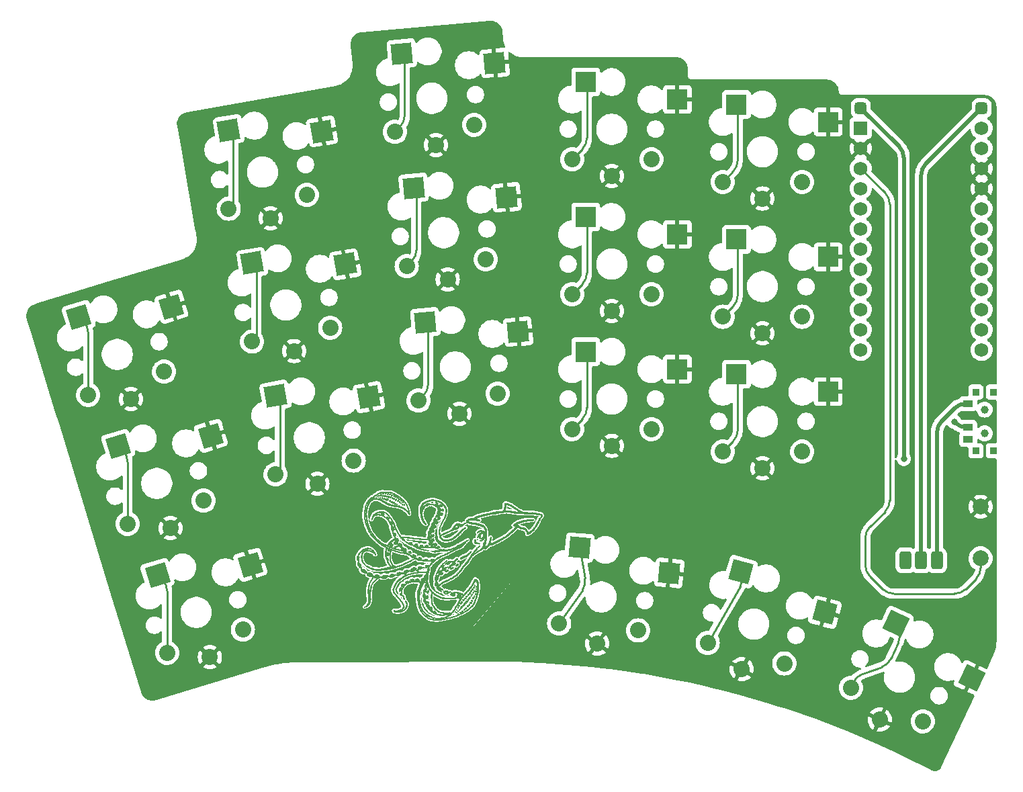
<source format=gbr>
%TF.GenerationSoftware,KiCad,Pcbnew,8.0.5-1.fc40*%
%TF.CreationDate,2024-10-20T23:35:03+02:00*%
%TF.ProjectId,fro_dux-v1,66726f5f-6475-4782-9d76-312e6b696361,v1.0.0*%
%TF.SameCoordinates,Original*%
%TF.FileFunction,Copper,L2,Bot*%
%TF.FilePolarity,Positive*%
%FSLAX46Y46*%
G04 Gerber Fmt 4.6, Leading zero omitted, Abs format (unit mm)*
G04 Created by KiCad (PCBNEW 8.0.5-1.fc40) date 2024-10-20 23:35:03*
%MOMM*%
%LPD*%
G01*
G04 APERTURE LIST*
G04 Aperture macros list*
%AMRoundRect*
0 Rectangle with rounded corners*
0 $1 Rounding radius*
0 $2 $3 $4 $5 $6 $7 $8 $9 X,Y pos of 4 corners*
0 Add a 4 corners polygon primitive as box body*
4,1,4,$2,$3,$4,$5,$6,$7,$8,$9,$2,$3,0*
0 Add four circle primitives for the rounded corners*
1,1,$1+$1,$2,$3*
1,1,$1+$1,$4,$5*
1,1,$1+$1,$6,$7*
1,1,$1+$1,$8,$9*
0 Add four rect primitives between the rounded corners*
20,1,$1+$1,$2,$3,$4,$5,0*
20,1,$1+$1,$4,$5,$6,$7,0*
20,1,$1+$1,$6,$7,$8,$9,0*
20,1,$1+$1,$8,$9,$2,$3,0*%
%AMRotRect*
0 Rectangle, with rotation*
0 The origin of the aperture is its center*
0 $1 length*
0 $2 width*
0 $3 Rotation angle, in degrees counterclockwise*
0 Add horizontal line*
21,1,$1,$2,0,0,$3*%
G04 Aperture macros list end*
%TA.AperFunction,EtchedComponent*%
%ADD10C,0.010000*%
%TD*%
%TA.AperFunction,ComponentPad*%
%ADD11RoundRect,0.375000X-0.375000X-0.750000X0.375000X-0.750000X0.375000X0.750000X-0.375000X0.750000X0*%
%TD*%
%TA.AperFunction,ComponentPad*%
%ADD12C,2.000000*%
%TD*%
%TA.AperFunction,SMDPad,CuDef*%
%ADD13RotRect,2.600000X2.600000X10.000000*%
%TD*%
%TA.AperFunction,ComponentPad*%
%ADD14C,2.032000*%
%TD*%
%TA.AperFunction,SMDPad,CuDef*%
%ADD15RotRect,2.600000X2.600000X5.000000*%
%TD*%
%TA.AperFunction,SMDPad,CuDef*%
%ADD16R,2.600000X2.600000*%
%TD*%
%TA.AperFunction,SMDPad,CuDef*%
%ADD17RotRect,2.600000X2.600000X345.000000*%
%TD*%
%TA.AperFunction,SMDPad,CuDef*%
%ADD18RotRect,2.600000X2.600000X335.000000*%
%TD*%
%TA.AperFunction,SMDPad,CuDef*%
%ADD19R,0.900000X0.900000*%
%TD*%
%TA.AperFunction,WasherPad*%
%ADD20C,1.000000*%
%TD*%
%TA.AperFunction,SMDPad,CuDef*%
%ADD21R,1.250000X0.900000*%
%TD*%
%TA.AperFunction,SMDPad,CuDef*%
%ADD22RotRect,2.600000X2.600000X17.000000*%
%TD*%
%TA.AperFunction,SMDPad,CuDef*%
%ADD23RotRect,2.600000X2.600000X355.000000*%
%TD*%
%TA.AperFunction,ComponentPad*%
%ADD24R,1.752600X1.752600*%
%TD*%
%TA.AperFunction,ComponentPad*%
%ADD25C,1.752600*%
%TD*%
%TA.AperFunction,ComponentPad*%
%ADD26RoundRect,0.375000X-0.375000X-0.375000X0.375000X-0.375000X0.375000X0.375000X-0.375000X0.375000X0*%
%TD*%
%TA.AperFunction,ViaPad*%
%ADD27C,0.800000*%
%TD*%
%TA.AperFunction,Conductor*%
%ADD28C,0.250000*%
%TD*%
%TA.AperFunction,Conductor*%
%ADD29C,0.500000*%
%TD*%
G04 APERTURE END LIST*
D10*
%TO.C,G\u002A\u002A\u002A*%
X85727024Y63983832D02*
X85728930Y63976695D01*
X85718475Y63953209D01*
X85705342Y63942503D01*
X85698367Y63956685D01*
X85699058Y63972565D01*
X85711011Y63989481D01*
X85727024Y63983832D01*
%TA.AperFunction,EtchedComponent*%
G36*
X85727024Y63983832D02*
G01*
X85728930Y63976695D01*
X85718475Y63953209D01*
X85705342Y63942503D01*
X85698367Y63956685D01*
X85699058Y63972565D01*
X85711011Y63989481D01*
X85727024Y63983832D01*
G37*
%TD.AperFunction*%
X85944163Y63802136D02*
X85949299Y63776908D01*
X85924835Y63753063D01*
X85900154Y63742400D01*
X85873825Y63740966D01*
X85862681Y63762333D01*
X85861802Y63780215D01*
X85877357Y63810903D01*
X85911595Y63818230D01*
X85944163Y63802136D01*
%TA.AperFunction,EtchedComponent*%
G36*
X85944163Y63802136D02*
G01*
X85949299Y63776908D01*
X85924835Y63753063D01*
X85900154Y63742400D01*
X85873825Y63740966D01*
X85862681Y63762333D01*
X85861802Y63780215D01*
X85877357Y63810903D01*
X85911595Y63818230D01*
X85944163Y63802136D01*
G37*
%TD.AperFunction*%
X95882633Y49283278D02*
X95896815Y49252339D01*
X95888274Y49221822D01*
X95872038Y49212071D01*
X95843734Y49217782D01*
X95826219Y49244328D01*
X95822699Y49271075D01*
X95830297Y49295254D01*
X95857736Y49297584D01*
X95882633Y49283278D01*
%TA.AperFunction,EtchedComponent*%
G36*
X95882633Y49283278D02*
G01*
X95896815Y49252339D01*
X95888274Y49221822D01*
X95872038Y49212071D01*
X95843734Y49217782D01*
X95826219Y49244328D01*
X95822699Y49271075D01*
X95830297Y49295254D01*
X95857736Y49297584D01*
X95882633Y49283278D01*
G37*
%TD.AperFunction*%
X95676936Y49383946D02*
X95708010Y49368627D01*
X95724325Y49343210D01*
X95707857Y49315400D01*
X95702147Y49310956D01*
X95667101Y49300075D01*
X95642201Y49316170D01*
X95637228Y49353908D01*
X95638334Y49359656D01*
X95650947Y49385146D01*
X95676936Y49383946D01*
%TA.AperFunction,EtchedComponent*%
G36*
X95676936Y49383946D02*
G01*
X95708010Y49368627D01*
X95724325Y49343210D01*
X95707857Y49315400D01*
X95702147Y49310956D01*
X95667101Y49300075D01*
X95642201Y49316170D01*
X95637228Y49353908D01*
X95638334Y49359656D01*
X95650947Y49385146D01*
X95676936Y49383946D01*
G37*
%TD.AperFunction*%
X95841988Y49634519D02*
X95844521Y49605221D01*
X95834771Y49574425D01*
X95815057Y49557389D01*
X95799882Y49554653D01*
X95772303Y49557872D01*
X95760934Y49581565D01*
X95767220Y49611819D01*
X95794020Y49638922D01*
X95828634Y49646835D01*
X95841988Y49634519D01*
%TA.AperFunction,EtchedComponent*%
G36*
X95841988Y49634519D02*
G01*
X95844521Y49605221D01*
X95834771Y49574425D01*
X95815057Y49557389D01*
X95799882Y49554653D01*
X95772303Y49557872D01*
X95760934Y49581565D01*
X95767220Y49611819D01*
X95794020Y49638922D01*
X95828634Y49646835D01*
X95841988Y49634519D01*
G37*
%TD.AperFunction*%
X96047071Y49484872D02*
X96076393Y49457729D01*
X96085052Y49430323D01*
X96067282Y49406057D01*
X96050477Y49395449D01*
X96014151Y49392219D01*
X95987151Y49411537D01*
X95980726Y49447958D01*
X95986797Y49465535D01*
X96013062Y49487051D01*
X96047071Y49484872D01*
%TA.AperFunction,EtchedComponent*%
G36*
X96047071Y49484872D02*
G01*
X96076393Y49457729D01*
X96085052Y49430323D01*
X96067282Y49406057D01*
X96050477Y49395449D01*
X96014151Y49392219D01*
X95987151Y49411537D01*
X95980726Y49447958D01*
X95986797Y49465535D01*
X96013062Y49487051D01*
X96047071Y49484872D01*
G37*
%TD.AperFunction*%
X85693714Y63794892D02*
X85705404Y63768385D01*
X85696518Y63745997D01*
X85696070Y63745700D01*
X85671687Y63742073D01*
X85636350Y63746638D01*
X85605000Y63756260D01*
X85592577Y63767803D01*
X85602271Y63784695D01*
X85633811Y63804426D01*
X85670294Y63809159D01*
X85693714Y63794892D01*
%TA.AperFunction,EtchedComponent*%
G36*
X85693714Y63794892D02*
G01*
X85705404Y63768385D01*
X85696518Y63745997D01*
X85696070Y63745700D01*
X85671687Y63742073D01*
X85636350Y63746638D01*
X85605000Y63756260D01*
X85592577Y63767803D01*
X85602271Y63784695D01*
X85633811Y63804426D01*
X85670294Y63809159D01*
X85693714Y63794892D01*
G37*
%TD.AperFunction*%
X94190255Y57255831D02*
X94225746Y57242195D01*
X94242416Y57225109D01*
X94240614Y57215425D01*
X94220376Y57211077D01*
X94174116Y57219946D01*
X94153910Y57225767D01*
X94119747Y57240675D01*
X94109493Y57253926D01*
X94118245Y57260738D01*
X94149801Y57263014D01*
X94190255Y57255831D01*
%TA.AperFunction,EtchedComponent*%
G36*
X94190255Y57255831D02*
G01*
X94225746Y57242195D01*
X94242416Y57225109D01*
X94240614Y57215425D01*
X94220376Y57211077D01*
X94174116Y57219946D01*
X94153910Y57225767D01*
X94119747Y57240675D01*
X94109493Y57253926D01*
X94118245Y57260738D01*
X94149801Y57263014D01*
X94190255Y57255831D01*
G37*
%TD.AperFunction*%
X96015516Y49116019D02*
X96038022Y49095285D01*
X96038734Y49073286D01*
X96019674Y49043456D01*
X95986989Y49028281D01*
X95952188Y49026642D01*
X95933306Y49033206D01*
X95925913Y49053500D01*
X95927426Y49074187D01*
X95948358Y49101049D01*
X95981674Y49116466D01*
X96015516Y49116019D01*
%TA.AperFunction,EtchedComponent*%
G36*
X96015516Y49116019D02*
G01*
X96038022Y49095285D01*
X96038734Y49073286D01*
X96019674Y49043456D01*
X95986989Y49028281D01*
X95952188Y49026642D01*
X95933306Y49033206D01*
X95925913Y49053500D01*
X95927426Y49074187D01*
X95948358Y49101049D01*
X95981674Y49116466D01*
X96015516Y49116019D01*
G37*
%TD.AperFunction*%
X96016666Y49952092D02*
X96024214Y49945495D01*
X96034385Y49913042D01*
X96027025Y49873747D01*
X96003934Y49843046D01*
X95976049Y49830216D01*
X95949340Y49840090D01*
X95937301Y49879848D01*
X95937751Y49897329D01*
X95953183Y49936018D01*
X95982400Y49956923D01*
X96016666Y49952092D01*
%TA.AperFunction,EtchedComponent*%
G36*
X96016666Y49952092D02*
G01*
X96024214Y49945495D01*
X96034385Y49913042D01*
X96027025Y49873747D01*
X96003934Y49843046D01*
X95976049Y49830216D01*
X95949340Y49840090D01*
X95937301Y49879848D01*
X95937751Y49897329D01*
X95953183Y49936018D01*
X95982400Y49956923D01*
X96016666Y49952092D01*
G37*
%TD.AperFunction*%
X96358074Y49319268D02*
X96380526Y49286586D01*
X96377756Y49244622D01*
X96343033Y49204384D01*
X96309495Y49186321D01*
X96262234Y49187538D01*
X96231694Y49205682D01*
X96220362Y49238348D01*
X96241106Y49281751D01*
X96277502Y49318018D01*
X96320311Y49333714D01*
X96358074Y49319268D01*
%TA.AperFunction,EtchedComponent*%
G36*
X96358074Y49319268D02*
G01*
X96380526Y49286586D01*
X96377756Y49244622D01*
X96343033Y49204384D01*
X96309495Y49186321D01*
X96262234Y49187538D01*
X96231694Y49205682D01*
X96220362Y49238348D01*
X96241106Y49281751D01*
X96277502Y49318018D01*
X96320311Y49333714D01*
X96358074Y49319268D01*
G37*
%TD.AperFunction*%
X98063512Y51994398D02*
X98079071Y51962220D01*
X98076234Y51926377D01*
X98053838Y51902109D01*
X98035940Y51895822D01*
X98009719Y51898370D01*
X97984716Y51926187D01*
X97975736Y51946679D01*
X97981286Y51981393D01*
X98007437Y52004594D01*
X98045931Y52005573D01*
X98063512Y51994398D01*
%TA.AperFunction,EtchedComponent*%
G36*
X98063512Y51994398D02*
G01*
X98079071Y51962220D01*
X98076234Y51926377D01*
X98053838Y51902109D01*
X98035940Y51895822D01*
X98009719Y51898370D01*
X97984716Y51926187D01*
X97975736Y51946679D01*
X97981286Y51981393D01*
X98007437Y52004594D01*
X98045931Y52005573D01*
X98063512Y51994398D01*
G37*
%TD.AperFunction*%
X86200320Y63794757D02*
X86220811Y63760587D01*
X86229086Y63716231D01*
X86220931Y63675678D01*
X86212332Y63663605D01*
X86182395Y63651634D01*
X86149131Y63665478D01*
X86122228Y63702508D01*
X86115870Y63724355D01*
X86120270Y63767462D01*
X86144256Y63797677D01*
X86181978Y63804966D01*
X86200320Y63794757D01*
%TA.AperFunction,EtchedComponent*%
G36*
X86200320Y63794757D02*
G01*
X86220811Y63760587D01*
X86229086Y63716231D01*
X86220931Y63675678D01*
X86212332Y63663605D01*
X86182395Y63651634D01*
X86149131Y63665478D01*
X86122228Y63702508D01*
X86115870Y63724355D01*
X86120270Y63767462D01*
X86144256Y63797677D01*
X86181978Y63804966D01*
X86200320Y63794757D01*
G37*
%TD.AperFunction*%
X86349030Y64269183D02*
X86376413Y64235335D01*
X86381237Y64221525D01*
X86379185Y64195577D01*
X86351971Y64170820D01*
X86334814Y64160252D01*
X86287767Y64147447D01*
X86254335Y64161004D01*
X86240496Y64196267D01*
X86252225Y64248578D01*
X86273102Y64272954D01*
X86310489Y64282161D01*
X86349030Y64269183D01*
%TA.AperFunction,EtchedComponent*%
G36*
X86349030Y64269183D02*
G01*
X86376413Y64235335D01*
X86381237Y64221525D01*
X86379185Y64195577D01*
X86351971Y64170820D01*
X86334814Y64160252D01*
X86287767Y64147447D01*
X86254335Y64161004D01*
X86240496Y64196267D01*
X86252225Y64248578D01*
X86273102Y64272954D01*
X86310489Y64282161D01*
X86349030Y64269183D01*
G37*
%TD.AperFunction*%
X87199831Y64296588D02*
X87222820Y64263125D01*
X87215760Y64220871D01*
X87177050Y64173818D01*
X87142327Y64148408D01*
X87106553Y64142450D01*
X87077254Y64166729D01*
X87065232Y64199024D01*
X87077653Y64243451D01*
X87120562Y64286143D01*
X87143331Y64300736D01*
X87173284Y64309391D01*
X87199831Y64296588D01*
%TA.AperFunction,EtchedComponent*%
G36*
X87199831Y64296588D02*
G01*
X87222820Y64263125D01*
X87215760Y64220871D01*
X87177050Y64173818D01*
X87142327Y64148408D01*
X87106553Y64142450D01*
X87077254Y64166729D01*
X87065232Y64199024D01*
X87077653Y64243451D01*
X87120562Y64286143D01*
X87143331Y64300736D01*
X87173284Y64309391D01*
X87199831Y64296588D01*
G37*
%TD.AperFunction*%
X88834649Y63110440D02*
X88845205Y63107050D01*
X88881898Y63081815D01*
X88889221Y63047981D01*
X88865089Y63012271D01*
X88856752Y63005758D01*
X88835735Y63000999D01*
X88809221Y63020620D01*
X88790263Y63046892D01*
X88779177Y63087781D01*
X88782194Y63109284D01*
X88797476Y63117931D01*
X88834649Y63110440D01*
%TA.AperFunction,EtchedComponent*%
G36*
X88834649Y63110440D02*
G01*
X88845205Y63107050D01*
X88881898Y63081815D01*
X88889221Y63047981D01*
X88865089Y63012271D01*
X88856752Y63005758D01*
X88835735Y63000999D01*
X88809221Y63020620D01*
X88790263Y63046892D01*
X88779177Y63087781D01*
X88782194Y63109284D01*
X88797476Y63117931D01*
X88834649Y63110440D01*
G37*
%TD.AperFunction*%
X96209763Y49665662D02*
X96246708Y49646832D01*
X96256007Y49611682D01*
X96236320Y49565250D01*
X96213013Y49543575D01*
X96175409Y49533978D01*
X96141700Y49545503D01*
X96124106Y49576880D01*
X96123581Y49582083D01*
X96133987Y49627549D01*
X96165751Y49658660D01*
X96209532Y49665704D01*
X96209763Y49665662D01*
%TA.AperFunction,EtchedComponent*%
G36*
X96209763Y49665662D02*
G01*
X96246708Y49646832D01*
X96256007Y49611682D01*
X96236320Y49565250D01*
X96213013Y49543575D01*
X96175409Y49533978D01*
X96141700Y49545503D01*
X96124106Y49576880D01*
X96123581Y49582083D01*
X96133987Y49627549D01*
X96165751Y49658660D01*
X96209532Y49665704D01*
X96209763Y49665662D01*
G37*
%TD.AperFunction*%
X98041543Y52490519D02*
X98059272Y52465473D01*
X98065642Y52422075D01*
X98054925Y52379748D01*
X98028523Y52353329D01*
X98015028Y52351618D01*
X97980701Y52365450D01*
X97949199Y52395003D01*
X97932848Y52430356D01*
X97938563Y52460850D01*
X97966162Y52489394D01*
X98004672Y52501598D01*
X98041543Y52490519D01*
%TA.AperFunction,EtchedComponent*%
G36*
X98041543Y52490519D02*
G01*
X98059272Y52465473D01*
X98065642Y52422075D01*
X98054925Y52379748D01*
X98028523Y52353329D01*
X98015028Y52351618D01*
X97980701Y52365450D01*
X97949199Y52395003D01*
X97932848Y52430356D01*
X97938563Y52460850D01*
X97966162Y52489394D01*
X98004672Y52501598D01*
X98041543Y52490519D01*
G37*
%TD.AperFunction*%
X98212924Y51662358D02*
X98234558Y51633804D01*
X98245714Y51599761D01*
X98242428Y51561302D01*
X98228196Y51543557D01*
X98191354Y51535835D01*
X98174264Y51540444D01*
X98139230Y51565899D01*
X98126155Y51601410D01*
X98136614Y51636662D01*
X98172183Y51661340D01*
X98186187Y51665311D01*
X98212924Y51662358D01*
%TA.AperFunction,EtchedComponent*%
G36*
X98212924Y51662358D02*
G01*
X98234558Y51633804D01*
X98245714Y51599761D01*
X98242428Y51561302D01*
X98228196Y51543557D01*
X98191354Y51535835D01*
X98174264Y51540444D01*
X98139230Y51565899D01*
X98126155Y51601410D01*
X98136614Y51636662D01*
X98172183Y51661340D01*
X98186187Y51665311D01*
X98212924Y51662358D01*
G37*
%TD.AperFunction*%
X98354939Y52259746D02*
X98367272Y52231320D01*
X98371715Y52193780D01*
X98365280Y52163295D01*
X98358633Y52155082D01*
X98330184Y52146451D01*
X98298258Y52158411D01*
X98273713Y52184754D01*
X98267412Y52219265D01*
X98271376Y52232702D01*
X98299842Y52261211D01*
X98346362Y52265565D01*
X98354939Y52259746D01*
%TA.AperFunction,EtchedComponent*%
G36*
X98354939Y52259746D02*
G01*
X98367272Y52231320D01*
X98371715Y52193780D01*
X98365280Y52163295D01*
X98358633Y52155082D01*
X98330184Y52146451D01*
X98298258Y52158411D01*
X98273713Y52184754D01*
X98267412Y52219265D01*
X98271376Y52232702D01*
X98299842Y52261211D01*
X98346362Y52265565D01*
X98354939Y52259746D01*
G37*
%TD.AperFunction*%
X98379870Y52600321D02*
X98402549Y52574690D01*
X98407160Y52529912D01*
X98390349Y52471135D01*
X98372975Y52446915D01*
X98338525Y52440031D01*
X98292396Y52464953D01*
X98284621Y52472310D01*
X98270060Y52510325D01*
X98280555Y52553006D01*
X98314018Y52588421D01*
X98342475Y52601652D01*
X98379870Y52600321D01*
%TA.AperFunction,EtchedComponent*%
G36*
X98379870Y52600321D02*
G01*
X98402549Y52574690D01*
X98407160Y52529912D01*
X98390349Y52471135D01*
X98372975Y52446915D01*
X98338525Y52440031D01*
X98292396Y52464953D01*
X98284621Y52472310D01*
X98270060Y52510325D01*
X98280555Y52553006D01*
X98314018Y52588421D01*
X98342475Y52601652D01*
X98379870Y52600321D01*
G37*
%TD.AperFunction*%
X85988447Y64038897D02*
X86013813Y64005055D01*
X86017966Y63988348D01*
X86011980Y63961526D01*
X85981562Y63933314D01*
X85939083Y63910953D01*
X85891828Y63906542D01*
X85855914Y63924424D01*
X85839776Y63962842D01*
X85842340Y63987753D01*
X85865602Y64023674D01*
X85904362Y64045786D01*
X85948636Y64051667D01*
X85988447Y64038897D01*
%TA.AperFunction,EtchedComponent*%
G36*
X85988447Y64038897D02*
G01*
X86013813Y64005055D01*
X86017966Y63988348D01*
X86011980Y63961526D01*
X85981562Y63933314D01*
X85939083Y63910953D01*
X85891828Y63906542D01*
X85855914Y63924424D01*
X85839776Y63962842D01*
X85842340Y63987753D01*
X85865602Y64023674D01*
X85904362Y64045786D01*
X85948636Y64051667D01*
X85988447Y64038897D01*
G37*
%TD.AperFunction*%
X86918788Y64309104D02*
X86942222Y64287535D01*
X86944289Y64257041D01*
X86925454Y64215607D01*
X86889410Y64184117D01*
X86884765Y64181875D01*
X86840177Y64173045D01*
X86801524Y64183539D01*
X86781445Y64210291D01*
X86783088Y64234876D01*
X86804642Y64268542D01*
X86840665Y64295123D01*
X86881824Y64310139D01*
X86918788Y64309104D01*
%TA.AperFunction,EtchedComponent*%
G36*
X86918788Y64309104D02*
G01*
X86942222Y64287535D01*
X86944289Y64257041D01*
X86925454Y64215607D01*
X86889410Y64184117D01*
X86884765Y64181875D01*
X86840177Y64173045D01*
X86801524Y64183539D01*
X86781445Y64210291D01*
X86783088Y64234876D01*
X86804642Y64268542D01*
X86840665Y64295123D01*
X86881824Y64310139D01*
X86918788Y64309104D01*
G37*
%TD.AperFunction*%
X87495534Y63880650D02*
X87536623Y63847339D01*
X87554450Y63799901D01*
X87546571Y63744651D01*
X87514320Y63694309D01*
X87504626Y63685475D01*
X87463021Y63666260D01*
X87426979Y63677091D01*
X87401227Y63714840D01*
X87390492Y63776375D01*
X87394792Y63817546D01*
X87417527Y63862309D01*
X87453472Y63884492D01*
X87495534Y63880650D01*
%TA.AperFunction,EtchedComponent*%
G36*
X87495534Y63880650D02*
G01*
X87536623Y63847339D01*
X87554450Y63799901D01*
X87546571Y63744651D01*
X87514320Y63694309D01*
X87504626Y63685475D01*
X87463021Y63666260D01*
X87426979Y63677091D01*
X87401227Y63714840D01*
X87390492Y63776375D01*
X87394792Y63817546D01*
X87417527Y63862309D01*
X87453472Y63884492D01*
X87495534Y63880650D01*
G37*
%TD.AperFunction*%
X89027201Y62955632D02*
X89058042Y62925476D01*
X89076431Y62883246D01*
X89078377Y62840803D01*
X89059899Y62810007D01*
X89051423Y62805316D01*
X89013654Y62804720D01*
X88977098Y62828379D01*
X88952326Y62870358D01*
X88950054Y62878330D01*
X88948023Y62927077D01*
X88968685Y62956947D01*
X89008665Y62962424D01*
X89027201Y62955632D01*
%TA.AperFunction,EtchedComponent*%
G36*
X89027201Y62955632D02*
G01*
X89058042Y62925476D01*
X89076431Y62883246D01*
X89078377Y62840803D01*
X89059899Y62810007D01*
X89051423Y62805316D01*
X89013654Y62804720D01*
X88977098Y62828379D01*
X88952326Y62870358D01*
X88950054Y62878330D01*
X88948023Y62927077D01*
X88968685Y62956947D01*
X89008665Y62962424D01*
X89027201Y62955632D01*
G37*
%TD.AperFunction*%
X89960946Y57018424D02*
X90006134Y56991577D01*
X90035899Y56947336D01*
X90041443Y56894685D01*
X90037726Y56877371D01*
X90023620Y56854192D01*
X89995486Y56853599D01*
X89963514Y56865189D01*
X89917450Y56896760D01*
X89882647Y56936591D01*
X89869409Y56974779D01*
X89880734Y57005402D01*
X89917736Y57021007D01*
X89960946Y57018424D01*
%TA.AperFunction,EtchedComponent*%
G36*
X89960946Y57018424D02*
G01*
X90006134Y56991577D01*
X90035899Y56947336D01*
X90041443Y56894685D01*
X90037726Y56877371D01*
X90023620Y56854192D01*
X89995486Y56853599D01*
X89963514Y56865189D01*
X89917450Y56896760D01*
X89882647Y56936591D01*
X89869409Y56974779D01*
X89880734Y57005402D01*
X89917736Y57021007D01*
X89960946Y57018424D01*
G37*
%TD.AperFunction*%
X96528264Y50012593D02*
X96568889Y49991590D01*
X96592048Y49958444D01*
X96582221Y49918300D01*
X96572232Y49909580D01*
X96536364Y49903165D01*
X96489663Y49909165D01*
X96444796Y49925258D01*
X96414443Y49949113D01*
X96401876Y49971121D01*
X96398505Y50005772D01*
X96421097Y50025713D01*
X96465677Y50028726D01*
X96528264Y50012593D01*
%TA.AperFunction,EtchedComponent*%
G36*
X96528264Y50012593D02*
G01*
X96568889Y49991590D01*
X96592048Y49958444D01*
X96582221Y49918300D01*
X96572232Y49909580D01*
X96536364Y49903165D01*
X96489663Y49909165D01*
X96444796Y49925258D01*
X96414443Y49949113D01*
X96401876Y49971121D01*
X96398505Y50005772D01*
X96421097Y50025713D01*
X96465677Y50028726D01*
X96528264Y50012593D01*
G37*
%TD.AperFunction*%
X96810004Y50406110D02*
X96850332Y50370588D01*
X96885257Y50303620D01*
X96893421Y50269842D01*
X96881849Y50222492D01*
X96872527Y50209932D01*
X96838724Y50193918D01*
X96798224Y50208739D01*
X96754451Y50253560D01*
X96718850Y50311320D01*
X96710012Y50355266D01*
X96728268Y50387446D01*
X96765891Y50409321D01*
X96810004Y50406110D01*
%TA.AperFunction,EtchedComponent*%
G36*
X96810004Y50406110D02*
G01*
X96850332Y50370588D01*
X96885257Y50303620D01*
X96893421Y50269842D01*
X96881849Y50222492D01*
X96872527Y50209932D01*
X96838724Y50193918D01*
X96798224Y50208739D01*
X96754451Y50253560D01*
X96718850Y50311320D01*
X96710012Y50355266D01*
X96728268Y50387446D01*
X96765891Y50409321D01*
X96810004Y50406110D01*
G37*
%TD.AperFunction*%
X96947109Y51115094D02*
X97000277Y51077497D01*
X97010774Y51063672D01*
X97020581Y51026283D01*
X96997859Y50996428D01*
X96943225Y50975200D01*
X96882728Y50970412D01*
X96825239Y50986706D01*
X96787542Y51023047D01*
X96774913Y51059627D01*
X96787892Y51086976D01*
X96831251Y51109513D01*
X96881019Y51122052D01*
X96947109Y51115094D01*
%TA.AperFunction,EtchedComponent*%
G36*
X96947109Y51115094D02*
G01*
X97000277Y51077497D01*
X97010774Y51063672D01*
X97020581Y51026283D01*
X96997859Y50996428D01*
X96943225Y50975200D01*
X96882728Y50970412D01*
X96825239Y50986706D01*
X96787542Y51023047D01*
X96774913Y51059627D01*
X96787892Y51086976D01*
X96831251Y51109513D01*
X96881019Y51122052D01*
X96947109Y51115094D01*
G37*
%TD.AperFunction*%
X97026371Y49913617D02*
X97055757Y49899736D01*
X97074060Y49867099D01*
X97063454Y49822837D01*
X97023995Y49770445D01*
X96979601Y49734891D01*
X96939360Y49727539D01*
X96906800Y49752670D01*
X96896296Y49776179D01*
X96902219Y49822979D01*
X96938777Y49880351D01*
X96956512Y49899993D01*
X96987389Y49917744D01*
X97026371Y49913617D01*
%TA.AperFunction,EtchedComponent*%
G36*
X97026371Y49913617D02*
G01*
X97055757Y49899736D01*
X97074060Y49867099D01*
X97063454Y49822837D01*
X97023995Y49770445D01*
X96979601Y49734891D01*
X96939360Y49727539D01*
X96906800Y49752670D01*
X96896296Y49776179D01*
X96902219Y49822979D01*
X96938777Y49880351D01*
X96956512Y49899993D01*
X96987389Y49917744D01*
X97026371Y49913617D01*
G37*
%TD.AperFunction*%
X97423436Y51062141D02*
X97459775Y51026567D01*
X97473128Y50990399D01*
X97455958Y50962152D01*
X97450055Y50958766D01*
X97409084Y50952788D01*
X97363113Y50962884D01*
X97330669Y50985586D01*
X97321293Y51005096D01*
X97323130Y51047813D01*
X97351367Y51080708D01*
X97359055Y51084450D01*
X97386469Y51084677D01*
X97423436Y51062141D01*
%TA.AperFunction,EtchedComponent*%
G36*
X97423436Y51062141D02*
G01*
X97459775Y51026567D01*
X97473128Y50990399D01*
X97455958Y50962152D01*
X97450055Y50958766D01*
X97409084Y50952788D01*
X97363113Y50962884D01*
X97330669Y50985586D01*
X97321293Y51005096D01*
X97323130Y51047813D01*
X97351367Y51080708D01*
X97359055Y51084450D01*
X97386469Y51084677D01*
X97423436Y51062141D01*
G37*
%TD.AperFunction*%
X97722796Y51399331D02*
X97735347Y51385572D01*
X97736543Y51354242D01*
X97719406Y51322263D01*
X97688529Y51302581D01*
X97671201Y51299825D01*
X97626005Y51307538D01*
X97593563Y51332700D01*
X97584309Y51368690D01*
X97588770Y51374260D01*
X97616322Y51386334D01*
X97657088Y51396583D01*
X97697202Y51401939D01*
X97722796Y51399331D01*
%TA.AperFunction,EtchedComponent*%
G36*
X97722796Y51399331D02*
G01*
X97735347Y51385572D01*
X97736543Y51354242D01*
X97719406Y51322263D01*
X97688529Y51302581D01*
X97671201Y51299825D01*
X97626005Y51307538D01*
X97593563Y51332700D01*
X97584309Y51368690D01*
X97588770Y51374260D01*
X97616322Y51386334D01*
X97657088Y51396583D01*
X97697202Y51401939D01*
X97722796Y51399331D01*
G37*
%TD.AperFunction*%
X97948229Y51825004D02*
X97965982Y51803471D01*
X97961059Y51770439D01*
X97929671Y51733882D01*
X97929481Y51733733D01*
X97902843Y51714085D01*
X97886486Y51711832D01*
X97863279Y51724566D01*
X97857200Y51728929D01*
X97843767Y51758056D01*
X97855417Y51791816D01*
X97889124Y51819131D01*
X97911595Y51827067D01*
X97948229Y51825004D01*
%TA.AperFunction,EtchedComponent*%
G36*
X97948229Y51825004D02*
G01*
X97965982Y51803471D01*
X97961059Y51770439D01*
X97929671Y51733882D01*
X97929481Y51733733D01*
X97902843Y51714085D01*
X97886486Y51711832D01*
X97863279Y51724566D01*
X97857200Y51728929D01*
X97843767Y51758056D01*
X97855417Y51791816D01*
X97889124Y51819131D01*
X97911595Y51827067D01*
X97948229Y51825004D01*
G37*
%TD.AperFunction*%
X98130731Y52725494D02*
X98142317Y52693017D01*
X98145821Y52653320D01*
X98138572Y52621694D01*
X98135589Y52617209D01*
X98118111Y52609086D01*
X98087954Y52624628D01*
X98063942Y52645458D01*
X98053542Y52665211D01*
X98054570Y52669493D01*
X98071175Y52699369D01*
X98096637Y52725945D01*
X98118649Y52735868D01*
X98130731Y52725494D01*
%TA.AperFunction,EtchedComponent*%
G36*
X98130731Y52725494D02*
G01*
X98142317Y52693017D01*
X98145821Y52653320D01*
X98138572Y52621694D01*
X98135589Y52617209D01*
X98118111Y52609086D01*
X98087954Y52624628D01*
X98063942Y52645458D01*
X98053542Y52665211D01*
X98054570Y52669493D01*
X98071175Y52699369D01*
X98096637Y52725945D01*
X98118649Y52735868D01*
X98130731Y52725494D01*
G37*
%TD.AperFunction*%
X86460469Y64048349D02*
X86502137Y64034437D01*
X86526817Y64015156D01*
X86529043Y64010161D01*
X86526977Y63974186D01*
X86503990Y63937325D01*
X86467662Y63912708D01*
X86444749Y63907471D01*
X86411676Y63918402D01*
X86386568Y63959566D01*
X86381619Y63974237D01*
X86382192Y64019109D01*
X86409188Y64045659D01*
X86458449Y64048719D01*
X86460469Y64048349D01*
%TA.AperFunction,EtchedComponent*%
G36*
X86460469Y64048349D02*
G01*
X86502137Y64034437D01*
X86526817Y64015156D01*
X86529043Y64010161D01*
X86526977Y63974186D01*
X86503990Y63937325D01*
X86467662Y63912708D01*
X86444749Y63907471D01*
X86411676Y63918402D01*
X86386568Y63959566D01*
X86381619Y63974237D01*
X86382192Y64019109D01*
X86409188Y64045659D01*
X86458449Y64048719D01*
X86460469Y64048349D01*
G37*
%TD.AperFunction*%
X86614490Y64287558D02*
X86645378Y64257391D01*
X86652042Y64214256D01*
X86642362Y64187320D01*
X86622525Y64168831D01*
X86609646Y64167193D01*
X86562137Y64170126D01*
X86512887Y64181551D01*
X86479698Y64197851D01*
X86473715Y64204589D01*
X86468579Y64235835D01*
X86489256Y64268076D01*
X86531031Y64292611D01*
X86568266Y64299002D01*
X86614490Y64287558D01*
%TA.AperFunction,EtchedComponent*%
G36*
X86614490Y64287558D02*
G01*
X86645378Y64257391D01*
X86652042Y64214256D01*
X86642362Y64187320D01*
X86622525Y64168831D01*
X86609646Y64167193D01*
X86562137Y64170126D01*
X86512887Y64181551D01*
X86479698Y64197851D01*
X86473715Y64204589D01*
X86468579Y64235835D01*
X86489256Y64268076D01*
X86531031Y64292611D01*
X86568266Y64299002D01*
X86614490Y64287558D01*
G37*
%TD.AperFunction*%
X87470884Y63411688D02*
X87481207Y63400789D01*
X87495431Y63360144D01*
X87478034Y63317044D01*
X87430158Y63275279D01*
X87422774Y63270689D01*
X87365367Y63244123D01*
X87323657Y63245285D01*
X87294273Y63274147D01*
X87289669Y63311722D01*
X87309538Y63352001D01*
X87345772Y63388507D01*
X87390191Y63414867D01*
X87434621Y63424718D01*
X87470884Y63411688D01*
%TA.AperFunction,EtchedComponent*%
G36*
X87470884Y63411688D02*
G01*
X87481207Y63400789D01*
X87495431Y63360144D01*
X87478034Y63317044D01*
X87430158Y63275279D01*
X87422774Y63270689D01*
X87365367Y63244123D01*
X87323657Y63245285D01*
X87294273Y63274147D01*
X87289669Y63311722D01*
X87309538Y63352001D01*
X87345772Y63388507D01*
X87390191Y63414867D01*
X87434621Y63424718D01*
X87470884Y63411688D01*
G37*
%TD.AperFunction*%
X87765534Y64142408D02*
X87788809Y64122079D01*
X87797841Y64092205D01*
X87776370Y64059309D01*
X87723333Y64020323D01*
X87693758Y64004226D01*
X87638004Y63987525D01*
X87595686Y63991960D01*
X87571630Y64014428D01*
X87570665Y64051832D01*
X87597618Y64101070D01*
X87606998Y64111956D01*
X87657964Y64147811D01*
X87714327Y64158827D01*
X87765534Y64142408D01*
%TA.AperFunction,EtchedComponent*%
G36*
X87765534Y64142408D02*
G01*
X87788809Y64122079D01*
X87797841Y64092205D01*
X87776370Y64059309D01*
X87723333Y64020323D01*
X87693758Y64004226D01*
X87638004Y63987525D01*
X87595686Y63991960D01*
X87571630Y64014428D01*
X87570665Y64051832D01*
X87597618Y64101070D01*
X87606998Y64111956D01*
X87657964Y64147811D01*
X87714327Y64158827D01*
X87765534Y64142408D01*
G37*
%TD.AperFunction*%
X87688506Y63310915D02*
X87716884Y63291621D01*
X87727533Y63256541D01*
X87720801Y63213769D01*
X87697033Y63171402D01*
X87656572Y63137535D01*
X87601543Y63117525D01*
X87556014Y63123376D01*
X87527442Y63155914D01*
X87529373Y63182383D01*
X87551264Y63221883D01*
X87586352Y63262714D01*
X87626607Y63295711D01*
X87663995Y63311710D01*
X87688506Y63310915D01*
%TA.AperFunction,EtchedComponent*%
G36*
X87688506Y63310915D02*
G01*
X87716884Y63291621D01*
X87727533Y63256541D01*
X87720801Y63213769D01*
X87697033Y63171402D01*
X87656572Y63137535D01*
X87601543Y63117525D01*
X87556014Y63123376D01*
X87527442Y63155914D01*
X87529373Y63182383D01*
X87551264Y63221883D01*
X87586352Y63262714D01*
X87626607Y63295711D01*
X87663995Y63311710D01*
X87688506Y63310915D01*
G37*
%TD.AperFunction*%
X88486490Y63429548D02*
X88509735Y63402439D01*
X88504279Y63361255D01*
X88469934Y63308822D01*
X88449071Y63286475D01*
X88414236Y63264182D01*
X88375338Y63263363D01*
X88345809Y63272882D01*
X88332569Y63294030D01*
X88342704Y63330340D01*
X88376245Y63386466D01*
X88398548Y63416277D01*
X88427054Y63436879D01*
X88461502Y63437437D01*
X88486490Y63429548D01*
%TA.AperFunction,EtchedComponent*%
G36*
X88486490Y63429548D02*
G01*
X88509735Y63402439D01*
X88504279Y63361255D01*
X88469934Y63308822D01*
X88449071Y63286475D01*
X88414236Y63264182D01*
X88375338Y63263363D01*
X88345809Y63272882D01*
X88332569Y63294030D01*
X88342704Y63330340D01*
X88376245Y63386466D01*
X88398548Y63416277D01*
X88427054Y63436879D01*
X88461502Y63437437D01*
X88486490Y63429548D01*
G37*
%TD.AperFunction*%
X88673542Y63256518D02*
X88689615Y63244984D01*
X88718412Y63208009D01*
X88718538Y63172038D01*
X88689060Y63143902D01*
X88652451Y63135897D01*
X88604844Y63140408D01*
X88590643Y63144900D01*
X88563486Y63164009D01*
X88558291Y63198830D01*
X88567282Y63232456D01*
X88592481Y63265606D01*
X88610946Y63276132D01*
X88636486Y63276176D01*
X88673542Y63256518D01*
%TA.AperFunction,EtchedComponent*%
G36*
X88673542Y63256518D02*
G01*
X88689615Y63244984D01*
X88718412Y63208009D01*
X88718538Y63172038D01*
X88689060Y63143902D01*
X88652451Y63135897D01*
X88604844Y63140408D01*
X88590643Y63144900D01*
X88563486Y63164009D01*
X88558291Y63198830D01*
X88567282Y63232456D01*
X88592481Y63265606D01*
X88610946Y63276132D01*
X88636486Y63276176D01*
X88673542Y63256518D01*
G37*
%TD.AperFunction*%
X88711525Y63590756D02*
X88728013Y63576434D01*
X88735813Y63543290D01*
X88721356Y63509453D01*
X88687536Y63487404D01*
X88686320Y63487066D01*
X88630067Y63480606D01*
X88578635Y63489319D01*
X88545697Y63510939D01*
X88539374Y63525515D01*
X88547355Y63555000D01*
X88576866Y63580262D01*
X88619600Y63597307D01*
X88667254Y63602137D01*
X88711525Y63590756D01*
%TA.AperFunction,EtchedComponent*%
G36*
X88711525Y63590756D02*
G01*
X88728013Y63576434D01*
X88735813Y63543290D01*
X88721356Y63509453D01*
X88687536Y63487404D01*
X88686320Y63487066D01*
X88630067Y63480606D01*
X88578635Y63489319D01*
X88545697Y63510939D01*
X88539374Y63525515D01*
X88547355Y63555000D01*
X88576866Y63580262D01*
X88619600Y63597307D01*
X88667254Y63602137D01*
X88711525Y63590756D01*
G37*
%TD.AperFunction*%
X88834368Y63479364D02*
X88889217Y63449256D01*
X88895293Y63444578D01*
X88940458Y63399014D01*
X88954549Y63358704D01*
X88936801Y63325639D01*
X88927275Y63319404D01*
X88885413Y63313788D01*
X88836670Y63327859D01*
X88791198Y63355880D01*
X88759152Y63392111D01*
X88750684Y63430816D01*
X88759686Y63457357D01*
X88789714Y63481868D01*
X88834368Y63479364D01*
%TA.AperFunction,EtchedComponent*%
G36*
X88834368Y63479364D02*
G01*
X88889217Y63449256D01*
X88895293Y63444578D01*
X88940458Y63399014D01*
X88954549Y63358704D01*
X88936801Y63325639D01*
X88927275Y63319404D01*
X88885413Y63313788D01*
X88836670Y63327859D01*
X88791198Y63355880D01*
X88759152Y63392111D01*
X88750684Y63430816D01*
X88759686Y63457357D01*
X88789714Y63481868D01*
X88834368Y63479364D01*
G37*
%TD.AperFunction*%
X89037333Y63242452D02*
X89077356Y63218557D01*
X89112037Y63182574D01*
X89135341Y63141698D01*
X89141229Y63103129D01*
X89123665Y63074060D01*
X89102119Y63067854D01*
X89058619Y63074576D01*
X89012590Y63095477D01*
X88977600Y63125755D01*
X88955870Y63165248D01*
X88954495Y63209324D01*
X88983175Y63241530D01*
X88998006Y63247061D01*
X89037333Y63242452D01*
%TA.AperFunction,EtchedComponent*%
G36*
X89037333Y63242452D02*
G01*
X89077356Y63218557D01*
X89112037Y63182574D01*
X89135341Y63141698D01*
X89141229Y63103129D01*
X89123665Y63074060D01*
X89102119Y63067854D01*
X89058619Y63074576D01*
X89012590Y63095477D01*
X88977600Y63125755D01*
X88955870Y63165248D01*
X88954495Y63209324D01*
X88983175Y63241530D01*
X88998006Y63247061D01*
X89037333Y63242452D01*
G37*
%TD.AperFunction*%
X89242536Y51064350D02*
X89276878Y51029197D01*
X89296489Y50982115D01*
X89297525Y50934221D01*
X89276141Y50896627D01*
X89274060Y50894895D01*
X89241827Y50879674D01*
X89211387Y50892575D01*
X89177139Y50935815D01*
X89168418Y50949970D01*
X89142262Y51009004D01*
X89141636Y51051324D01*
X89165857Y51074356D01*
X89214241Y51075524D01*
X89242536Y51064350D01*
%TA.AperFunction,EtchedComponent*%
G36*
X89242536Y51064350D02*
G01*
X89276878Y51029197D01*
X89296489Y50982115D01*
X89297525Y50934221D01*
X89276141Y50896627D01*
X89274060Y50894895D01*
X89241827Y50879674D01*
X89211387Y50892575D01*
X89177139Y50935815D01*
X89168418Y50949970D01*
X89142262Y51009004D01*
X89141636Y51051324D01*
X89165857Y51074356D01*
X89214241Y51075524D01*
X89242536Y51064350D01*
G37*
%TD.AperFunction*%
X96168456Y50217788D02*
X96190490Y50187018D01*
X96190929Y50186224D01*
X96209371Y50131450D01*
X96196989Y50090595D01*
X96153853Y50063895D01*
X96092456Y50052005D01*
X96043965Y50062666D01*
X96017043Y50096537D01*
X96014216Y50113011D01*
X96027390Y50156234D01*
X96064751Y50194337D01*
X96119682Y50219400D01*
X96142192Y50223978D01*
X96168456Y50217788D01*
%TA.AperFunction,EtchedComponent*%
G36*
X96168456Y50217788D02*
G01*
X96190490Y50187018D01*
X96190929Y50186224D01*
X96209371Y50131450D01*
X96196989Y50090595D01*
X96153853Y50063895D01*
X96092456Y50052005D01*
X96043965Y50062666D01*
X96017043Y50096537D01*
X96014216Y50113011D01*
X96027390Y50156234D01*
X96064751Y50194337D01*
X96119682Y50219400D01*
X96142192Y50223978D01*
X96168456Y50217788D01*
G37*
%TD.AperFunction*%
X96942181Y50559080D02*
X96991360Y50530170D01*
X97023659Y50493315D01*
X97039290Y50450509D01*
X97029033Y50416071D01*
X97008661Y50405914D01*
X96967247Y50409196D01*
X96919012Y50427415D01*
X96873832Y50455370D01*
X96841580Y50487866D01*
X96832136Y50519704D01*
X96832538Y50521781D01*
X96853713Y50554291D01*
X96893280Y50566922D01*
X96942181Y50559080D01*
%TA.AperFunction,EtchedComponent*%
G36*
X96942181Y50559080D02*
G01*
X96991360Y50530170D01*
X97023659Y50493315D01*
X97039290Y50450509D01*
X97029033Y50416071D01*
X97008661Y50405914D01*
X96967247Y50409196D01*
X96919012Y50427415D01*
X96873832Y50455370D01*
X96841580Y50487866D01*
X96832136Y50519704D01*
X96832538Y50521781D01*
X96853713Y50554291D01*
X96893280Y50566922D01*
X96942181Y50559080D01*
G37*
%TD.AperFunction*%
X97282901Y50934440D02*
X97326309Y50904513D01*
X97342043Y50877559D01*
X97350068Y50830552D01*
X97344533Y50783836D01*
X97325517Y50752827D01*
X97302129Y50749865D01*
X97263024Y50756676D01*
X97225566Y50780628D01*
X97195254Y50825511D01*
X97180631Y50877408D01*
X97187702Y50923048D01*
X97200465Y50937089D01*
X97237343Y50945782D01*
X97282901Y50934440D01*
%TA.AperFunction,EtchedComponent*%
G36*
X97282901Y50934440D02*
G01*
X97326309Y50904513D01*
X97342043Y50877559D01*
X97350068Y50830552D01*
X97344533Y50783836D01*
X97325517Y50752827D01*
X97302129Y50749865D01*
X97263024Y50756676D01*
X97225566Y50780628D01*
X97195254Y50825511D01*
X97180631Y50877408D01*
X97187702Y50923048D01*
X97200465Y50937089D01*
X97237343Y50945782D01*
X97282901Y50934440D01*
G37*
%TD.AperFunction*%
X97523099Y51218357D02*
X97554988Y51186062D01*
X97560290Y51136383D01*
X97560055Y51135065D01*
X97551664Y51110046D01*
X97532307Y51103577D01*
X97491452Y51111914D01*
X97488428Y51112714D01*
X97449950Y51126029D01*
X97436105Y51144393D01*
X97438616Y51178189D01*
X97441418Y51191702D01*
X97456560Y51220320D01*
X97486869Y51226921D01*
X97523099Y51218357D01*
%TA.AperFunction,EtchedComponent*%
G36*
X97523099Y51218357D02*
G01*
X97554988Y51186062D01*
X97560290Y51136383D01*
X97560055Y51135065D01*
X97551664Y51110046D01*
X97532307Y51103577D01*
X97491452Y51111914D01*
X97488428Y51112714D01*
X97449950Y51126029D01*
X97436105Y51144393D01*
X97438616Y51178189D01*
X97441418Y51191702D01*
X97456560Y51220320D01*
X97486869Y51226921D01*
X97523099Y51218357D01*
G37*
%TD.AperFunction*%
X85425055Y63764624D02*
X85443064Y63738731D01*
X85443815Y63733473D01*
X85430706Y63692996D01*
X85384000Y63654306D01*
X85303924Y63617600D01*
X85258945Y63601714D01*
X85215952Y63588210D01*
X85194490Y63583728D01*
X85182312Y63596018D01*
X85194814Y63623319D01*
X85229364Y63661412D01*
X85282952Y63706135D01*
X85332393Y63739694D01*
X85387488Y63764807D01*
X85425055Y63764624D01*
%TA.AperFunction,EtchedComponent*%
G36*
X85425055Y63764624D02*
G01*
X85443064Y63738731D01*
X85443815Y63733473D01*
X85430706Y63692996D01*
X85384000Y63654306D01*
X85303924Y63617600D01*
X85258945Y63601714D01*
X85215952Y63588210D01*
X85194490Y63583728D01*
X85182312Y63596018D01*
X85194814Y63623319D01*
X85229364Y63661412D01*
X85282952Y63706135D01*
X85332393Y63739694D01*
X85387488Y63764807D01*
X85425055Y63764624D01*
G37*
%TD.AperFunction*%
X86262054Y64070392D02*
X86291306Y64046841D01*
X86293376Y64043025D01*
X86304383Y64014724D01*
X86295874Y63993266D01*
X86263459Y63965904D01*
X86256144Y63960405D01*
X86226062Y63941104D01*
X86204556Y63941713D01*
X86176183Y63961447D01*
X86159865Y63983261D01*
X86154120Y64025067D01*
X86156038Y64032327D01*
X86180793Y64060973D01*
X86220675Y64074382D01*
X86262054Y64070392D01*
%TA.AperFunction,EtchedComponent*%
G36*
X86262054Y64070392D02*
G01*
X86291306Y64046841D01*
X86293376Y64043025D01*
X86304383Y64014724D01*
X86295874Y63993266D01*
X86263459Y63965904D01*
X86256144Y63960405D01*
X86226062Y63941104D01*
X86204556Y63941713D01*
X86176183Y63961447D01*
X86159865Y63983261D01*
X86154120Y64025067D01*
X86156038Y64032327D01*
X86180793Y64060973D01*
X86220675Y64074382D01*
X86262054Y64070392D01*
G37*
%TD.AperFunction*%
X86421856Y63775945D02*
X86460922Y63758411D01*
X86483247Y63737434D01*
X86490793Y63707779D01*
X86485152Y63658099D01*
X86481559Y63639891D01*
X86464986Y63593424D01*
X86440236Y63572398D01*
X86412188Y63569416D01*
X86378512Y63588399D01*
X86363640Y63629051D01*
X86362057Y63692116D01*
X86365386Y63741144D01*
X86375538Y63767841D01*
X86393746Y63778316D01*
X86421856Y63775945D01*
%TA.AperFunction,EtchedComponent*%
G36*
X86421856Y63775945D02*
G01*
X86460922Y63758411D01*
X86483247Y63737434D01*
X86490793Y63707779D01*
X86485152Y63658099D01*
X86481559Y63639891D01*
X86464986Y63593424D01*
X86440236Y63572398D01*
X86412188Y63569416D01*
X86378512Y63588399D01*
X86363640Y63629051D01*
X86362057Y63692116D01*
X86365386Y63741144D01*
X86375538Y63767841D01*
X86393746Y63778316D01*
X86421856Y63775945D01*
G37*
%TD.AperFunction*%
X86675208Y63671640D02*
X86704303Y63664406D01*
X86714655Y63644930D01*
X86713056Y63602584D01*
X86711992Y63593458D01*
X86700063Y63546813D01*
X86682193Y63516816D01*
X86654007Y63505940D01*
X86606723Y63509816D01*
X86584568Y63517245D01*
X86562615Y63536946D01*
X86560046Y63574845D01*
X86575098Y63628816D01*
X86612478Y63664207D01*
X86668458Y63672361D01*
X86675208Y63671640D01*
%TA.AperFunction,EtchedComponent*%
G36*
X86675208Y63671640D02*
G01*
X86704303Y63664406D01*
X86714655Y63644930D01*
X86713056Y63602584D01*
X86711992Y63593458D01*
X86700063Y63546813D01*
X86682193Y63516816D01*
X86654007Y63505940D01*
X86606723Y63509816D01*
X86584568Y63517245D01*
X86562615Y63536946D01*
X86560046Y63574845D01*
X86575098Y63628816D01*
X86612478Y63664207D01*
X86668458Y63672361D01*
X86675208Y63671640D01*
G37*
%TD.AperFunction*%
X86985337Y63980278D02*
X87015117Y63965133D01*
X87038038Y63941190D01*
X87041999Y63906069D01*
X87033949Y63869111D01*
X87014935Y63837716D01*
X86974506Y63822877D01*
X86925783Y63835111D01*
X86878044Y63872746D01*
X86874541Y63876722D01*
X86847867Y63918380D01*
X86851755Y63951331D01*
X86886724Y63982096D01*
X86907016Y63992711D01*
X86940072Y63995874D01*
X86985337Y63980278D01*
%TA.AperFunction,EtchedComponent*%
G36*
X86985337Y63980278D02*
G01*
X87015117Y63965133D01*
X87038038Y63941190D01*
X87041999Y63906069D01*
X87033949Y63869111D01*
X87014935Y63837716D01*
X86974506Y63822877D01*
X86925783Y63835111D01*
X86878044Y63872746D01*
X86874541Y63876722D01*
X86847867Y63918380D01*
X86851755Y63951331D01*
X86886724Y63982096D01*
X86907016Y63992711D01*
X86940072Y63995874D01*
X86985337Y63980278D01*
G37*
%TD.AperFunction*%
X87504591Y64255326D02*
X87522034Y64225114D01*
X87521246Y64206340D01*
X87500262Y64160439D01*
X87451898Y64100583D01*
X87422569Y64090884D01*
X87373950Y64097122D01*
X87334817Y64110363D01*
X87320248Y64128640D01*
X87322532Y64162366D01*
X87326206Y64177763D01*
X87348279Y64212391D01*
X87394680Y64239976D01*
X87402988Y64243570D01*
X87464449Y64261532D01*
X87504591Y64255326D01*
%TA.AperFunction,EtchedComponent*%
G36*
X87504591Y64255326D02*
G01*
X87522034Y64225114D01*
X87521246Y64206340D01*
X87500262Y64160439D01*
X87451898Y64100583D01*
X87422569Y64090884D01*
X87373950Y64097122D01*
X87334817Y64110363D01*
X87320248Y64128640D01*
X87322532Y64162366D01*
X87326206Y64177763D01*
X87348279Y64212391D01*
X87394680Y64239976D01*
X87402988Y64243570D01*
X87464449Y64261532D01*
X87504591Y64255326D01*
G37*
%TD.AperFunction*%
X87931788Y63178943D02*
X87961867Y63156266D01*
X87961917Y63156179D01*
X87967259Y63115529D01*
X87939559Y63071920D01*
X87879432Y63026330D01*
X87844327Y63008456D01*
X87792761Y62997448D01*
X87757288Y63009840D01*
X87742515Y63043133D01*
X87753060Y63094825D01*
X87756153Y63101532D01*
X87788648Y63140303D01*
X87835323Y63168061D01*
X87886321Y63181908D01*
X87931788Y63178943D01*
%TA.AperFunction,EtchedComponent*%
G36*
X87931788Y63178943D02*
G01*
X87961867Y63156266D01*
X87961917Y63156179D01*
X87967259Y63115529D01*
X87939559Y63071920D01*
X87879432Y63026330D01*
X87844327Y63008456D01*
X87792761Y62997448D01*
X87757288Y63009840D01*
X87742515Y63043133D01*
X87753060Y63094825D01*
X87756153Y63101532D01*
X87788648Y63140303D01*
X87835323Y63168061D01*
X87886321Y63181908D01*
X87931788Y63178943D01*
G37*
%TD.AperFunction*%
X88099543Y63030375D02*
X88153491Y63018130D01*
X88180302Y62986987D01*
X88181583Y62935529D01*
X88167259Y62900168D01*
X88121434Y62862756D01*
X88111137Y62857809D01*
X88051555Y62841249D01*
X88010074Y62852835D01*
X87988542Y62891279D01*
X87988803Y62955293D01*
X87993694Y62984830D01*
X88004422Y63015079D01*
X88027323Y63027062D01*
X88073248Y63030429D01*
X88099543Y63030375D01*
%TA.AperFunction,EtchedComponent*%
G36*
X88099543Y63030375D02*
G01*
X88153491Y63018130D01*
X88180302Y62986987D01*
X88181583Y62935529D01*
X88167259Y62900168D01*
X88121434Y62862756D01*
X88111137Y62857809D01*
X88051555Y62841249D01*
X88010074Y62852835D01*
X87988542Y62891279D01*
X87988803Y62955293D01*
X87993694Y62984830D01*
X88004422Y63015079D01*
X88027323Y63027062D01*
X88073248Y63030429D01*
X88099543Y63030375D01*
G37*
%TD.AperFunction*%
X92800877Y63176159D02*
X92835131Y63156139D01*
X92842834Y63121711D01*
X92836406Y63097999D01*
X92823224Y63075557D01*
X92819417Y63073863D01*
X92788185Y63072656D01*
X92741988Y63078728D01*
X92694731Y63089716D01*
X92660323Y63103253D01*
X92649246Y63111360D01*
X92639615Y63135327D01*
X92660079Y63157665D01*
X92707983Y63174410D01*
X92745036Y63179835D01*
X92800877Y63176159D01*
%TA.AperFunction,EtchedComponent*%
G36*
X92800877Y63176159D02*
G01*
X92835131Y63156139D01*
X92842834Y63121711D01*
X92836406Y63097999D01*
X92823224Y63075557D01*
X92819417Y63073863D01*
X92788185Y63072656D01*
X92741988Y63078728D01*
X92694731Y63089716D01*
X92660323Y63103253D01*
X92649246Y63111360D01*
X92639615Y63135327D01*
X92660079Y63157665D01*
X92707983Y63174410D01*
X92745036Y63179835D01*
X92800877Y63176159D01*
G37*
%TD.AperFunction*%
X93370659Y57522216D02*
X93424363Y57477270D01*
X93448219Y57449873D01*
X93479502Y57400874D01*
X93483836Y57361883D01*
X93462564Y57327642D01*
X93446011Y57313571D01*
X93409561Y57302404D01*
X93369617Y57319928D01*
X93321478Y57367467D01*
X93316676Y57373176D01*
X93275860Y57434796D01*
X93264860Y57484454D01*
X93284018Y57520747D01*
X93322143Y57536110D01*
X93370659Y57522216D01*
%TA.AperFunction,EtchedComponent*%
G36*
X93370659Y57522216D02*
G01*
X93424363Y57477270D01*
X93448219Y57449873D01*
X93479502Y57400874D01*
X93483836Y57361883D01*
X93462564Y57327642D01*
X93446011Y57313571D01*
X93409561Y57302404D01*
X93369617Y57319928D01*
X93321478Y57367467D01*
X93316676Y57373176D01*
X93275860Y57434796D01*
X93264860Y57484454D01*
X93284018Y57520747D01*
X93322143Y57536110D01*
X93370659Y57522216D01*
G37*
%TD.AperFunction*%
X96377837Y49873673D02*
X96414406Y49852393D01*
X96415957Y49850432D01*
X96427744Y49815046D01*
X96425038Y49773762D01*
X96408815Y49745272D01*
X96395603Y49739996D01*
X96355691Y49743138D01*
X96312725Y49762147D01*
X96281310Y49791703D01*
X96279749Y49794221D01*
X96266442Y49829230D01*
X96278925Y49856646D01*
X96287967Y49864408D01*
X96329938Y49877858D01*
X96377837Y49873673D01*
%TA.AperFunction,EtchedComponent*%
G36*
X96377837Y49873673D02*
G01*
X96414406Y49852393D01*
X96415957Y49850432D01*
X96427744Y49815046D01*
X96425038Y49773762D01*
X96408815Y49745272D01*
X96395603Y49739996D01*
X96355691Y49743138D01*
X96312725Y49762147D01*
X96281310Y49791703D01*
X96279749Y49794221D01*
X96266442Y49829230D01*
X96278925Y49856646D01*
X96287967Y49864408D01*
X96329938Y49877858D01*
X96377837Y49873673D01*
G37*
%TD.AperFunction*%
X96595145Y49488976D02*
X96621397Y49465170D01*
X96638607Y49443452D01*
X96636880Y49423826D01*
X96613588Y49393421D01*
X96577346Y49360719D01*
X96536911Y49338469D01*
X96504197Y49332590D01*
X96467515Y49346086D01*
X96450242Y49387252D01*
X96449992Y49401193D01*
X96464807Y49430545D01*
X96506029Y49461856D01*
X96538487Y49481205D01*
X96571298Y49494430D01*
X96595145Y49488976D01*
%TA.AperFunction,EtchedComponent*%
G36*
X96595145Y49488976D02*
G01*
X96621397Y49465170D01*
X96638607Y49443452D01*
X96636880Y49423826D01*
X96613588Y49393421D01*
X96577346Y49360719D01*
X96536911Y49338469D01*
X96504197Y49332590D01*
X96467515Y49346086D01*
X96450242Y49387252D01*
X96449992Y49401193D01*
X96464807Y49430545D01*
X96506029Y49461856D01*
X96538487Y49481205D01*
X96571298Y49494430D01*
X96595145Y49488976D01*
G37*
%TD.AperFunction*%
X96864342Y49701989D02*
X96893820Y49682997D01*
X96899522Y49651584D01*
X96877613Y49614298D01*
X96829481Y49576136D01*
X96808193Y49563621D01*
X96761867Y49542597D01*
X96728724Y49541944D01*
X96699394Y49560539D01*
X96698981Y49560919D01*
X96687492Y49590202D01*
X96700831Y49625074D01*
X96732091Y49659609D01*
X96774367Y49687888D01*
X96820752Y49703989D01*
X96864342Y49701989D01*
%TA.AperFunction,EtchedComponent*%
G36*
X96864342Y49701989D02*
G01*
X96893820Y49682997D01*
X96899522Y49651584D01*
X96877613Y49614298D01*
X96829481Y49576136D01*
X96808193Y49563621D01*
X96761867Y49542597D01*
X96728724Y49541944D01*
X96699394Y49560539D01*
X96698981Y49560919D01*
X96687492Y49590202D01*
X96700831Y49625074D01*
X96732091Y49659609D01*
X96774367Y49687888D01*
X96820752Y49703989D01*
X96864342Y49701989D01*
G37*
%TD.AperFunction*%
X97336472Y51594345D02*
X97362974Y51576754D01*
X97381295Y51549583D01*
X97382095Y51544089D01*
X97374764Y51494477D01*
X97348900Y51441220D01*
X97311624Y51399642D01*
X97280409Y51381633D01*
X97236185Y51376840D01*
X97204441Y51397994D01*
X97190554Y51440305D01*
X97199902Y51498996D01*
X97209363Y51522237D01*
X97245184Y51573646D01*
X97289390Y51598964D01*
X97336472Y51594345D01*
%TA.AperFunction,EtchedComponent*%
G36*
X97336472Y51594345D02*
G01*
X97362974Y51576754D01*
X97381295Y51549583D01*
X97382095Y51544089D01*
X97374764Y51494477D01*
X97348900Y51441220D01*
X97311624Y51399642D01*
X97280409Y51381633D01*
X97236185Y51376840D01*
X97204441Y51397994D01*
X97190554Y51440305D01*
X97199902Y51498996D01*
X97209363Y51522237D01*
X97245184Y51573646D01*
X97289390Y51598964D01*
X97336472Y51594345D01*
G37*
%TD.AperFunction*%
X97553509Y51831873D02*
X97585750Y51796514D01*
X97596368Y51746105D01*
X97584435Y51688171D01*
X97549029Y51630239D01*
X97539934Y51620638D01*
X97497382Y51597079D01*
X97455901Y51601258D01*
X97421796Y51628695D01*
X97401376Y51674911D01*
X97400944Y51735424D01*
X97404335Y51750194D01*
X97431566Y51802622D01*
X97473873Y51836017D01*
X97522861Y51842972D01*
X97553509Y51831873D01*
%TA.AperFunction,EtchedComponent*%
G36*
X97553509Y51831873D02*
G01*
X97585750Y51796514D01*
X97596368Y51746105D01*
X97584435Y51688171D01*
X97549029Y51630239D01*
X97539934Y51620638D01*
X97497382Y51597079D01*
X97455901Y51601258D01*
X97421796Y51628695D01*
X97401376Y51674911D01*
X97400944Y51735424D01*
X97404335Y51750194D01*
X97431566Y51802622D01*
X97473873Y51836017D01*
X97522861Y51842972D01*
X97553509Y51831873D01*
G37*
%TD.AperFunction*%
X97677721Y52047537D02*
X97717320Y52021513D01*
X97747682Y51990277D01*
X97757553Y51962376D01*
X97747498Y51939636D01*
X97719590Y51908573D01*
X97707201Y51899274D01*
X97681227Y51887016D01*
X97657742Y51896210D01*
X97625021Y51929443D01*
X97605730Y51958615D01*
X97594778Y52002690D01*
X97602992Y52039867D01*
X97629964Y52059349D01*
X97640128Y52059801D01*
X97677721Y52047537D01*
%TA.AperFunction,EtchedComponent*%
G36*
X97677721Y52047537D02*
G01*
X97717320Y52021513D01*
X97747682Y51990277D01*
X97757553Y51962376D01*
X97747498Y51939636D01*
X97719590Y51908573D01*
X97707201Y51899274D01*
X97681227Y51887016D01*
X97657742Y51896210D01*
X97625021Y51929443D01*
X97605730Y51958615D01*
X97594778Y52002690D01*
X97602992Y52039867D01*
X97629964Y52059349D01*
X97640128Y52059801D01*
X97677721Y52047537D01*
G37*
%TD.AperFunction*%
X97828042Y51606740D02*
X97835960Y51598756D01*
X97853915Y51558736D01*
X97841517Y51521134D01*
X97800874Y51494635D01*
X97779560Y51487623D01*
X97747101Y51480005D01*
X97726713Y51485778D01*
X97704429Y51506687D01*
X97698554Y51513596D01*
X97687786Y51550658D01*
X97706562Y51586016D01*
X97751796Y51612747D01*
X97756357Y51614304D01*
X97798195Y51621309D01*
X97828042Y51606740D01*
%TA.AperFunction,EtchedComponent*%
G36*
X97828042Y51606740D02*
G01*
X97835960Y51598756D01*
X97853915Y51558736D01*
X97841517Y51521134D01*
X97800874Y51494635D01*
X97779560Y51487623D01*
X97747101Y51480005D01*
X97726713Y51485778D01*
X97704429Y51506687D01*
X97698554Y51513596D01*
X97687786Y51550658D01*
X97706562Y51586016D01*
X97751796Y51612747D01*
X97756357Y51614304D01*
X97798195Y51621309D01*
X97828042Y51606740D01*
G37*
%TD.AperFunction*%
X97870904Y52255965D02*
X97892337Y52242773D01*
X97902437Y52218241D01*
X97898010Y52173463D01*
X97896846Y52167445D01*
X97879712Y52118252D01*
X97855659Y52086625D01*
X97830130Y52072638D01*
X97788337Y52069287D01*
X97758590Y52092560D01*
X97744910Y52138041D01*
X97751315Y52201310D01*
X97759132Y52227632D01*
X97781958Y52264764D01*
X97817093Y52273239D01*
X97870904Y52255965D01*
%TA.AperFunction,EtchedComponent*%
G36*
X97870904Y52255965D02*
G01*
X97892337Y52242773D01*
X97902437Y52218241D01*
X97898010Y52173463D01*
X97896846Y52167445D01*
X97879712Y52118252D01*
X97855659Y52086625D01*
X97830130Y52072638D01*
X97788337Y52069287D01*
X97758590Y52092560D01*
X97744910Y52138041D01*
X97751315Y52201310D01*
X97759132Y52227632D01*
X97781958Y52264764D01*
X97817093Y52273239D01*
X97870904Y52255965D01*
G37*
%TD.AperFunction*%
X97934956Y51147833D02*
X97951610Y51140875D01*
X97988277Y51104494D01*
X98003896Y51052894D01*
X97994048Y50997329D01*
X97983184Y50977324D01*
X97959745Y50961934D01*
X97918211Y50964578D01*
X97875012Y50973884D01*
X97835718Y50991981D01*
X97820461Y51020925D01*
X97823365Y51067066D01*
X97824259Y51071890D01*
X97845352Y51126850D01*
X97881903Y51151912D01*
X97934956Y51147833D01*
%TA.AperFunction,EtchedComponent*%
G36*
X97934956Y51147833D02*
G01*
X97951610Y51140875D01*
X97988277Y51104494D01*
X98003896Y51052894D01*
X97994048Y50997329D01*
X97983184Y50977324D01*
X97959745Y50961934D01*
X97918211Y50964578D01*
X97875012Y50973884D01*
X97835718Y50991981D01*
X97820461Y51020925D01*
X97823365Y51067066D01*
X97824259Y51071890D01*
X97845352Y51126850D01*
X97881903Y51151912D01*
X97934956Y51147833D01*
G37*
%TD.AperFunction*%
X98071489Y51376468D02*
X98101951Y51342409D01*
X98116798Y51296319D01*
X98112867Y51249650D01*
X98086990Y51213855D01*
X98078283Y51209213D01*
X98053688Y51212098D01*
X98018273Y51238860D01*
X98014780Y51242079D01*
X97981161Y51278227D01*
X97960732Y51308929D01*
X97958236Y51316492D01*
X97963809Y51352245D01*
X97993471Y51378574D01*
X98039058Y51387307D01*
X98071489Y51376468D01*
%TA.AperFunction,EtchedComponent*%
G36*
X98071489Y51376468D02*
G01*
X98101951Y51342409D01*
X98116798Y51296319D01*
X98112867Y51249650D01*
X98086990Y51213855D01*
X98078283Y51209213D01*
X98053688Y51212098D01*
X98018273Y51238860D01*
X98014780Y51242079D01*
X97981161Y51278227D01*
X97960732Y51308929D01*
X97958236Y51316492D01*
X97963809Y51352245D01*
X97993471Y51378574D01*
X98039058Y51387307D01*
X98071489Y51376468D01*
G37*
%TD.AperFunction*%
X86932602Y63615210D02*
X86934772Y63612918D01*
X86948429Y63592037D01*
X86945873Y63567210D01*
X86926219Y63526049D01*
X86919073Y63513269D01*
X86893306Y63475110D01*
X86872734Y63455208D01*
X86862273Y63451483D01*
X86825503Y63454936D01*
X86800319Y63481137D01*
X86791879Y63521497D01*
X86805342Y63567426D01*
X86816041Y63584024D01*
X86855099Y63620767D01*
X86896548Y63632136D01*
X86932602Y63615210D01*
%TA.AperFunction,EtchedComponent*%
G36*
X86932602Y63615210D02*
G01*
X86934772Y63612918D01*
X86948429Y63592037D01*
X86945873Y63567210D01*
X86926219Y63526049D01*
X86919073Y63513269D01*
X86893306Y63475110D01*
X86872734Y63455208D01*
X86862273Y63451483D01*
X86825503Y63454936D01*
X86800319Y63481137D01*
X86791879Y63521497D01*
X86805342Y63567426D01*
X86816041Y63584024D01*
X86855099Y63620767D01*
X86896548Y63632136D01*
X86932602Y63615210D01*
G37*
%TD.AperFunction*%
X88266915Y63936310D02*
X88288255Y63931595D01*
X88315594Y63915092D01*
X88324485Y63882024D01*
X88324258Y63864191D01*
X88310033Y63830717D01*
X88271250Y63795985D01*
X88256200Y63785547D01*
X88210238Y63765282D01*
X88165318Y63768467D01*
X88134606Y63780384D01*
X88120969Y63801886D01*
X88121484Y63844178D01*
X88124371Y63862919D01*
X88149941Y63911986D01*
X88198170Y63936904D01*
X88266915Y63936310D01*
%TA.AperFunction,EtchedComponent*%
G36*
X88266915Y63936310D02*
G01*
X88288255Y63931595D01*
X88315594Y63915092D01*
X88324485Y63882024D01*
X88324258Y63864191D01*
X88310033Y63830717D01*
X88271250Y63795985D01*
X88256200Y63785547D01*
X88210238Y63765282D01*
X88165318Y63768467D01*
X88134606Y63780384D01*
X88120969Y63801886D01*
X88121484Y63844178D01*
X88124371Y63862919D01*
X88149941Y63911986D01*
X88198170Y63936904D01*
X88266915Y63936310D01*
G37*
%TD.AperFunction*%
X88522427Y63774830D02*
X88532655Y63754264D01*
X88532361Y63739387D01*
X88534432Y63704187D01*
X88533775Y63684133D01*
X88518180Y63664122D01*
X88477339Y63650071D01*
X88462245Y63646671D01*
X88400327Y63642160D01*
X88364186Y63659063D01*
X88354175Y63697246D01*
X88356205Y63711082D01*
X88375176Y63741618D01*
X88419960Y63767825D01*
X88445309Y63776905D01*
X88490059Y63782768D01*
X88522427Y63774830D01*
%TA.AperFunction,EtchedComponent*%
G36*
X88522427Y63774830D02*
G01*
X88532655Y63754264D01*
X88532361Y63739387D01*
X88534432Y63704187D01*
X88533775Y63684133D01*
X88518180Y63664122D01*
X88477339Y63650071D01*
X88462245Y63646671D01*
X88400327Y63642160D01*
X88364186Y63659063D01*
X88354175Y63697246D01*
X88356205Y63711082D01*
X88375176Y63741618D01*
X88419960Y63767825D01*
X88445309Y63776905D01*
X88490059Y63782768D01*
X88522427Y63774830D01*
G37*
%TD.AperFunction*%
X89244685Y62969143D02*
X89277507Y62948569D01*
X89280088Y62945056D01*
X89289576Y62910660D01*
X89287325Y62867179D01*
X89275504Y62828800D01*
X89256283Y62809716D01*
X89249090Y62808456D01*
X89213985Y62807137D01*
X89207396Y62809433D01*
X89184841Y62833907D01*
X89164037Y62874353D01*
X89150798Y62917566D01*
X89150938Y62950341D01*
X89166298Y62966627D01*
X89202846Y62975229D01*
X89244685Y62969143D01*
%TA.AperFunction,EtchedComponent*%
G36*
X89244685Y62969143D02*
G01*
X89277507Y62948569D01*
X89280088Y62945056D01*
X89289576Y62910660D01*
X89287325Y62867179D01*
X89275504Y62828800D01*
X89256283Y62809716D01*
X89249090Y62808456D01*
X89213985Y62807137D01*
X89207396Y62809433D01*
X89184841Y62833907D01*
X89164037Y62874353D01*
X89150798Y62917566D01*
X89150938Y62950341D01*
X89166298Y62966627D01*
X89202846Y62975229D01*
X89244685Y62969143D01*
G37*
%TD.AperFunction*%
X96662037Y50222104D02*
X96699429Y50200430D01*
X96729183Y50164205D01*
X96748553Y50121604D01*
X96754801Y50080802D01*
X96745184Y50049972D01*
X96716962Y50037288D01*
X96695186Y50038237D01*
X96637280Y50053242D01*
X96587054Y50081721D01*
X96553155Y50117761D01*
X96544229Y50155448D01*
X96544773Y50158071D01*
X96567785Y50193599D01*
X96609157Y50218544D01*
X96654379Y50223888D01*
X96662037Y50222104D01*
%TA.AperFunction,EtchedComponent*%
G36*
X96662037Y50222104D02*
G01*
X96699429Y50200430D01*
X96729183Y50164205D01*
X96748553Y50121604D01*
X96754801Y50080802D01*
X96745184Y50049972D01*
X96716962Y50037288D01*
X96695186Y50038237D01*
X96637280Y50053242D01*
X96587054Y50081721D01*
X96553155Y50117761D01*
X96544229Y50155448D01*
X96544773Y50158071D01*
X96567785Y50193599D01*
X96609157Y50218544D01*
X96654379Y50223888D01*
X96662037Y50222104D01*
G37*
%TD.AperFunction*%
X97087750Y50749684D02*
X97131705Y50739150D01*
X97163568Y50719179D01*
X97186547Y50682291D01*
X97198654Y50653196D01*
X97207299Y50602000D01*
X97191016Y50570886D01*
X97158789Y50565011D01*
X97111384Y50576418D01*
X97060782Y50600488D01*
X97018026Y50631920D01*
X96994160Y50665412D01*
X96990470Y50690464D01*
X96998753Y50731615D01*
X97010663Y50746772D01*
X97038270Y50754919D01*
X97087750Y50749684D01*
%TA.AperFunction,EtchedComponent*%
G36*
X97087750Y50749684D02*
G01*
X97131705Y50739150D01*
X97163568Y50719179D01*
X97186547Y50682291D01*
X97198654Y50653196D01*
X97207299Y50602000D01*
X97191016Y50570886D01*
X97158789Y50565011D01*
X97111384Y50576418D01*
X97060782Y50600488D01*
X97018026Y50631920D01*
X96994160Y50665412D01*
X96990470Y50690464D01*
X96998753Y50731615D01*
X97010663Y50746772D01*
X97038270Y50754919D01*
X97087750Y50749684D01*
G37*
%TD.AperFunction*%
X97469484Y50365385D02*
X97492261Y50327549D01*
X97498273Y50311350D01*
X97500879Y50272638D01*
X97483642Y50224824D01*
X97482266Y50221944D01*
X97461547Y50186024D01*
X97439496Y50174676D01*
X97403664Y50181092D01*
X97371431Y50193081D01*
X97356609Y50214165D01*
X97356841Y50255597D01*
X97365953Y50297839D01*
X97400749Y50346790D01*
X97404108Y50349484D01*
X97442535Y50372185D01*
X97469484Y50365385D01*
%TA.AperFunction,EtchedComponent*%
G36*
X97469484Y50365385D02*
G01*
X97492261Y50327549D01*
X97498273Y50311350D01*
X97500879Y50272638D01*
X97483642Y50224824D01*
X97482266Y50221944D01*
X97461547Y50186024D01*
X97439496Y50174676D01*
X97403664Y50181092D01*
X97371431Y50193081D01*
X97356609Y50214165D01*
X97356841Y50255597D01*
X97365953Y50297839D01*
X97400749Y50346790D01*
X97404108Y50349484D01*
X97442535Y50372185D01*
X97469484Y50365385D01*
G37*
%TD.AperFunction*%
X87139772Y61322729D02*
X87214368Y61266919D01*
X87244748Y61239025D01*
X87294608Y61178435D01*
X87318016Y61123478D01*
X87312780Y61078357D01*
X87288425Y61056276D01*
X87244284Y61054247D01*
X87187576Y61076098D01*
X87123236Y61120724D01*
X87084343Y61156033D01*
X87032719Y61217046D01*
X87005636Y61271920D01*
X87004608Y61316908D01*
X87031155Y61348260D01*
X87036086Y61350664D01*
X87079899Y61350839D01*
X87139772Y61322729D01*
%TA.AperFunction,EtchedComponent*%
G36*
X87139772Y61322729D02*
G01*
X87214368Y61266919D01*
X87244748Y61239025D01*
X87294608Y61178435D01*
X87318016Y61123478D01*
X87312780Y61078357D01*
X87288425Y61056276D01*
X87244284Y61054247D01*
X87187576Y61076098D01*
X87123236Y61120724D01*
X87084343Y61156033D01*
X87032719Y61217046D01*
X87005636Y61271920D01*
X87004608Y61316908D01*
X87031155Y61348260D01*
X87036086Y61350664D01*
X87079899Y61350839D01*
X87139772Y61322729D01*
G37*
%TD.AperFunction*%
X87186738Y63590898D02*
X87217787Y63557802D01*
X87230469Y63514039D01*
X87218542Y63458044D01*
X87175941Y63406379D01*
X87104482Y63362178D01*
X87093892Y63357320D01*
X87059429Y63344624D01*
X87037269Y63348795D01*
X87012590Y63371304D01*
X87007008Y63377421D01*
X86996630Y63397345D01*
X87000911Y63423997D01*
X87020813Y63468788D01*
X87056254Y63527476D01*
X87101154Y63573558D01*
X87146254Y63595424D01*
X87186738Y63590898D01*
%TA.AperFunction,EtchedComponent*%
G36*
X87186738Y63590898D02*
G01*
X87217787Y63557802D01*
X87230469Y63514039D01*
X87218542Y63458044D01*
X87175941Y63406379D01*
X87104482Y63362178D01*
X87093892Y63357320D01*
X87059429Y63344624D01*
X87037269Y63348795D01*
X87012590Y63371304D01*
X87007008Y63377421D01*
X86996630Y63397345D01*
X87000911Y63423997D01*
X87020813Y63468788D01*
X87056254Y63527476D01*
X87101154Y63573558D01*
X87146254Y63595424D01*
X87186738Y63590898D01*
G37*
%TD.AperFunction*%
X88073406Y64063424D02*
X88077777Y64057814D01*
X88079710Y64025833D01*
X88063903Y63983082D01*
X88035253Y63939842D01*
X87998653Y63906398D01*
X87994184Y63903549D01*
X87945785Y63879958D01*
X87910945Y63882288D01*
X87881620Y63910844D01*
X87866396Y63940137D01*
X87869576Y63975491D01*
X87901180Y64015994D01*
X87907420Y64021661D01*
X87948298Y64046135D01*
X87998004Y64063571D01*
X88043913Y64070493D01*
X88073406Y64063424D01*
%TA.AperFunction,EtchedComponent*%
G36*
X88073406Y64063424D02*
G01*
X88077777Y64057814D01*
X88079710Y64025833D01*
X88063903Y63983082D01*
X88035253Y63939842D01*
X87998653Y63906398D01*
X87994184Y63903549D01*
X87945785Y63879958D01*
X87910945Y63882288D01*
X87881620Y63910844D01*
X87866396Y63940137D01*
X87869576Y63975491D01*
X87901180Y64015994D01*
X87907420Y64021661D01*
X87948298Y64046135D01*
X87998004Y64063571D01*
X88043913Y64070493D01*
X88073406Y64063424D01*
G37*
%TD.AperFunction*%
X88335447Y58615900D02*
X88392567Y58585631D01*
X88447742Y58538058D01*
X88493748Y58481003D01*
X88523349Y58422290D01*
X88529315Y58369743D01*
X88516625Y58333570D01*
X88488095Y58306729D01*
X88440408Y58300564D01*
X88376977Y58318724D01*
X88315051Y58361599D01*
X88262004Y58425325D01*
X88245406Y58454524D01*
X88223180Y58518792D01*
X88224707Y58571527D01*
X88249141Y58607763D01*
X88295635Y58622537D01*
X88335447Y58615900D01*
%TA.AperFunction,EtchedComponent*%
G36*
X88335447Y58615900D02*
G01*
X88392567Y58585631D01*
X88447742Y58538058D01*
X88493748Y58481003D01*
X88523349Y58422290D01*
X88529315Y58369743D01*
X88516625Y58333570D01*
X88488095Y58306729D01*
X88440408Y58300564D01*
X88376977Y58318724D01*
X88315051Y58361599D01*
X88262004Y58425325D01*
X88245406Y58454524D01*
X88223180Y58518792D01*
X88224707Y58571527D01*
X88249141Y58607763D01*
X88295635Y58622537D01*
X88335447Y58615900D01*
G37*
%TD.AperFunction*%
X92171081Y55002080D02*
X92182099Y54983393D01*
X92178991Y54973312D01*
X92152088Y54944082D01*
X92096907Y54916685D01*
X92010650Y54889594D01*
X91965714Y54878375D01*
X91908088Y54869041D01*
X91866459Y54872072D01*
X91831054Y54887346D01*
X91810930Y54906874D01*
X91818213Y54930630D01*
X91859312Y54955061D01*
X91934259Y54980201D01*
X91996367Y54995474D01*
X92073058Y55008053D01*
X92133014Y55010278D01*
X92171081Y55002080D01*
%TA.AperFunction,EtchedComponent*%
G36*
X92171081Y55002080D02*
G01*
X92182099Y54983393D01*
X92178991Y54973312D01*
X92152088Y54944082D01*
X92096907Y54916685D01*
X92010650Y54889594D01*
X91965714Y54878375D01*
X91908088Y54869041D01*
X91866459Y54872072D01*
X91831054Y54887346D01*
X91810930Y54906874D01*
X91818213Y54930630D01*
X91859312Y54955061D01*
X91934259Y54980201D01*
X91996367Y54995474D01*
X92073058Y55008053D01*
X92133014Y55010278D01*
X92171081Y55002080D01*
G37*
%TD.AperFunction*%
X92238517Y50670673D02*
X92280704Y50612251D01*
X92308186Y50563617D01*
X92342869Y50484808D01*
X92352449Y50427586D01*
X92336809Y50392410D01*
X92303649Y50377811D01*
X92257852Y50386505D01*
X92210382Y50420246D01*
X92166322Y50475206D01*
X92130758Y50547558D01*
X92116416Y50587881D01*
X92108925Y50621892D01*
X92114659Y50644903D01*
X92133921Y50668521D01*
X92162276Y50691547D01*
X92199908Y50696773D01*
X92238517Y50670673D01*
%TA.AperFunction,EtchedComponent*%
G36*
X92238517Y50670673D02*
G01*
X92280704Y50612251D01*
X92308186Y50563617D01*
X92342869Y50484808D01*
X92352449Y50427586D01*
X92336809Y50392410D01*
X92303649Y50377811D01*
X92257852Y50386505D01*
X92210382Y50420246D01*
X92166322Y50475206D01*
X92130758Y50547558D01*
X92116416Y50587881D01*
X92108925Y50621892D01*
X92114659Y50644903D01*
X92133921Y50668521D01*
X92162276Y50691547D01*
X92199908Y50696773D01*
X92238517Y50670673D01*
G37*
%TD.AperFunction*%
X93233105Y62960245D02*
X93289630Y62937696D01*
X93335982Y62903487D01*
X93364273Y62858988D01*
X93373264Y62826127D01*
X93366422Y62803763D01*
X93335270Y62782840D01*
X93306186Y62770008D01*
X93267865Y62767813D01*
X93214605Y62781585D01*
X93188720Y62790666D01*
X93113731Y62826846D01*
X93072161Y62866945D01*
X93063798Y62911147D01*
X93081425Y62944236D01*
X93121112Y62964885D01*
X93174302Y62969765D01*
X93233105Y62960245D01*
%TA.AperFunction,EtchedComponent*%
G36*
X93233105Y62960245D02*
G01*
X93289630Y62937696D01*
X93335982Y62903487D01*
X93364273Y62858988D01*
X93373264Y62826127D01*
X93366422Y62803763D01*
X93335270Y62782840D01*
X93306186Y62770008D01*
X93267865Y62767813D01*
X93214605Y62781585D01*
X93188720Y62790666D01*
X93113731Y62826846D01*
X93072161Y62866945D01*
X93063798Y62911147D01*
X93081425Y62944236D01*
X93121112Y62964885D01*
X93174302Y62969765D01*
X93233105Y62960245D01*
G37*
%TD.AperFunction*%
X93289099Y63184874D02*
X93360248Y63151473D01*
X93401342Y63125496D01*
X93452270Y63079545D01*
X93475540Y63035721D01*
X93469820Y62997352D01*
X93433779Y62967760D01*
X93423742Y62963602D01*
X93385440Y62959797D01*
X93336377Y62976456D01*
X93310260Y62988925D01*
X93232308Y63035170D01*
X93187494Y63080255D01*
X93175275Y63124925D01*
X93195107Y63169923D01*
X93200858Y63176397D01*
X93237025Y63193064D01*
X93289099Y63184874D01*
%TA.AperFunction,EtchedComponent*%
G36*
X93289099Y63184874D02*
G01*
X93360248Y63151473D01*
X93401342Y63125496D01*
X93452270Y63079545D01*
X93475540Y63035721D01*
X93469820Y62997352D01*
X93433779Y62967760D01*
X93423742Y62963602D01*
X93385440Y62959797D01*
X93336377Y62976456D01*
X93310260Y62988925D01*
X93232308Y63035170D01*
X93187494Y63080255D01*
X93175275Y63124925D01*
X93195107Y63169923D01*
X93200858Y63176397D01*
X93237025Y63193064D01*
X93289099Y63184874D01*
G37*
%TD.AperFunction*%
X95355709Y54999911D02*
X95394295Y54964853D01*
X95411610Y54923045D01*
X95404493Y54878033D01*
X95368042Y54833288D01*
X95300847Y54787155D01*
X95201499Y54737975D01*
X95144663Y54718759D01*
X95088052Y54717721D01*
X95050926Y54742744D01*
X95040261Y54764977D01*
X95043492Y54800021D01*
X95071392Y54842160D01*
X95126348Y54896240D01*
X95161898Y54926530D01*
X95240299Y54980952D01*
X95304639Y55005344D01*
X95355709Y54999911D01*
%TA.AperFunction,EtchedComponent*%
G36*
X95355709Y54999911D02*
G01*
X95394295Y54964853D01*
X95411610Y54923045D01*
X95404493Y54878033D01*
X95368042Y54833288D01*
X95300847Y54787155D01*
X95201499Y54737975D01*
X95144663Y54718759D01*
X95088052Y54717721D01*
X95050926Y54742744D01*
X95040261Y54764977D01*
X95043492Y54800021D01*
X95071392Y54842160D01*
X95126348Y54896240D01*
X95161898Y54926530D01*
X95240299Y54980952D01*
X95304639Y55005344D01*
X95355709Y54999911D01*
G37*
%TD.AperFunction*%
X96321138Y50501847D02*
X96375678Y50476322D01*
X96419203Y50441533D01*
X96441284Y50401899D01*
X96440427Y50371766D01*
X96420585Y50334707D01*
X96386970Y50317157D01*
X96381951Y50316755D01*
X96344537Y50316236D01*
X96311409Y50324185D01*
X96265521Y50344431D01*
X96222245Y50376706D01*
X96195471Y50420236D01*
X96189983Y50464667D01*
X96209302Y50500253D01*
X96220739Y50507412D01*
X96266016Y50513684D01*
X96321138Y50501847D01*
%TA.AperFunction,EtchedComponent*%
G36*
X96321138Y50501847D02*
G01*
X96375678Y50476322D01*
X96419203Y50441533D01*
X96441284Y50401899D01*
X96440427Y50371766D01*
X96420585Y50334707D01*
X96386970Y50317157D01*
X96381951Y50316755D01*
X96344537Y50316236D01*
X96311409Y50324185D01*
X96265521Y50344431D01*
X96222245Y50376706D01*
X96195471Y50420236D01*
X96189983Y50464667D01*
X96209302Y50500253D01*
X96220739Y50507412D01*
X96266016Y50513684D01*
X96321138Y50501847D01*
G37*
%TD.AperFunction*%
X96737943Y50935607D02*
X96738950Y50935137D01*
X96772611Y50904616D01*
X96782002Y50863954D01*
X96769976Y50823036D01*
X96739382Y50791750D01*
X96693072Y50779984D01*
X96657481Y50780986D01*
X96628915Y50782096D01*
X96625080Y50782524D01*
X96593340Y50801828D01*
X96572458Y50838573D01*
X96571314Y50877970D01*
X96571362Y50878113D01*
X96596724Y50908517D01*
X96642086Y50931396D01*
X96693731Y50942008D01*
X96737943Y50935607D01*
%TA.AperFunction,EtchedComponent*%
G36*
X96737943Y50935607D02*
G01*
X96738950Y50935137D01*
X96772611Y50904616D01*
X96782002Y50863954D01*
X96769976Y50823036D01*
X96739382Y50791750D01*
X96693072Y50779984D01*
X96657481Y50780986D01*
X96628915Y50782096D01*
X96625080Y50782524D01*
X96593340Y50801828D01*
X96572458Y50838573D01*
X96571314Y50877970D01*
X96571362Y50878113D01*
X96596724Y50908517D01*
X96642086Y50931396D01*
X96693731Y50942008D01*
X96737943Y50935607D01*
G37*
%TD.AperFunction*%
X97288804Y50134467D02*
X97312140Y50092568D01*
X97312719Y50028183D01*
X97304195Y49996324D01*
X97274653Y49960728D01*
X97221537Y49947067D01*
X97200132Y49945704D01*
X97177048Y49944457D01*
X97173381Y49944797D01*
X97149947Y49963085D01*
X97129614Y50000131D01*
X97119697Y50043325D01*
X97119775Y50060950D01*
X97132300Y50094634D01*
X97168954Y50124971D01*
X97192629Y50138167D01*
X97247401Y50150720D01*
X97288804Y50134467D01*
%TA.AperFunction,EtchedComponent*%
G36*
X97288804Y50134467D02*
G01*
X97312140Y50092568D01*
X97312719Y50028183D01*
X97304195Y49996324D01*
X97274653Y49960728D01*
X97221537Y49947067D01*
X97200132Y49945704D01*
X97177048Y49944457D01*
X97173381Y49944797D01*
X97149947Y49963085D01*
X97129614Y50000131D01*
X97119697Y50043325D01*
X97119775Y50060950D01*
X97132300Y50094634D01*
X97168954Y50124971D01*
X97192629Y50138167D01*
X97247401Y50150720D01*
X97288804Y50134467D01*
G37*
%TD.AperFunction*%
X97699044Y50595602D02*
X97722694Y50559563D01*
X97722686Y50507777D01*
X97697009Y50445547D01*
X97679070Y50424745D01*
X97642670Y50416868D01*
X97591965Y50437805D01*
X97590644Y50438547D01*
X97567951Y50447972D01*
X97526716Y50465980D01*
X97494030Y50497860D01*
X97489588Y50540255D01*
X97499591Y50569029D01*
X97522460Y50588392D01*
X97565107Y50600933D01*
X97634591Y50610046D01*
X97653742Y50610598D01*
X97699044Y50595602D01*
%TA.AperFunction,EtchedComponent*%
G36*
X97699044Y50595602D02*
G01*
X97722694Y50559563D01*
X97722686Y50507777D01*
X97697009Y50445547D01*
X97679070Y50424745D01*
X97642670Y50416868D01*
X97591965Y50437805D01*
X97590644Y50438547D01*
X97567951Y50447972D01*
X97526716Y50465980D01*
X97494030Y50497860D01*
X97489588Y50540255D01*
X97499591Y50569029D01*
X97522460Y50588392D01*
X97565107Y50600933D01*
X97634591Y50610046D01*
X97653742Y50610598D01*
X97699044Y50595602D01*
G37*
%TD.AperFunction*%
X97787876Y50823258D02*
X97832078Y50799274D01*
X97856595Y50769627D01*
X97858776Y50751965D01*
X97846559Y50709854D01*
X97819014Y50672743D01*
X97785122Y50655027D01*
X97754783Y50653210D01*
X97737890Y50659048D01*
X97737638Y50678475D01*
X97731073Y50701901D01*
X97704594Y50729648D01*
X97671569Y50762306D01*
X97662848Y50798979D01*
X97684440Y50830014D01*
X97695016Y50835088D01*
X97737639Y50836791D01*
X97787876Y50823258D01*
%TA.AperFunction,EtchedComponent*%
G36*
X97787876Y50823258D02*
G01*
X97832078Y50799274D01*
X97856595Y50769627D01*
X97858776Y50751965D01*
X97846559Y50709854D01*
X97819014Y50672743D01*
X97785122Y50655027D01*
X97754783Y50653210D01*
X97737890Y50659048D01*
X97737638Y50678475D01*
X97731073Y50701901D01*
X97704594Y50729648D01*
X97671569Y50762306D01*
X97662848Y50798979D01*
X97684440Y50830014D01*
X97695016Y50835088D01*
X97737639Y50836791D01*
X97787876Y50823258D01*
G37*
%TD.AperFunction*%
X87244336Y63936697D02*
X87283568Y63914983D01*
X87310356Y63887755D01*
X87314568Y63862202D01*
X87304627Y63839514D01*
X87288240Y63799168D01*
X87274157Y63770315D01*
X87252413Y63740963D01*
X87222914Y63725138D01*
X87188433Y63731528D01*
X87160843Y63761760D01*
X87144734Y63810269D01*
X87144697Y63871502D01*
X87145149Y63874588D01*
X87154488Y63918717D01*
X87169534Y63939146D01*
X87197134Y63945531D01*
X87202793Y63945709D01*
X87244336Y63936697D01*
%TA.AperFunction,EtchedComponent*%
G36*
X87244336Y63936697D02*
G01*
X87283568Y63914983D01*
X87310356Y63887755D01*
X87314568Y63862202D01*
X87304627Y63839514D01*
X87288240Y63799168D01*
X87274157Y63770315D01*
X87252413Y63740963D01*
X87222914Y63725138D01*
X87188433Y63731528D01*
X87160843Y63761760D01*
X87144734Y63810269D01*
X87144697Y63871502D01*
X87145149Y63874588D01*
X87154488Y63918717D01*
X87169534Y63939146D01*
X87197134Y63945531D01*
X87202793Y63945709D01*
X87244336Y63936697D01*
G37*
%TD.AperFunction*%
X87749289Y63797916D02*
X87784754Y63764317D01*
X87788662Y63758063D01*
X87797514Y63740432D01*
X87798696Y63721751D01*
X87790229Y63694759D01*
X87770141Y63652193D01*
X87736454Y63586789D01*
X87718725Y63574580D01*
X87680778Y63575517D01*
X87636548Y63593342D01*
X87627448Y63605559D01*
X87621862Y63643876D01*
X87626618Y63694615D01*
X87640214Y63745976D01*
X87661143Y63786165D01*
X87668578Y63794012D01*
X87706612Y63808513D01*
X87749289Y63797916D01*
%TA.AperFunction,EtchedComponent*%
G36*
X87749289Y63797916D02*
G01*
X87784754Y63764317D01*
X87788662Y63758063D01*
X87797514Y63740432D01*
X87798696Y63721751D01*
X87790229Y63694759D01*
X87770141Y63652193D01*
X87736454Y63586789D01*
X87718725Y63574580D01*
X87680778Y63575517D01*
X87636548Y63593342D01*
X87627448Y63605559D01*
X87621862Y63643876D01*
X87626618Y63694615D01*
X87640214Y63745976D01*
X87661143Y63786165D01*
X87668578Y63794012D01*
X87706612Y63808513D01*
X87749289Y63797916D01*
G37*
%TD.AperFunction*%
X87991370Y63697090D02*
X88022276Y63663117D01*
X88024502Y63655940D01*
X88021934Y63616352D01*
X88006332Y63567118D01*
X87983109Y63522255D01*
X87957678Y63495784D01*
X87935623Y63488789D01*
X87904601Y63492238D01*
X87895731Y63497108D01*
X87868112Y63507655D01*
X87866729Y63508050D01*
X87859159Y63526831D01*
X87862402Y63564819D01*
X87873865Y63611230D01*
X87890951Y63655290D01*
X87911070Y63686214D01*
X87950020Y63705529D01*
X87991370Y63697090D01*
%TA.AperFunction,EtchedComponent*%
G36*
X87991370Y63697090D02*
G01*
X88022276Y63663117D01*
X88024502Y63655940D01*
X88021934Y63616352D01*
X88006332Y63567118D01*
X87983109Y63522255D01*
X87957678Y63495784D01*
X87935623Y63488789D01*
X87904601Y63492238D01*
X87895731Y63497108D01*
X87868112Y63507655D01*
X87866729Y63508050D01*
X87859159Y63526831D01*
X87862402Y63564819D01*
X87873865Y63611230D01*
X87890951Y63655290D01*
X87911070Y63686214D01*
X87950020Y63705529D01*
X87991370Y63697090D01*
G37*
%TD.AperFunction*%
X88792015Y51645899D02*
X88807473Y51637329D01*
X88846227Y51603741D01*
X88887354Y51556742D01*
X88924036Y51505427D01*
X88949446Y51458893D01*
X88956767Y51426238D01*
X88948409Y51406954D01*
X88918989Y51382752D01*
X88890646Y51375995D01*
X88852490Y51381712D01*
X88811859Y51407910D01*
X88764302Y51457754D01*
X88705365Y51534402D01*
X88689934Y51560258D01*
X88680377Y51607797D01*
X88697340Y51641949D01*
X88736118Y51656665D01*
X88792015Y51645899D01*
%TA.AperFunction,EtchedComponent*%
G36*
X88792015Y51645899D02*
G01*
X88807473Y51637329D01*
X88846227Y51603741D01*
X88887354Y51556742D01*
X88924036Y51505427D01*
X88949446Y51458893D01*
X88956767Y51426238D01*
X88948409Y51406954D01*
X88918989Y51382752D01*
X88890646Y51375995D01*
X88852490Y51381712D01*
X88811859Y51407910D01*
X88764302Y51457754D01*
X88705365Y51534402D01*
X88689934Y51560258D01*
X88680377Y51607797D01*
X88697340Y51641949D01*
X88736118Y51656665D01*
X88792015Y51645899D01*
G37*
%TD.AperFunction*%
X89099214Y51415977D02*
X89134176Y51390893D01*
X89172159Y51352686D01*
X89203495Y51311042D01*
X89217132Y51272857D01*
X89214260Y51227688D01*
X89212409Y51217960D01*
X89201354Y51177075D01*
X89190108Y51155774D01*
X89174509Y51149751D01*
X89141944Y51160097D01*
X89109456Y51193678D01*
X89081268Y51243883D01*
X89061603Y51304103D01*
X89054684Y51367727D01*
X89056410Y51398361D01*
X89065537Y51419032D01*
X89087237Y51420531D01*
X89099214Y51415977D01*
%TA.AperFunction,EtchedComponent*%
G36*
X89099214Y51415977D02*
G01*
X89134176Y51390893D01*
X89172159Y51352686D01*
X89203495Y51311042D01*
X89217132Y51272857D01*
X89214260Y51227688D01*
X89212409Y51217960D01*
X89201354Y51177075D01*
X89190108Y51155774D01*
X89174509Y51149751D01*
X89141944Y51160097D01*
X89109456Y51193678D01*
X89081268Y51243883D01*
X89061603Y51304103D01*
X89054684Y51367727D01*
X89056410Y51398361D01*
X89065537Y51419032D01*
X89087237Y51420531D01*
X89099214Y51415977D01*
G37*
%TD.AperFunction*%
X92176916Y55235062D02*
X92216852Y55216197D01*
X92254606Y55182403D01*
X92262849Y55146661D01*
X92243807Y55112140D01*
X92199704Y55082006D01*
X92132763Y55059422D01*
X92045211Y55047561D01*
X92024790Y55046611D01*
X91948651Y55048826D01*
X91900916Y55063204D01*
X91878335Y55091447D01*
X91877660Y55135252D01*
X91880876Y55147539D01*
X91911850Y55191595D01*
X91965412Y55225201D01*
X92033093Y55245532D01*
X92106418Y55249761D01*
X92176916Y55235062D01*
%TA.AperFunction,EtchedComponent*%
G36*
X92176916Y55235062D02*
G01*
X92216852Y55216197D01*
X92254606Y55182403D01*
X92262849Y55146661D01*
X92243807Y55112140D01*
X92199704Y55082006D01*
X92132763Y55059422D01*
X92045211Y55047561D01*
X92024790Y55046611D01*
X91948651Y55048826D01*
X91900916Y55063204D01*
X91878335Y55091447D01*
X91877660Y55135252D01*
X91880876Y55147539D01*
X91911850Y55191595D01*
X91965412Y55225201D01*
X92033093Y55245532D01*
X92106418Y55249761D01*
X92176916Y55235062D01*
G37*
%TD.AperFunction*%
X92210355Y50112776D02*
X92211831Y50112503D01*
X92260523Y50091319D01*
X92307108Y50051505D01*
X92346576Y50000841D01*
X92373916Y49947106D01*
X92384115Y49898081D01*
X92372166Y49861544D01*
X92360866Y49852602D01*
X92332553Y49852353D01*
X92293087Y49876693D01*
X92238717Y49927475D01*
X92192355Y49980038D01*
X92154618Y50035366D01*
X92136144Y50080105D01*
X92140101Y50108443D01*
X92141463Y50109681D01*
X92168145Y50115789D01*
X92210355Y50112776D01*
%TA.AperFunction,EtchedComponent*%
G36*
X92210355Y50112776D02*
G01*
X92211831Y50112503D01*
X92260523Y50091319D01*
X92307108Y50051505D01*
X92346576Y50000841D01*
X92373916Y49947106D01*
X92384115Y49898081D01*
X92372166Y49861544D01*
X92360866Y49852602D01*
X92332553Y49852353D01*
X92293087Y49876693D01*
X92238717Y49927475D01*
X92192355Y49980038D01*
X92154618Y50035366D01*
X92136144Y50080105D01*
X92140101Y50108443D01*
X92141463Y50109681D01*
X92168145Y50115789D01*
X92210355Y50112776D01*
G37*
%TD.AperFunction*%
X93058166Y49459566D02*
X93116918Y49421155D01*
X93180388Y49366681D01*
X93226141Y49319263D01*
X93246947Y49282719D01*
X93244822Y49253319D01*
X93221780Y49227339D01*
X93197388Y49210344D01*
X93174189Y49205446D01*
X93146323Y49218404D01*
X93103285Y49251345D01*
X93098916Y49254874D01*
X93025597Y49317438D01*
X92979246Y49365715D01*
X92957991Y49402909D01*
X92959961Y49432224D01*
X92983286Y49456865D01*
X93010874Y49468082D01*
X93058166Y49459566D01*
%TA.AperFunction,EtchedComponent*%
G36*
X93058166Y49459566D02*
G01*
X93116918Y49421155D01*
X93180388Y49366681D01*
X93226141Y49319263D01*
X93246947Y49282719D01*
X93244822Y49253319D01*
X93221780Y49227339D01*
X93197388Y49210344D01*
X93174189Y49205446D01*
X93146323Y49218404D01*
X93103285Y49251345D01*
X93098916Y49254874D01*
X93025597Y49317438D01*
X92979246Y49365715D01*
X92957991Y49402909D01*
X92959961Y49432224D01*
X92983286Y49456865D01*
X93010874Y49468082D01*
X93058166Y49459566D01*
G37*
%TD.AperFunction*%
X93365616Y61589819D02*
X93383087Y61572420D01*
X93382866Y61541789D01*
X93363948Y61494729D01*
X93325325Y61428043D01*
X93265994Y61338536D01*
X93263491Y61334901D01*
X93221895Y61278905D01*
X93193176Y61251458D01*
X93174861Y61251036D01*
X93164472Y61276116D01*
X93161741Y61299856D01*
X93168114Y61365253D01*
X93189872Y61433989D01*
X93222817Y61498713D01*
X93262747Y61552072D01*
X93305466Y61586715D01*
X93346771Y61595288D01*
X93365616Y61589819D01*
%TA.AperFunction,EtchedComponent*%
G36*
X93365616Y61589819D02*
G01*
X93383087Y61572420D01*
X93382866Y61541789D01*
X93363948Y61494729D01*
X93325325Y61428043D01*
X93265994Y61338536D01*
X93263491Y61334901D01*
X93221895Y61278905D01*
X93193176Y61251458D01*
X93174861Y61251036D01*
X93164472Y61276116D01*
X93161741Y61299856D01*
X93168114Y61365253D01*
X93189872Y61433989D01*
X93222817Y61498713D01*
X93262747Y61552072D01*
X93305466Y61586715D01*
X93346771Y61595288D01*
X93365616Y61589819D01*
G37*
%TD.AperFunction*%
X93592955Y57629589D02*
X93604042Y57623157D01*
X93658867Y57577979D01*
X93702547Y57521643D01*
X93725105Y57466462D01*
X93721335Y57445991D01*
X93698823Y57416672D01*
X93667019Y57399574D01*
X93629861Y57401886D01*
X93583881Y57427430D01*
X93523395Y57478200D01*
X93492597Y57507429D01*
X93462370Y57542054D01*
X93451289Y57568942D01*
X93454683Y57596118D01*
X93460256Y57611555D01*
X93488781Y57646698D01*
X93532484Y57652581D01*
X93592955Y57629589D01*
%TA.AperFunction,EtchedComponent*%
G36*
X93592955Y57629589D02*
G01*
X93604042Y57623157D01*
X93658867Y57577979D01*
X93702547Y57521643D01*
X93725105Y57466462D01*
X93721335Y57445991D01*
X93698823Y57416672D01*
X93667019Y57399574D01*
X93629861Y57401886D01*
X93583881Y57427430D01*
X93523395Y57478200D01*
X93492597Y57507429D01*
X93462370Y57542054D01*
X93451289Y57568942D01*
X93454683Y57596118D01*
X93460256Y57611555D01*
X93488781Y57646698D01*
X93532484Y57652581D01*
X93592955Y57629589D01*
G37*
%TD.AperFunction*%
X96030321Y55401349D02*
X96044758Y55363397D01*
X96035575Y55309466D01*
X96002620Y55245928D01*
X95951936Y55184518D01*
X95889775Y55134475D01*
X95878052Y55127391D01*
X95811178Y55098857D01*
X95757534Y55097556D01*
X95720308Y55123689D01*
X95708610Y55156509D01*
X95718867Y55197569D01*
X95753231Y55253423D01*
X95781185Y55289023D01*
X95838031Y55345513D01*
X95896340Y55386868D01*
X95951139Y55411209D01*
X95997457Y55416660D01*
X96030321Y55401349D01*
%TA.AperFunction,EtchedComponent*%
G36*
X96030321Y55401349D02*
G01*
X96044758Y55363397D01*
X96035575Y55309466D01*
X96002620Y55245928D01*
X95951936Y55184518D01*
X95889775Y55134475D01*
X95878052Y55127391D01*
X95811178Y55098857D01*
X95757534Y55097556D01*
X95720308Y55123689D01*
X95708610Y55156509D01*
X95718867Y55197569D01*
X95753231Y55253423D01*
X95781185Y55289023D01*
X95838031Y55345513D01*
X95896340Y55386868D01*
X95951139Y55411209D01*
X95997457Y55416660D01*
X96030321Y55401349D01*
G37*
%TD.AperFunction*%
X97145089Y51339789D02*
X97161347Y51328601D01*
X97184656Y51294505D01*
X97177767Y51259427D01*
X97142823Y51227949D01*
X97081962Y51204655D01*
X97080661Y51204345D01*
X97037159Y51198861D01*
X97007178Y51203272D01*
X96999022Y51207466D01*
X96970997Y51217627D01*
X96962718Y51233477D01*
X96964205Y51268706D01*
X96971510Y51293934D01*
X96994571Y51319286D01*
X97041286Y51338736D01*
X97042883Y51339237D01*
X97102543Y51350429D01*
X97145089Y51339789D01*
%TA.AperFunction,EtchedComponent*%
G36*
X97145089Y51339789D02*
G01*
X97161347Y51328601D01*
X97184656Y51294505D01*
X97177767Y51259427D01*
X97142823Y51227949D01*
X97081962Y51204655D01*
X97080661Y51204345D01*
X97037159Y51198861D01*
X97007178Y51203272D01*
X96999022Y51207466D01*
X96970997Y51217627D01*
X96962718Y51233477D01*
X96964205Y51268706D01*
X96971510Y51293934D01*
X96994571Y51319286D01*
X97041286Y51338736D01*
X97042883Y51339237D01*
X97102543Y51350429D01*
X97145089Y51339789D01*
G37*
%TD.AperFunction*%
X98273371Y52034579D02*
X98298244Y52007080D01*
X98323374Y51965329D01*
X98341870Y51921825D01*
X98346838Y51889071D01*
X98342046Y51874409D01*
X98318212Y51843820D01*
X98314785Y51841719D01*
X98275919Y51834040D01*
X98229502Y51840237D01*
X98195116Y51858045D01*
X98188096Y51865599D01*
X98160926Y51907176D01*
X98163467Y51945192D01*
X98195768Y51989489D01*
X98208151Y52002086D01*
X98241556Y52029540D01*
X98264199Y52038956D01*
X98273371Y52034579D01*
%TA.AperFunction,EtchedComponent*%
G36*
X98273371Y52034579D02*
G01*
X98298244Y52007080D01*
X98323374Y51965329D01*
X98341870Y51921825D01*
X98346838Y51889071D01*
X98342046Y51874409D01*
X98318212Y51843820D01*
X98314785Y51841719D01*
X98275919Y51834040D01*
X98229502Y51840237D01*
X98195116Y51858045D01*
X98188096Y51865599D01*
X98160926Y51907176D01*
X98163467Y51945192D01*
X98195768Y51989489D01*
X98208151Y52002086D01*
X98241556Y52029540D01*
X98264199Y52038956D01*
X98273371Y52034579D01*
G37*
%TD.AperFunction*%
X86406345Y61747456D02*
X86448705Y61741949D01*
X86552168Y61726688D01*
X86625884Y61712378D01*
X86672904Y61698352D01*
X86696285Y61683940D01*
X86705104Y61661134D01*
X86695387Y61625931D01*
X86665384Y61599349D01*
X86651874Y61595817D01*
X86604981Y61598778D01*
X86532476Y61616767D01*
X86432220Y61650251D01*
X86381692Y61669374D01*
X86343384Y61687967D01*
X86326477Y61704778D01*
X86324791Y61724055D01*
X86334041Y61744050D01*
X86358230Y61751031D01*
X86406345Y61747456D01*
%TA.AperFunction,EtchedComponent*%
G36*
X86406345Y61747456D02*
G01*
X86448705Y61741949D01*
X86552168Y61726688D01*
X86625884Y61712378D01*
X86672904Y61698352D01*
X86696285Y61683940D01*
X86705104Y61661134D01*
X86695387Y61625931D01*
X86665384Y61599349D01*
X86651874Y61595817D01*
X86604981Y61598778D01*
X86532476Y61616767D01*
X86432220Y61650251D01*
X86381692Y61669374D01*
X86343384Y61687967D01*
X86326477Y61704778D01*
X86324791Y61724055D01*
X86334041Y61744050D01*
X86358230Y61751031D01*
X86406345Y61747456D01*
G37*
%TD.AperFunction*%
X86732041Y64042529D02*
X86747753Y64035746D01*
X86793069Y64006396D01*
X86809564Y63975733D01*
X86794942Y63947235D01*
X86781302Y63933723D01*
X86778430Y63923474D01*
X86782894Y63916754D01*
X86773878Y63893907D01*
X86753233Y63864696D01*
X86728524Y63839287D01*
X86707321Y63827860D01*
X86697366Y63827812D01*
X86655075Y63844807D01*
X86630092Y63886985D01*
X86625784Y63949331D01*
X86630731Y63982719D01*
X86650347Y64032025D01*
X86683561Y64051473D01*
X86732041Y64042529D01*
%TA.AperFunction,EtchedComponent*%
G36*
X86732041Y64042529D02*
G01*
X86747753Y64035746D01*
X86793069Y64006396D01*
X86809564Y63975733D01*
X86794942Y63947235D01*
X86781302Y63933723D01*
X86778430Y63923474D01*
X86782894Y63916754D01*
X86773878Y63893907D01*
X86753233Y63864696D01*
X86728524Y63839287D01*
X86707321Y63827860D01*
X86697366Y63827812D01*
X86655075Y63844807D01*
X86630092Y63886985D01*
X86625784Y63949331D01*
X86630731Y63982719D01*
X86650347Y64032025D01*
X86683561Y64051473D01*
X86732041Y64042529D01*
G37*
%TD.AperFunction*%
X92898467Y59130892D02*
X92931249Y59084210D01*
X92948147Y59051772D01*
X92956789Y59018283D01*
X92954176Y58977540D01*
X92941051Y58916944D01*
X92923247Y58854547D01*
X92903657Y58814254D01*
X92879805Y58793537D01*
X92847971Y58782144D01*
X92797892Y58784923D01*
X92759602Y58814634D01*
X92735422Y58867438D01*
X92727669Y58939497D01*
X92738666Y59026976D01*
X92760185Y59082928D01*
X92802034Y59123340D01*
X92826989Y59137491D01*
X92866638Y59147766D01*
X92898467Y59130892D01*
%TA.AperFunction,EtchedComponent*%
G36*
X92898467Y59130892D02*
G01*
X92931249Y59084210D01*
X92948147Y59051772D01*
X92956789Y59018283D01*
X92954176Y58977540D01*
X92941051Y58916944D01*
X92923247Y58854547D01*
X92903657Y58814254D01*
X92879805Y58793537D01*
X92847971Y58782144D01*
X92797892Y58784923D01*
X92759602Y58814634D01*
X92735422Y58867438D01*
X92727669Y58939497D01*
X92738666Y59026976D01*
X92760185Y59082928D01*
X92802034Y59123340D01*
X92826989Y59137491D01*
X92866638Y59147766D01*
X92898467Y59130892D01*
G37*
%TD.AperFunction*%
X93463509Y60732570D02*
X93488181Y60700488D01*
X93490884Y60649517D01*
X93487108Y60633112D01*
X93463233Y60572697D01*
X93427129Y60509526D01*
X93386166Y60455324D01*
X93347713Y60421815D01*
X93311665Y60407059D01*
X93263855Y60407478D01*
X93230798Y60435552D01*
X93226092Y60463263D01*
X93233420Y60514243D01*
X93251573Y60574796D01*
X93277230Y60634208D01*
X93307072Y60681763D01*
X93327177Y60703298D01*
X93376057Y60735195D01*
X93423818Y60744547D01*
X93463509Y60732570D01*
%TA.AperFunction,EtchedComponent*%
G36*
X93463509Y60732570D02*
G01*
X93488181Y60700488D01*
X93490884Y60649517D01*
X93487108Y60633112D01*
X93463233Y60572697D01*
X93427129Y60509526D01*
X93386166Y60455324D01*
X93347713Y60421815D01*
X93311665Y60407059D01*
X93263855Y60407478D01*
X93230798Y60435552D01*
X93226092Y60463263D01*
X93233420Y60514243D01*
X93251573Y60574796D01*
X93277230Y60634208D01*
X93307072Y60681763D01*
X93327177Y60703298D01*
X93376057Y60735195D01*
X93423818Y60744547D01*
X93463509Y60732570D01*
G37*
%TD.AperFunction*%
X96472487Y50685941D02*
X96523722Y50666692D01*
X96560180Y50636236D01*
X96568946Y50623110D01*
X96582884Y50588513D01*
X96571415Y50559988D01*
X96531887Y50527334D01*
X96525038Y50522690D01*
X96490945Y50504262D01*
X96471394Y50501398D01*
X96469936Y50502534D01*
X96446572Y50518890D01*
X96409776Y50543374D01*
X96394760Y50554628D01*
X96363234Y50596231D01*
X96357019Y50640175D01*
X96378311Y50677132D01*
X96380123Y50678583D01*
X96420085Y50690924D01*
X96472487Y50685941D01*
%TA.AperFunction,EtchedComponent*%
G36*
X96472487Y50685941D02*
G01*
X96523722Y50666692D01*
X96560180Y50636236D01*
X96568946Y50623110D01*
X96582884Y50588513D01*
X96571415Y50559988D01*
X96531887Y50527334D01*
X96525038Y50522690D01*
X96490945Y50504262D01*
X96471394Y50501398D01*
X96469936Y50502534D01*
X96446572Y50518890D01*
X96409776Y50543374D01*
X96394760Y50554628D01*
X96363234Y50596231D01*
X96357019Y50640175D01*
X96378311Y50677132D01*
X96380123Y50678583D01*
X96420085Y50690924D01*
X96472487Y50685941D01*
G37*
%TD.AperFunction*%
X87638536Y58005060D02*
X87664083Y57972643D01*
X87673020Y57916908D01*
X87664121Y57842908D01*
X87638871Y57759239D01*
X87600785Y57693780D01*
X87544890Y57641473D01*
X87536420Y57635448D01*
X87499412Y57613731D01*
X87475326Y57606676D01*
X87432837Y57627906D01*
X87398843Y57666292D01*
X87385303Y57708326D01*
X87388964Y57736286D01*
X87410455Y57795578D01*
X87446370Y57858792D01*
X87491170Y57918908D01*
X87539318Y57968903D01*
X87585278Y58001756D01*
X87623513Y58010444D01*
X87638536Y58005060D01*
%TA.AperFunction,EtchedComponent*%
G36*
X87638536Y58005060D02*
G01*
X87664083Y57972643D01*
X87673020Y57916908D01*
X87664121Y57842908D01*
X87638871Y57759239D01*
X87600785Y57693780D01*
X87544890Y57641473D01*
X87536420Y57635448D01*
X87499412Y57613731D01*
X87475326Y57606676D01*
X87432837Y57627906D01*
X87398843Y57666292D01*
X87385303Y57708326D01*
X87388964Y57736286D01*
X87410455Y57795578D01*
X87446370Y57858792D01*
X87491170Y57918908D01*
X87539318Y57968903D01*
X87585278Y58001756D01*
X87623513Y58010444D01*
X87638536Y58005060D01*
G37*
%TD.AperFunction*%
X88216888Y63578405D02*
X88244989Y63553936D01*
X88247710Y63507211D01*
X88243812Y63493665D01*
X88220374Y63451440D01*
X88186797Y63410547D01*
X88154604Y63385993D01*
X88154165Y63385810D01*
X88110862Y63380053D01*
X88078567Y63405163D01*
X88073753Y63415494D01*
X88069556Y63450764D01*
X88073532Y63491266D01*
X88083721Y63523986D01*
X88098180Y63535912D01*
X88105838Y63536998D01*
X88119047Y63556675D01*
X88119312Y63557830D01*
X88138860Y63574494D01*
X88177393Y63582638D01*
X88216888Y63578405D01*
%TA.AperFunction,EtchedComponent*%
G36*
X88216888Y63578405D02*
G01*
X88244989Y63553936D01*
X88247710Y63507211D01*
X88243812Y63493665D01*
X88220374Y63451440D01*
X88186797Y63410547D01*
X88154604Y63385993D01*
X88154165Y63385810D01*
X88110862Y63380053D01*
X88078567Y63405163D01*
X88073753Y63415494D01*
X88069556Y63450764D01*
X88073532Y63491266D01*
X88083721Y63523986D01*
X88098180Y63535912D01*
X88105838Y63536998D01*
X88119047Y63556675D01*
X88119312Y63557830D01*
X88138860Y63574494D01*
X88177393Y63582638D01*
X88216888Y63578405D01*
G37*
%TD.AperFunction*%
X90294573Y53495426D02*
X90313903Y53482623D01*
X90330527Y53454904D01*
X90347822Y53411120D01*
X90344962Y53368495D01*
X90313156Y53337078D01*
X90303871Y53332167D01*
X90254567Y53312843D01*
X90190616Y53293822D01*
X90126663Y53279615D01*
X90098055Y53276813D01*
X90047168Y53289952D01*
X90004654Y53332883D01*
X89983227Y53367595D01*
X89981826Y53390761D01*
X90000449Y53415353D01*
X90036420Y53443841D01*
X90115994Y53476625D01*
X90221763Y53494574D01*
X90261158Y53497463D01*
X90294573Y53495426D01*
%TA.AperFunction,EtchedComponent*%
G36*
X90294573Y53495426D02*
G01*
X90313903Y53482623D01*
X90330527Y53454904D01*
X90347822Y53411120D01*
X90344962Y53368495D01*
X90313156Y53337078D01*
X90303871Y53332167D01*
X90254567Y53312843D01*
X90190616Y53293822D01*
X90126663Y53279615D01*
X90098055Y53276813D01*
X90047168Y53289952D01*
X90004654Y53332883D01*
X89983227Y53367595D01*
X89981826Y53390761D01*
X90000449Y53415353D01*
X90036420Y53443841D01*
X90115994Y53476625D01*
X90221763Y53494574D01*
X90261158Y53497463D01*
X90294573Y53495426D01*
G37*
%TD.AperFunction*%
X90768172Y57917345D02*
X90841620Y57905152D01*
X90887664Y57885215D01*
X90908463Y57854510D01*
X90908248Y57809789D01*
X90901365Y57784756D01*
X90871599Y57749042D01*
X90817630Y57734981D01*
X90793097Y57735522D01*
X90741600Y57740370D01*
X90680759Y57748658D01*
X90670904Y57750243D01*
X90612284Y57762701D01*
X90576888Y57778594D01*
X90555296Y57801919D01*
X90551540Y57808250D01*
X90539903Y57852884D01*
X90558248Y57887468D01*
X90604073Y57910644D01*
X90674883Y57921054D01*
X90768172Y57917345D01*
%TA.AperFunction,EtchedComponent*%
G36*
X90768172Y57917345D02*
G01*
X90841620Y57905152D01*
X90887664Y57885215D01*
X90908463Y57854510D01*
X90908248Y57809789D01*
X90901365Y57784756D01*
X90871599Y57749042D01*
X90817630Y57734981D01*
X90793097Y57735522D01*
X90741600Y57740370D01*
X90680759Y57748658D01*
X90670904Y57750243D01*
X90612284Y57762701D01*
X90576888Y57778594D01*
X90555296Y57801919D01*
X90551540Y57808250D01*
X90539903Y57852884D01*
X90558248Y57887468D01*
X90604073Y57910644D01*
X90674883Y57921054D01*
X90768172Y57917345D01*
G37*
%TD.AperFunction*%
X90976842Y53504478D02*
X91006579Y53492997D01*
X91038988Y53472476D01*
X91044203Y53446792D01*
X91026167Y53408258D01*
X90997580Y53372798D01*
X90934618Y53337695D01*
X90849194Y53327711D01*
X90839880Y53327956D01*
X90778540Y53330406D01*
X90739155Y53334954D01*
X90711072Y53343563D01*
X90683629Y53358196D01*
X90660473Y53378618D01*
X90649500Y53416663D01*
X90666535Y53455994D01*
X90709974Y53488674D01*
X90722526Y53494199D01*
X90805838Y53515735D01*
X90896399Y53519504D01*
X90976842Y53504478D01*
%TA.AperFunction,EtchedComponent*%
G36*
X90976842Y53504478D02*
G01*
X91006579Y53492997D01*
X91038988Y53472476D01*
X91044203Y53446792D01*
X91026167Y53408258D01*
X90997580Y53372798D01*
X90934618Y53337695D01*
X90849194Y53327711D01*
X90839880Y53327956D01*
X90778540Y53330406D01*
X90739155Y53334954D01*
X90711072Y53343563D01*
X90683629Y53358196D01*
X90660473Y53378618D01*
X90649500Y53416663D01*
X90666535Y53455994D01*
X90709974Y53488674D01*
X90722526Y53494199D01*
X90805838Y53515735D01*
X90896399Y53519504D01*
X90976842Y53504478D01*
G37*
%TD.AperFunction*%
X92566082Y49996613D02*
X92577864Y49990253D01*
X92622863Y49955848D01*
X92668789Y49908853D01*
X92708805Y49857724D01*
X92736078Y49810912D01*
X92743768Y49776874D01*
X92735179Y49755813D01*
X92707622Y49725218D01*
X92703880Y49722710D01*
X92658052Y49709346D01*
X92606573Y49726117D01*
X92546536Y49773900D01*
X92504664Y49816872D01*
X92460221Y49873541D01*
X92440992Y49919527D01*
X92444654Y49959047D01*
X92448930Y49969534D01*
X92475005Y50006369D01*
X92511993Y50014757D01*
X92566082Y49996613D01*
%TA.AperFunction,EtchedComponent*%
G36*
X92566082Y49996613D02*
G01*
X92577864Y49990253D01*
X92622863Y49955848D01*
X92668789Y49908853D01*
X92708805Y49857724D01*
X92736078Y49810912D01*
X92743768Y49776874D01*
X92735179Y49755813D01*
X92707622Y49725218D01*
X92703880Y49722710D01*
X92658052Y49709346D01*
X92606573Y49726117D01*
X92546536Y49773900D01*
X92504664Y49816872D01*
X92460221Y49873541D01*
X92440992Y49919527D01*
X92444654Y49959047D01*
X92448930Y49969534D01*
X92475005Y50006369D01*
X92511993Y50014757D01*
X92566082Y49996613D01*
G37*
%TD.AperFunction*%
X93713895Y62050773D02*
X93723800Y62038959D01*
X93742941Y61987113D01*
X93745164Y61920208D01*
X93730980Y61848751D01*
X93700899Y61783245D01*
X93682223Y61756882D01*
X93656264Y61736384D01*
X93627292Y61738149D01*
X93602306Y61754342D01*
X93580495Y61790659D01*
X93571170Y61817178D01*
X93557913Y61833355D01*
X93554118Y61842452D01*
X93554595Y61876741D01*
X93561366Y61927378D01*
X93570837Y61966806D01*
X93598088Y62025656D01*
X93633957Y62061648D01*
X93674030Y62071212D01*
X93713895Y62050773D01*
%TA.AperFunction,EtchedComponent*%
G36*
X93713895Y62050773D02*
G01*
X93723800Y62038959D01*
X93742941Y61987113D01*
X93745164Y61920208D01*
X93730980Y61848751D01*
X93700899Y61783245D01*
X93682223Y61756882D01*
X93656264Y61736384D01*
X93627292Y61738149D01*
X93602306Y61754342D01*
X93580495Y61790659D01*
X93571170Y61817178D01*
X93557913Y61833355D01*
X93554118Y61842452D01*
X93554595Y61876741D01*
X93561366Y61927378D01*
X93570837Y61966806D01*
X93598088Y62025656D01*
X93633957Y62061648D01*
X93674030Y62071212D01*
X93713895Y62050773D01*
G37*
%TD.AperFunction*%
X94132590Y62353549D02*
X94172216Y62298476D01*
X94182631Y62274927D01*
X94197695Y62207281D01*
X94195168Y62140581D01*
X94176259Y62084807D01*
X94142171Y62049934D01*
X94140485Y62049077D01*
X94098193Y62034664D01*
X94064540Y62044463D01*
X94027966Y62081688D01*
X94024995Y62085526D01*
X93998993Y62142730D01*
X93988751Y62225456D01*
X93988077Y62267349D01*
X93991205Y62307951D01*
X94001818Y62332844D01*
X94022796Y62352800D01*
X94039923Y62364290D01*
X94088197Y62375594D01*
X94132590Y62353549D01*
%TA.AperFunction,EtchedComponent*%
G36*
X94132590Y62353549D02*
G01*
X94172216Y62298476D01*
X94182631Y62274927D01*
X94197695Y62207281D01*
X94195168Y62140581D01*
X94176259Y62084807D01*
X94142171Y62049934D01*
X94140485Y62049077D01*
X94098193Y62034664D01*
X94064540Y62044463D01*
X94027966Y62081688D01*
X94024995Y62085526D01*
X93998993Y62142730D01*
X93988751Y62225456D01*
X93988077Y62267349D01*
X93991205Y62307951D01*
X94001818Y62332844D01*
X94022796Y62352800D01*
X94039923Y62364290D01*
X94088197Y62375594D01*
X94132590Y62353549D01*
G37*
%TD.AperFunction*%
X90429033Y56553902D02*
X90480373Y56543996D01*
X90550334Y56525469D01*
X90604521Y56505553D01*
X90654735Y56472713D01*
X90690442Y56430003D01*
X90706092Y56385960D01*
X90699250Y56347687D01*
X90667469Y56322286D01*
X90624500Y56317071D01*
X90555536Y56326189D01*
X90472130Y56349507D01*
X90382017Y56385319D01*
X90341947Y56404392D01*
X90301122Y56428726D01*
X90279903Y56452256D01*
X90270808Y56481452D01*
X90269614Y56490133D01*
X90273794Y56531129D01*
X90299648Y56554457D01*
X90350341Y56561566D01*
X90429033Y56553902D01*
%TA.AperFunction,EtchedComponent*%
G36*
X90429033Y56553902D02*
G01*
X90480373Y56543996D01*
X90550334Y56525469D01*
X90604521Y56505553D01*
X90654735Y56472713D01*
X90690442Y56430003D01*
X90706092Y56385960D01*
X90699250Y56347687D01*
X90667469Y56322286D01*
X90624500Y56317071D01*
X90555536Y56326189D01*
X90472130Y56349507D01*
X90382017Y56385319D01*
X90341947Y56404392D01*
X90301122Y56428726D01*
X90279903Y56452256D01*
X90270808Y56481452D01*
X90269614Y56490133D01*
X90273794Y56531129D01*
X90299648Y56554457D01*
X90350341Y56561566D01*
X90429033Y56553902D01*
G37*
%TD.AperFunction*%
X91206261Y56218534D02*
X91276648Y56201764D01*
X91341207Y56175826D01*
X91390589Y56143544D01*
X91415440Y56107740D01*
X91417224Y56053588D01*
X91395378Y56006723D01*
X91354243Y55980132D01*
X91331689Y55977072D01*
X91271159Y55981420D01*
X91200715Y55996865D01*
X91133602Y56020102D01*
X91083072Y56047825D01*
X91061866Y56065781D01*
X91042637Y56097615D01*
X91044144Y56140986D01*
X91044648Y56143702D01*
X91058628Y56185326D01*
X91077763Y56209671D01*
X91085414Y56213281D01*
X91139400Y56223314D01*
X91206261Y56218534D01*
%TA.AperFunction,EtchedComponent*%
G36*
X91206261Y56218534D02*
G01*
X91276648Y56201764D01*
X91341207Y56175826D01*
X91390589Y56143544D01*
X91415440Y56107740D01*
X91417224Y56053588D01*
X91395378Y56006723D01*
X91354243Y55980132D01*
X91331689Y55977072D01*
X91271159Y55981420D01*
X91200715Y55996865D01*
X91133602Y56020102D01*
X91083072Y56047825D01*
X91061866Y56065781D01*
X91042637Y56097615D01*
X91044144Y56140986D01*
X91044648Y56143702D01*
X91058628Y56185326D01*
X91077763Y56209671D01*
X91085414Y56213281D01*
X91139400Y56223314D01*
X91206261Y56218534D01*
G37*
%TD.AperFunction*%
X91330442Y55099531D02*
X91337783Y55097255D01*
X91373670Y55071864D01*
X91381993Y55028954D01*
X91363157Y54966884D01*
X91350648Y54949835D01*
X91306957Y54919178D01*
X91243561Y54891304D01*
X91169465Y54869840D01*
X91093688Y54858412D01*
X91040439Y54855711D01*
X90980908Y54858779D01*
X90946883Y54873082D01*
X90933688Y54901223D01*
X90936638Y54945807D01*
X90954928Y54976184D01*
X90999624Y55010755D01*
X91062291Y55043942D01*
X91134817Y55072581D01*
X91209091Y55093502D01*
X91277003Y55103538D01*
X91330442Y55099531D01*
%TA.AperFunction,EtchedComponent*%
G36*
X91330442Y55099531D02*
G01*
X91337783Y55097255D01*
X91373670Y55071864D01*
X91381993Y55028954D01*
X91363157Y54966884D01*
X91350648Y54949835D01*
X91306957Y54919178D01*
X91243561Y54891304D01*
X91169465Y54869840D01*
X91093688Y54858412D01*
X91040439Y54855711D01*
X90980908Y54858779D01*
X90946883Y54873082D01*
X90933688Y54901223D01*
X90936638Y54945807D01*
X90954928Y54976184D01*
X90999624Y55010755D01*
X91062291Y55043942D01*
X91134817Y55072581D01*
X91209091Y55093502D01*
X91277003Y55103538D01*
X91330442Y55099531D01*
G37*
%TD.AperFunction*%
X92137043Y51383711D02*
X92185041Y51329544D01*
X92207328Y51298793D01*
X92225822Y51261458D01*
X92231222Y51219654D01*
X92227099Y51158935D01*
X92226143Y51149923D01*
X92216902Y51090290D01*
X92203085Y51053384D01*
X92181163Y51029230D01*
X92137614Y51009596D01*
X92089384Y51015243D01*
X92052103Y51048298D01*
X92032186Y51087056D01*
X92008247Y51161147D01*
X91997185Y51237960D01*
X91999207Y51309069D01*
X92014525Y51366044D01*
X92043346Y51400458D01*
X92058271Y51407435D01*
X92096452Y51408841D01*
X92137043Y51383711D01*
%TA.AperFunction,EtchedComponent*%
G36*
X92137043Y51383711D02*
G01*
X92185041Y51329544D01*
X92207328Y51298793D01*
X92225822Y51261458D01*
X92231222Y51219654D01*
X92227099Y51158935D01*
X92226143Y51149923D01*
X92216902Y51090290D01*
X92203085Y51053384D01*
X92181163Y51029230D01*
X92137614Y51009596D01*
X92089384Y51015243D01*
X92052103Y51048298D01*
X92032186Y51087056D01*
X92008247Y51161147D01*
X91997185Y51237960D01*
X91999207Y51309069D01*
X92014525Y51366044D01*
X92043346Y51400458D01*
X92058271Y51407435D01*
X92096452Y51408841D01*
X92137043Y51383711D01*
G37*
%TD.AperFunction*%
X92793141Y57735144D02*
X92808056Y57732531D01*
X92840704Y57723231D01*
X92849522Y57706011D01*
X92842047Y57670979D01*
X92836286Y57652737D01*
X92820857Y57628381D01*
X92791751Y57614469D01*
X92738908Y57604520D01*
X92705468Y57600504D01*
X92657361Y57598430D01*
X92629571Y57602292D01*
X92622215Y57605745D01*
X92584915Y57617383D01*
X92570956Y57629180D01*
X92568749Y57664090D01*
X92577243Y57688301D01*
X92602656Y57709494D01*
X92652845Y57726311D01*
X92670145Y57730162D01*
X92735465Y57737542D01*
X92793141Y57735144D01*
%TA.AperFunction,EtchedComponent*%
G36*
X92793141Y57735144D02*
G01*
X92808056Y57732531D01*
X92840704Y57723231D01*
X92849522Y57706011D01*
X92842047Y57670979D01*
X92836286Y57652737D01*
X92820857Y57628381D01*
X92791751Y57614469D01*
X92738908Y57604520D01*
X92705468Y57600504D01*
X92657361Y57598430D01*
X92629571Y57602292D01*
X92622215Y57605745D01*
X92584915Y57617383D01*
X92570956Y57629180D01*
X92568749Y57664090D01*
X92577243Y57688301D01*
X92602656Y57709494D01*
X92652845Y57726311D01*
X92670145Y57730162D01*
X92735465Y57737542D01*
X92793141Y57735144D01*
G37*
%TD.AperFunction*%
X89202716Y57397792D02*
X89267422Y57374244D01*
X89355129Y57333391D01*
X89400694Y57307617D01*
X89456090Y57262343D01*
X89486187Y57216505D01*
X89488788Y57174112D01*
X89461695Y57139170D01*
X89458775Y57137389D01*
X89419754Y57130895D01*
X89360682Y57137322D01*
X89290293Y57153859D01*
X89217326Y57177700D01*
X89150520Y57206035D01*
X89098609Y57236057D01*
X89070333Y57264957D01*
X89069190Y57267455D01*
X89065624Y57311227D01*
X89081917Y57358906D01*
X89112533Y57393602D01*
X89121062Y57398244D01*
X89155704Y57405352D01*
X89202716Y57397792D01*
%TA.AperFunction,EtchedComponent*%
G36*
X89202716Y57397792D02*
G01*
X89267422Y57374244D01*
X89355129Y57333391D01*
X89400694Y57307617D01*
X89456090Y57262343D01*
X89486187Y57216505D01*
X89488788Y57174112D01*
X89461695Y57139170D01*
X89458775Y57137389D01*
X89419754Y57130895D01*
X89360682Y57137322D01*
X89290293Y57153859D01*
X89217326Y57177700D01*
X89150520Y57206035D01*
X89098609Y57236057D01*
X89070333Y57264957D01*
X89069190Y57267455D01*
X89065624Y57311227D01*
X89081917Y57358906D01*
X89112533Y57393602D01*
X89121062Y57398244D01*
X89155704Y57405352D01*
X89202716Y57397792D01*
G37*
%TD.AperFunction*%
X89749752Y56948814D02*
X89796099Y56929680D01*
X89853246Y56900748D01*
X89855939Y56899280D01*
X89925898Y56864793D01*
X89996782Y56835457D01*
X90053640Y56817486D01*
X90105320Y56800183D01*
X90135714Y56775304D01*
X90135233Y56747507D01*
X90102430Y56719690D01*
X90071741Y56712327D01*
X90014337Y56716729D01*
X89946843Y56734286D01*
X89879691Y56762099D01*
X89823315Y56797268D01*
X89807531Y56810562D01*
X89764892Y56854022D01*
X89732711Y56897401D01*
X89715942Y56933220D01*
X89719538Y56953996D01*
X89722413Y56954883D01*
X89749752Y56948814D01*
%TA.AperFunction,EtchedComponent*%
G36*
X89749752Y56948814D02*
G01*
X89796099Y56929680D01*
X89853246Y56900748D01*
X89855939Y56899280D01*
X89925898Y56864793D01*
X89996782Y56835457D01*
X90053640Y56817486D01*
X90105320Y56800183D01*
X90135714Y56775304D01*
X90135233Y56747507D01*
X90102430Y56719690D01*
X90071741Y56712327D01*
X90014337Y56716729D01*
X89946843Y56734286D01*
X89879691Y56762099D01*
X89823315Y56797268D01*
X89807531Y56810562D01*
X89764892Y56854022D01*
X89732711Y56897401D01*
X89715942Y56933220D01*
X89719538Y56953996D01*
X89722413Y56954883D01*
X89749752Y56948814D01*
G37*
%TD.AperFunction*%
X92267424Y52047018D02*
X92301783Y52025401D01*
X92303556Y52021948D01*
X92307318Y51989118D01*
X92305053Y51935602D01*
X92298065Y51871504D01*
X92287665Y51806929D01*
X92275158Y51751981D01*
X92261852Y51716759D01*
X92248755Y51700066D01*
X92209369Y51681102D01*
X92165193Y51690307D01*
X92125053Y51727018D01*
X92117870Y51738369D01*
X92107454Y51764586D01*
X92101892Y51801495D01*
X92100344Y51856802D01*
X92101964Y51938212D01*
X92106945Y51968282D01*
X92130583Y52015643D01*
X92166015Y52049589D01*
X92204771Y52060080D01*
X92267424Y52047018D01*
%TA.AperFunction,EtchedComponent*%
G36*
X92267424Y52047018D02*
G01*
X92301783Y52025401D01*
X92303556Y52021948D01*
X92307318Y51989118D01*
X92305053Y51935602D01*
X92298065Y51871504D01*
X92287665Y51806929D01*
X92275158Y51751981D01*
X92261852Y51716759D01*
X92248755Y51700066D01*
X92209369Y51681102D01*
X92165193Y51690307D01*
X92125053Y51727018D01*
X92117870Y51738369D01*
X92107454Y51764586D01*
X92101892Y51801495D01*
X92100344Y51856802D01*
X92101964Y51938212D01*
X92106945Y51968282D01*
X92130583Y52015643D01*
X92166015Y52049589D01*
X92204771Y52060080D01*
X92267424Y52047018D01*
G37*
%TD.AperFunction*%
X94189926Y55251179D02*
X94237561Y55227648D01*
X94243216Y55220466D01*
X94249460Y55182192D01*
X94239163Y55127846D01*
X94215781Y55065491D01*
X94182773Y55003187D01*
X94143597Y54948994D01*
X94101711Y54910977D01*
X94100577Y54910249D01*
X94060012Y54890683D01*
X94027751Y54885305D01*
X94024988Y54885858D01*
X93986058Y54909961D01*
X93961858Y54954794D01*
X93958808Y55008843D01*
X93964800Y55035062D01*
X93988467Y55100177D01*
X94021185Y55163531D01*
X94057142Y55214765D01*
X94090523Y55243524D01*
X94130824Y55254626D01*
X94189926Y55251179D01*
%TA.AperFunction,EtchedComponent*%
G36*
X94189926Y55251179D02*
G01*
X94237561Y55227648D01*
X94243216Y55220466D01*
X94249460Y55182192D01*
X94239163Y55127846D01*
X94215781Y55065491D01*
X94182773Y55003187D01*
X94143597Y54948994D01*
X94101711Y54910977D01*
X94100577Y54910249D01*
X94060012Y54890683D01*
X94027751Y54885305D01*
X94024988Y54885858D01*
X93986058Y54909961D01*
X93961858Y54954794D01*
X93958808Y55008843D01*
X93964800Y55035062D01*
X93988467Y55100177D01*
X94021185Y55163531D01*
X94057142Y55214765D01*
X94090523Y55243524D01*
X94130824Y55254626D01*
X94189926Y55251179D01*
G37*
%TD.AperFunction*%
X94450696Y54757509D02*
X94481546Y54731925D01*
X94488039Y54692536D01*
X94485879Y54685697D01*
X94459184Y54652961D01*
X94407832Y54613883D01*
X94337628Y54572435D01*
X94254377Y54532592D01*
X94232245Y54524417D01*
X94172669Y54516998D01*
X94127066Y54533354D01*
X94101978Y54571804D01*
X94099845Y54580045D01*
X94096826Y54598167D01*
X94101087Y54613960D01*
X94116960Y54631417D01*
X94148775Y54654533D01*
X94200864Y54687303D01*
X94277558Y54733719D01*
X94283845Y54737388D01*
X94344663Y54761647D01*
X94402675Y54767886D01*
X94450696Y54757509D01*
%TA.AperFunction,EtchedComponent*%
G36*
X94450696Y54757509D02*
G01*
X94481546Y54731925D01*
X94488039Y54692536D01*
X94485879Y54685697D01*
X94459184Y54652961D01*
X94407832Y54613883D01*
X94337628Y54572435D01*
X94254377Y54532592D01*
X94232245Y54524417D01*
X94172669Y54516998D01*
X94127066Y54533354D01*
X94101978Y54571804D01*
X94099845Y54580045D01*
X94096826Y54598167D01*
X94101087Y54613960D01*
X94116960Y54631417D01*
X94148775Y54654533D01*
X94200864Y54687303D01*
X94277558Y54733719D01*
X94283845Y54737388D01*
X94344663Y54761647D01*
X94402675Y54767886D01*
X94450696Y54757509D01*
G37*
%TD.AperFunction*%
X88683352Y52308672D02*
X88709432Y52282605D01*
X88727269Y52226297D01*
X88731952Y52140390D01*
X88731933Y52139209D01*
X88733604Y52084761D01*
X88738864Y52038283D01*
X88740420Y52025136D01*
X88731933Y51976356D01*
X88706261Y51936919D01*
X88670404Y51919024D01*
X88652468Y51917714D01*
X88628060Y51916437D01*
X88624244Y51917138D01*
X88607122Y51938563D01*
X88592455Y51983701D01*
X88581175Y52044161D01*
X88574215Y52111553D01*
X88572508Y52177487D01*
X88576988Y52233573D01*
X88588587Y52271422D01*
X88608956Y52299726D01*
X88642615Y52318997D01*
X88683352Y52308672D01*
%TA.AperFunction,EtchedComponent*%
G36*
X88683352Y52308672D02*
G01*
X88709432Y52282605D01*
X88727269Y52226297D01*
X88731952Y52140390D01*
X88731933Y52139209D01*
X88733604Y52084761D01*
X88738864Y52038283D01*
X88740420Y52025136D01*
X88731933Y51976356D01*
X88706261Y51936919D01*
X88670404Y51919024D01*
X88652468Y51917714D01*
X88628060Y51916437D01*
X88624244Y51917138D01*
X88607122Y51938563D01*
X88592455Y51983701D01*
X88581175Y52044161D01*
X88574215Y52111553D01*
X88572508Y52177487D01*
X88576988Y52233573D01*
X88588587Y52271422D01*
X88608956Y52299726D01*
X88642615Y52318997D01*
X88683352Y52308672D01*
G37*
%TD.AperFunction*%
X88708479Y58006580D02*
X88761649Y57976113D01*
X88816949Y57932319D01*
X88868524Y57879805D01*
X88910515Y57823181D01*
X88937069Y57767055D01*
X88945635Y57731493D01*
X88940472Y57699058D01*
X88912722Y57672511D01*
X88892529Y57660365D01*
X88867076Y57655548D01*
X88832725Y57664169D01*
X88778930Y57687401D01*
X88711110Y57723406D01*
X88645876Y57770028D01*
X88602285Y57816378D01*
X88585736Y57857697D01*
X88585857Y57868026D01*
X88594114Y57919198D01*
X88610888Y57971707D01*
X88630896Y58007971D01*
X88631954Y58009100D01*
X88663296Y58019111D01*
X88708479Y58006580D01*
%TA.AperFunction,EtchedComponent*%
G36*
X88708479Y58006580D02*
G01*
X88761649Y57976113D01*
X88816949Y57932319D01*
X88868524Y57879805D01*
X88910515Y57823181D01*
X88937069Y57767055D01*
X88945635Y57731493D01*
X88940472Y57699058D01*
X88912722Y57672511D01*
X88892529Y57660365D01*
X88867076Y57655548D01*
X88832725Y57664169D01*
X88778930Y57687401D01*
X88711110Y57723406D01*
X88645876Y57770028D01*
X88602285Y57816378D01*
X88585736Y57857697D01*
X88585857Y57868026D01*
X88594114Y57919198D01*
X88610888Y57971707D01*
X88630896Y58007971D01*
X88631954Y58009100D01*
X88663296Y58019111D01*
X88708479Y58006580D01*
G37*
%TD.AperFunction*%
X94475801Y52020691D02*
X94546071Y52008234D01*
X94607008Y51995703D01*
X94669440Y51979513D01*
X94710112Y51962243D01*
X94735950Y51940670D01*
X94753896Y51911565D01*
X94767969Y51867887D01*
X94759290Y51821227D01*
X94719048Y51785951D01*
X94713219Y51782957D01*
X94678013Y51771794D01*
X94634596Y51772640D01*
X94571213Y51785454D01*
X94489117Y51810433D01*
X94413593Y51846020D01*
X94361674Y51886113D01*
X94335778Y51928024D01*
X94338340Y51969059D01*
X94371782Y52006532D01*
X94372920Y52007325D01*
X94398145Y52020323D01*
X94429466Y52024749D01*
X94475801Y52020691D01*
%TA.AperFunction,EtchedComponent*%
G36*
X94475801Y52020691D02*
G01*
X94546071Y52008234D01*
X94607008Y51995703D01*
X94669440Y51979513D01*
X94710112Y51962243D01*
X94735950Y51940670D01*
X94753896Y51911565D01*
X94767969Y51867887D01*
X94759290Y51821227D01*
X94719048Y51785951D01*
X94713219Y51782957D01*
X94678013Y51771794D01*
X94634596Y51772640D01*
X94571213Y51785454D01*
X94489117Y51810433D01*
X94413593Y51846020D01*
X94361674Y51886113D01*
X94335778Y51928024D01*
X94338340Y51969059D01*
X94371782Y52006532D01*
X94372920Y52007325D01*
X94398145Y52020323D01*
X94429466Y52024749D01*
X94475801Y52020691D01*
G37*
%TD.AperFunction*%
X94774249Y54638308D02*
X94790382Y54604476D01*
X94784955Y54559172D01*
X94755449Y54507442D01*
X94699336Y54454332D01*
X94688808Y54446674D01*
X94629380Y54406788D01*
X94571687Y54372147D01*
X94534395Y54355198D01*
X94472702Y54344402D01*
X94425503Y54356740D01*
X94396640Y54386850D01*
X94389950Y54429375D01*
X94409274Y54478952D01*
X94458450Y54530229D01*
X94474244Y54541921D01*
X94510224Y54564891D01*
X94531205Y54572854D01*
X94540990Y54575089D01*
X94573675Y54591118D01*
X94617576Y54617845D01*
X94621717Y54620528D01*
X94687393Y54651379D01*
X94739077Y54655625D01*
X94774249Y54638308D01*
%TA.AperFunction,EtchedComponent*%
G36*
X94774249Y54638308D02*
G01*
X94790382Y54604476D01*
X94784955Y54559172D01*
X94755449Y54507442D01*
X94699336Y54454332D01*
X94688808Y54446674D01*
X94629380Y54406788D01*
X94571687Y54372147D01*
X94534395Y54355198D01*
X94472702Y54344402D01*
X94425503Y54356740D01*
X94396640Y54386850D01*
X94389950Y54429375D01*
X94409274Y54478952D01*
X94458450Y54530229D01*
X94474244Y54541921D01*
X94510224Y54564891D01*
X94531205Y54572854D01*
X94540990Y54575089D01*
X94573675Y54591118D01*
X94617576Y54617845D01*
X94621717Y54620528D01*
X94687393Y54651379D01*
X94739077Y54655625D01*
X94774249Y54638308D01*
G37*
%TD.AperFunction*%
X95093337Y55087400D02*
X95123769Y55058740D01*
X95130258Y55017008D01*
X95128443Y55009747D01*
X95113077Y54984327D01*
X95080119Y54955223D01*
X95025147Y54918999D01*
X94943732Y54872219D01*
X94910037Y54854106D01*
X94855643Y54829469D01*
X94815487Y54820561D01*
X94780507Y54824746D01*
X94756503Y54832857D01*
X94735249Y54852594D01*
X94732909Y54890452D01*
X94734672Y54907406D01*
X94740072Y54925093D01*
X94753085Y54942554D01*
X94778029Y54963281D01*
X94819220Y54990755D01*
X94880976Y55028460D01*
X94967615Y55079884D01*
X94994653Y55092354D01*
X95047465Y55099700D01*
X95093337Y55087400D01*
%TA.AperFunction,EtchedComponent*%
G36*
X95093337Y55087400D02*
G01*
X95123769Y55058740D01*
X95130258Y55017008D01*
X95128443Y55009747D01*
X95113077Y54984327D01*
X95080119Y54955223D01*
X95025147Y54918999D01*
X94943732Y54872219D01*
X94910037Y54854106D01*
X94855643Y54829469D01*
X94815487Y54820561D01*
X94780507Y54824746D01*
X94756503Y54832857D01*
X94735249Y54852594D01*
X94732909Y54890452D01*
X94734672Y54907406D01*
X94740072Y54925093D01*
X94753085Y54942554D01*
X94778029Y54963281D01*
X94819220Y54990755D01*
X94880976Y55028460D01*
X94967615Y55079884D01*
X94994653Y55092354D01*
X95047465Y55099700D01*
X95093337Y55087400D01*
G37*
%TD.AperFunction*%
X92165711Y57742918D02*
X92167624Y57742571D01*
X92222023Y57721357D01*
X92251723Y57685624D01*
X92252243Y57640667D01*
X92242563Y57624110D01*
X92202254Y57594727D01*
X92140788Y57571905D01*
X92066551Y57558308D01*
X91987929Y57556605D01*
X91959882Y57558177D01*
X91918347Y57559223D01*
X91899299Y57557761D01*
X91896476Y57556769D01*
X91873880Y57559972D01*
X91869997Y57561425D01*
X91837605Y57589755D01*
X91823854Y57632082D01*
X91830151Y57675408D01*
X91857917Y57706733D01*
X91877670Y57713865D01*
X91928385Y57724702D01*
X91993988Y57734369D01*
X92063035Y57741524D01*
X92124090Y57744822D01*
X92165711Y57742918D01*
%TA.AperFunction,EtchedComponent*%
G36*
X92165711Y57742918D02*
G01*
X92167624Y57742571D01*
X92222023Y57721357D01*
X92251723Y57685624D01*
X92252243Y57640667D01*
X92242563Y57624110D01*
X92202254Y57594727D01*
X92140788Y57571905D01*
X92066551Y57558308D01*
X91987929Y57556605D01*
X91959882Y57558177D01*
X91918347Y57559223D01*
X91899299Y57557761D01*
X91896476Y57556769D01*
X91873880Y57559972D01*
X91869997Y57561425D01*
X91837605Y57589755D01*
X91823854Y57632082D01*
X91830151Y57675408D01*
X91857917Y57706733D01*
X91877670Y57713865D01*
X91928385Y57724702D01*
X91993988Y57734369D01*
X92063035Y57741524D01*
X92124090Y57744822D01*
X92165711Y57742918D01*
G37*
%TD.AperFunction*%
X92843275Y56018122D02*
X92914744Y56005268D01*
X92964754Y55982344D01*
X92980137Y55958825D01*
X92982767Y55913736D01*
X92978625Y55896137D01*
X92959630Y55869495D01*
X92918551Y55856841D01*
X92867515Y55852881D01*
X92816181Y55856002D01*
X92781185Y55857619D01*
X92756338Y55849348D01*
X92740177Y55844601D01*
X92698671Y55844985D01*
X92643406Y55852055D01*
X92602692Y55859829D01*
X92563682Y55871272D01*
X92544212Y55886391D01*
X92535780Y55909745D01*
X92534839Y55915090D01*
X92539370Y55949334D01*
X92569985Y55978610D01*
X92608783Y55997282D01*
X92679428Y56014026D01*
X92761213Y56021007D01*
X92843275Y56018122D01*
%TA.AperFunction,EtchedComponent*%
G36*
X92843275Y56018122D02*
G01*
X92914744Y56005268D01*
X92964754Y55982344D01*
X92980137Y55958825D01*
X92982767Y55913736D01*
X92978625Y55896137D01*
X92959630Y55869495D01*
X92918551Y55856841D01*
X92867515Y55852881D01*
X92816181Y55856002D01*
X92781185Y55857619D01*
X92756338Y55849348D01*
X92740177Y55844601D01*
X92698671Y55844985D01*
X92643406Y55852055D01*
X92602692Y55859829D01*
X92563682Y55871272D01*
X92544212Y55886391D01*
X92535780Y55909745D01*
X92534839Y55915090D01*
X92539370Y55949334D01*
X92569985Y55978610D01*
X92608783Y55997282D01*
X92679428Y56014026D01*
X92761213Y56021007D01*
X92843275Y56018122D01*
G37*
%TD.AperFunction*%
X84883941Y54290296D02*
X84951678Y54273117D01*
X85031592Y54242301D01*
X85131831Y54195477D01*
X85172321Y54167984D01*
X85205824Y54123670D01*
X85215974Y54076784D01*
X85199152Y54035903D01*
X85197367Y54034080D01*
X85161919Y54014768D01*
X85104600Y53998028D01*
X85036406Y53986402D01*
X84968337Y53982440D01*
X84956778Y53982829D01*
X84882895Y53994544D01*
X84804595Y54019316D01*
X84731398Y54052901D01*
X84672825Y54091055D01*
X84638394Y54129535D01*
X84628552Y54167633D01*
X84635685Y54223095D01*
X84662496Y54267638D01*
X84682023Y54277785D01*
X84728876Y54289357D01*
X84787358Y54295681D01*
X84820234Y54296209D01*
X84883941Y54290296D01*
%TA.AperFunction,EtchedComponent*%
G36*
X84883941Y54290296D02*
G01*
X84951678Y54273117D01*
X85031592Y54242301D01*
X85131831Y54195477D01*
X85172321Y54167984D01*
X85205824Y54123670D01*
X85215974Y54076784D01*
X85199152Y54035903D01*
X85197367Y54034080D01*
X85161919Y54014768D01*
X85104600Y53998028D01*
X85036406Y53986402D01*
X84968337Y53982440D01*
X84956778Y53982829D01*
X84882895Y53994544D01*
X84804595Y54019316D01*
X84731398Y54052901D01*
X84672825Y54091055D01*
X84638394Y54129535D01*
X84628552Y54167633D01*
X84635685Y54223095D01*
X84662496Y54267638D01*
X84682023Y54277785D01*
X84728876Y54289357D01*
X84787358Y54295681D01*
X84820234Y54296209D01*
X84883941Y54290296D01*
G37*
%TD.AperFunction*%
X95895943Y51381422D02*
X95941967Y51354009D01*
X95945812Y51351227D01*
X95992516Y51325184D01*
X96054653Y51304639D01*
X96141448Y51286473D01*
X96154266Y51284245D01*
X96254348Y51270087D01*
X96324661Y51267220D01*
X96367197Y51275717D01*
X96383953Y51295658D01*
X96395747Y51316136D01*
X96414658Y51310209D01*
X96432052Y51279493D01*
X96434263Y51239118D01*
X96408318Y51202203D01*
X96354391Y51177214D01*
X96275064Y51166024D01*
X96252021Y51165798D01*
X96161644Y51175443D01*
X96069952Y51198792D01*
X95988637Y51232255D01*
X95929392Y51272237D01*
X95910451Y51291260D01*
X95875747Y51335408D01*
X95862189Y51367938D01*
X95869136Y51384670D01*
X95895943Y51381422D01*
%TA.AperFunction,EtchedComponent*%
G36*
X95895943Y51381422D02*
G01*
X95941967Y51354009D01*
X95945812Y51351227D01*
X95992516Y51325184D01*
X96054653Y51304639D01*
X96141448Y51286473D01*
X96154266Y51284245D01*
X96254348Y51270087D01*
X96324661Y51267220D01*
X96367197Y51275717D01*
X96383953Y51295658D01*
X96395747Y51316136D01*
X96414658Y51310209D01*
X96432052Y51279493D01*
X96434263Y51239118D01*
X96408318Y51202203D01*
X96354391Y51177214D01*
X96275064Y51166024D01*
X96252021Y51165798D01*
X96161644Y51175443D01*
X96069952Y51198792D01*
X95988637Y51232255D01*
X95929392Y51272237D01*
X95910451Y51291260D01*
X95875747Y51335408D01*
X95862189Y51367938D01*
X95869136Y51384670D01*
X95895943Y51381422D01*
G37*
%TD.AperFunction*%
X93253107Y61058052D02*
X93294529Y61023797D01*
X93296426Y61021372D01*
X93330871Y60952401D01*
X93334411Y60873416D01*
X93307161Y60782220D01*
X93289178Y60745095D01*
X93264832Y60706145D01*
X93246354Y60689297D01*
X93243203Y60688139D01*
X93226052Y60665270D01*
X93213633Y60623697D01*
X93212460Y60617551D01*
X93193636Y60559619D01*
X93165489Y60504560D01*
X93148727Y60481755D01*
X93121644Y60455728D01*
X93102001Y60448916D01*
X93096445Y60465116D01*
X93096740Y60486053D01*
X93096351Y60533784D01*
X93095364Y60601209D01*
X93093862Y60681235D01*
X93092974Y60742753D01*
X93094361Y60835197D01*
X93100774Y60903548D01*
X93113469Y60954095D01*
X93133696Y60993127D01*
X93162708Y61026935D01*
X93209142Y61058698D01*
X93253107Y61058052D01*
%TA.AperFunction,EtchedComponent*%
G36*
X93253107Y61058052D02*
G01*
X93294529Y61023797D01*
X93296426Y61021372D01*
X93330871Y60952401D01*
X93334411Y60873416D01*
X93307161Y60782220D01*
X93289178Y60745095D01*
X93264832Y60706145D01*
X93246354Y60689297D01*
X93243203Y60688139D01*
X93226052Y60665270D01*
X93213633Y60623697D01*
X93212460Y60617551D01*
X93193636Y60559619D01*
X93165489Y60504560D01*
X93148727Y60481755D01*
X93121644Y60455728D01*
X93102001Y60448916D01*
X93096445Y60465116D01*
X93096740Y60486053D01*
X93096351Y60533784D01*
X93095364Y60601209D01*
X93093862Y60681235D01*
X93092974Y60742753D01*
X93094361Y60835197D01*
X93100774Y60903548D01*
X93113469Y60954095D01*
X93133696Y60993127D01*
X93162708Y61026935D01*
X93209142Y61058698D01*
X93253107Y61058052D01*
G37*
%TD.AperFunction*%
X93747268Y52398423D02*
X93802277Y52382130D01*
X93863242Y52349385D01*
X93938961Y52296226D01*
X93973175Y52271321D01*
X94011492Y52245733D01*
X94032551Y52234730D01*
X94034319Y52234123D01*
X94052990Y52216122D01*
X94076969Y52183485D01*
X94097206Y52149618D01*
X94104653Y52127922D01*
X94092453Y52115387D01*
X94062673Y52093987D01*
X94058165Y52091171D01*
X94032749Y52080428D01*
X93999935Y52077696D01*
X93951245Y52083102D01*
X93878199Y52096776D01*
X93804382Y52114086D01*
X93708499Y52145263D01*
X93634186Y52180804D01*
X93585533Y52218614D01*
X93566625Y52256597D01*
X93566520Y52261037D01*
X93576771Y52304052D01*
X93601363Y52350276D01*
X93618114Y52371610D01*
X93653455Y52396548D01*
X93703515Y52402246D01*
X93747268Y52398423D01*
%TA.AperFunction,EtchedComponent*%
G36*
X93747268Y52398423D02*
G01*
X93802277Y52382130D01*
X93863242Y52349385D01*
X93938961Y52296226D01*
X93973175Y52271321D01*
X94011492Y52245733D01*
X94032551Y52234730D01*
X94034319Y52234123D01*
X94052990Y52216122D01*
X94076969Y52183485D01*
X94097206Y52149618D01*
X94104653Y52127922D01*
X94092453Y52115387D01*
X94062673Y52093987D01*
X94058165Y52091171D01*
X94032749Y52080428D01*
X93999935Y52077696D01*
X93951245Y52083102D01*
X93878199Y52096776D01*
X93804382Y52114086D01*
X93708499Y52145263D01*
X93634186Y52180804D01*
X93585533Y52218614D01*
X93566625Y52256597D01*
X93566520Y52261037D01*
X93576771Y52304052D01*
X93601363Y52350276D01*
X93618114Y52371610D01*
X93653455Y52396548D01*
X93703515Y52402246D01*
X93747268Y52398423D01*
G37*
%TD.AperFunction*%
X84089618Y54744195D02*
X84171993Y54713501D01*
X84266582Y54654270D01*
X84278213Y54645422D01*
X84332957Y54594773D01*
X84377671Y54539499D01*
X84406541Y54487759D01*
X84413757Y54447707D01*
X84413628Y54447025D01*
X84392654Y54416843D01*
X84351415Y54395445D01*
X84303212Y54389798D01*
X84301452Y54389962D01*
X84260801Y54391111D01*
X84237476Y54387026D01*
X84221777Y54386885D01*
X84190326Y54400330D01*
X84164767Y54412145D01*
X84143318Y54413733D01*
X84141462Y54412953D01*
X84119101Y54421513D01*
X84083201Y54448448D01*
X84040704Y54487080D01*
X83998553Y54530733D01*
X83963691Y54572725D01*
X83943059Y54606379D01*
X83931250Y54639956D01*
X83932061Y54669986D01*
X83952217Y54702542D01*
X83967286Y54719083D01*
X84020898Y54746129D01*
X84089618Y54744195D01*
%TA.AperFunction,EtchedComponent*%
G36*
X84089618Y54744195D02*
G01*
X84171993Y54713501D01*
X84266582Y54654270D01*
X84278213Y54645422D01*
X84332957Y54594773D01*
X84377671Y54539499D01*
X84406541Y54487759D01*
X84413757Y54447707D01*
X84413628Y54447025D01*
X84392654Y54416843D01*
X84351415Y54395445D01*
X84303212Y54389798D01*
X84301452Y54389962D01*
X84260801Y54391111D01*
X84237476Y54387026D01*
X84221777Y54386885D01*
X84190326Y54400330D01*
X84164767Y54412145D01*
X84143318Y54413733D01*
X84141462Y54412953D01*
X84119101Y54421513D01*
X84083201Y54448448D01*
X84040704Y54487080D01*
X83998553Y54530733D01*
X83963691Y54572725D01*
X83943059Y54606379D01*
X83931250Y54639956D01*
X83932061Y54669986D01*
X83952217Y54702542D01*
X83967286Y54719083D01*
X84020898Y54746129D01*
X84089618Y54744195D01*
G37*
%TD.AperFunction*%
X93176677Y61144187D02*
X93194440Y61124511D01*
X93189579Y61100011D01*
X93156559Y61074909D01*
X93117136Y61050684D01*
X93062800Y60998190D01*
X93024006Y60936473D01*
X93005519Y60873968D01*
X93012100Y60819108D01*
X93012347Y60818531D01*
X93023334Y60787066D01*
X93022597Y60774942D01*
X93021738Y60774820D01*
X93021344Y60758453D01*
X93030219Y60722834D01*
X93036908Y60692295D01*
X93039394Y60638820D01*
X93032614Y60591656D01*
X93017636Y60564214D01*
X93011616Y60561849D01*
X92985379Y60571807D01*
X92954753Y60603454D01*
X92927142Y60649788D01*
X92892435Y60755848D01*
X92888635Y60863479D01*
X92918026Y60970309D01*
X92945837Y61030296D01*
X92979248Y61083328D01*
X93017187Y61118281D01*
X93066766Y61143433D01*
X93095422Y61152164D01*
X93141826Y61154813D01*
X93176677Y61144187D01*
%TA.AperFunction,EtchedComponent*%
G36*
X93176677Y61144187D02*
G01*
X93194440Y61124511D01*
X93189579Y61100011D01*
X93156559Y61074909D01*
X93117136Y61050684D01*
X93062800Y60998190D01*
X93024006Y60936473D01*
X93005519Y60873968D01*
X93012100Y60819108D01*
X93012347Y60818531D01*
X93023334Y60787066D01*
X93022597Y60774942D01*
X93021738Y60774820D01*
X93021344Y60758453D01*
X93030219Y60722834D01*
X93036908Y60692295D01*
X93039394Y60638820D01*
X93032614Y60591656D01*
X93017636Y60564214D01*
X93011616Y60561849D01*
X92985379Y60571807D01*
X92954753Y60603454D01*
X92927142Y60649788D01*
X92892435Y60755848D01*
X92888635Y60863479D01*
X92918026Y60970309D01*
X92945837Y61030296D01*
X92979248Y61083328D01*
X93017187Y61118281D01*
X93066766Y61143433D01*
X93095422Y61152164D01*
X93141826Y61154813D01*
X93176677Y61144187D01*
G37*
%TD.AperFunction*%
X93872236Y61847835D02*
X93889166Y61838900D01*
X93924409Y61837014D01*
X93953091Y61840928D01*
X94002875Y61829539D01*
X94045504Y61802150D01*
X94067663Y61765415D01*
X94068906Y61731329D01*
X94059888Y61667703D01*
X94041085Y61595047D01*
X94015210Y61525754D01*
X93985943Y61492051D01*
X93942791Y61480340D01*
X93894606Y61488928D01*
X93849626Y61514725D01*
X93816089Y61554644D01*
X93802234Y61605595D01*
X93800977Y61660539D01*
X93769827Y61606266D01*
X93767727Y61602554D01*
X93744651Y61554944D01*
X93730788Y61514671D01*
X93726627Y61499448D01*
X93712344Y61481227D01*
X93696166Y61494065D01*
X93681628Y61536396D01*
X93681064Y61538983D01*
X93674999Y61602524D01*
X93686881Y61667396D01*
X93718868Y61745712D01*
X93752501Y61798942D01*
X93794704Y61838525D01*
X93836918Y61856356D01*
X93872236Y61847835D01*
%TA.AperFunction,EtchedComponent*%
G36*
X93872236Y61847835D02*
G01*
X93889166Y61838900D01*
X93924409Y61837014D01*
X93953091Y61840928D01*
X94002875Y61829539D01*
X94045504Y61802150D01*
X94067663Y61765415D01*
X94068906Y61731329D01*
X94059888Y61667703D01*
X94041085Y61595047D01*
X94015210Y61525754D01*
X93985943Y61492051D01*
X93942791Y61480340D01*
X93894606Y61488928D01*
X93849626Y61514725D01*
X93816089Y61554644D01*
X93802234Y61605595D01*
X93800977Y61660539D01*
X93769827Y61606266D01*
X93767727Y61602554D01*
X93744651Y61554944D01*
X93730788Y61514671D01*
X93726627Y61499448D01*
X93712344Y61481227D01*
X93696166Y61494065D01*
X93681628Y61536396D01*
X93681064Y61538983D01*
X93674999Y61602524D01*
X93686881Y61667396D01*
X93718868Y61745712D01*
X93752501Y61798942D01*
X93794704Y61838525D01*
X93836918Y61856356D01*
X93872236Y61847835D01*
G37*
%TD.AperFunction*%
X96060059Y51616736D02*
X96126936Y51600279D01*
X96134416Y51598292D01*
X96198271Y51581647D01*
X96250942Y51568441D01*
X96281666Y51561379D01*
X96310125Y51553062D01*
X96348017Y51533799D01*
X96373264Y51512106D01*
X96376193Y51494797D01*
X96373281Y51487314D01*
X96390714Y51485442D01*
X96394207Y51486007D01*
X96411107Y51478873D01*
X96410620Y51446898D01*
X96396419Y51413349D01*
X96358361Y51394476D01*
X96327832Y51384621D01*
X96311009Y51369878D01*
X96309458Y51367055D01*
X96286091Y51359180D01*
X96244440Y51358273D01*
X96235901Y51358868D01*
X96189907Y51361854D01*
X96160629Y51363410D01*
X96147165Y51366199D01*
X96107823Y51379337D01*
X96057068Y51399489D01*
X96012503Y51421015D01*
X95974443Y51451190D01*
X95951554Y51491220D01*
X95946565Y51504344D01*
X95934117Y51551897D01*
X95941222Y51583556D01*
X95969515Y51610114D01*
X95988199Y51619802D01*
X96016697Y51623064D01*
X96060059Y51616736D01*
%TA.AperFunction,EtchedComponent*%
G36*
X96060059Y51616736D02*
G01*
X96126936Y51600279D01*
X96134416Y51598292D01*
X96198271Y51581647D01*
X96250942Y51568441D01*
X96281666Y51561379D01*
X96310125Y51553062D01*
X96348017Y51533799D01*
X96373264Y51512106D01*
X96376193Y51494797D01*
X96373281Y51487314D01*
X96390714Y51485442D01*
X96394207Y51486007D01*
X96411107Y51478873D01*
X96410620Y51446898D01*
X96396419Y51413349D01*
X96358361Y51394476D01*
X96327832Y51384621D01*
X96311009Y51369878D01*
X96309458Y51367055D01*
X96286091Y51359180D01*
X96244440Y51358273D01*
X96235901Y51358868D01*
X96189907Y51361854D01*
X96160629Y51363410D01*
X96147165Y51366199D01*
X96107823Y51379337D01*
X96057068Y51399489D01*
X96012503Y51421015D01*
X95974443Y51451190D01*
X95951554Y51491220D01*
X95946565Y51504344D01*
X95934117Y51551897D01*
X95941222Y51583556D01*
X95969515Y51610114D01*
X95988199Y51619802D01*
X96016697Y51623064D01*
X96060059Y51616736D01*
G37*
%TD.AperFunction*%
X98192373Y58449798D02*
X98220589Y58426863D01*
X98225388Y58415744D01*
X98238884Y58367125D01*
X98250083Y58305585D01*
X98256580Y58246272D01*
X98255966Y58204335D01*
X98255341Y58197650D01*
X98270899Y58160513D01*
X98316102Y58124786D01*
X98387369Y58092663D01*
X98481122Y58066336D01*
X98522643Y58056387D01*
X98609462Y58029083D01*
X98677903Y57998172D01*
X98722880Y57966229D01*
X98739304Y57935822D01*
X98734295Y57911612D01*
X98710724Y57894663D01*
X98663851Y57890902D01*
X98589311Y57899265D01*
X98544726Y57905149D01*
X98485728Y57909779D01*
X98444812Y57909203D01*
X98432914Y57908231D01*
X98371048Y57912791D01*
X98295849Y57928290D01*
X98220892Y57951410D01*
X98159763Y57978834D01*
X98139072Y57992113D01*
X98102535Y58031297D01*
X98078559Y58090641D01*
X98067846Y58142286D01*
X98061443Y58221715D01*
X98063945Y58301653D01*
X98074838Y58370906D01*
X98093608Y58418275D01*
X98110994Y58435968D01*
X98151297Y58452526D01*
X98192373Y58449798D01*
%TA.AperFunction,EtchedComponent*%
G36*
X98192373Y58449798D02*
G01*
X98220589Y58426863D01*
X98225388Y58415744D01*
X98238884Y58367125D01*
X98250083Y58305585D01*
X98256580Y58246272D01*
X98255966Y58204335D01*
X98255341Y58197650D01*
X98270899Y58160513D01*
X98316102Y58124786D01*
X98387369Y58092663D01*
X98481122Y58066336D01*
X98522643Y58056387D01*
X98609462Y58029083D01*
X98677903Y57998172D01*
X98722880Y57966229D01*
X98739304Y57935822D01*
X98734295Y57911612D01*
X98710724Y57894663D01*
X98663851Y57890902D01*
X98589311Y57899265D01*
X98544726Y57905149D01*
X98485728Y57909779D01*
X98444812Y57909203D01*
X98432914Y57908231D01*
X98371048Y57912791D01*
X98295849Y57928290D01*
X98220892Y57951410D01*
X98159763Y57978834D01*
X98139072Y57992113D01*
X98102535Y58031297D01*
X98078559Y58090641D01*
X98067846Y58142286D01*
X98061443Y58221715D01*
X98063945Y58301653D01*
X98074838Y58370906D01*
X98093608Y58418275D01*
X98110994Y58435968D01*
X98151297Y58452526D01*
X98192373Y58449798D01*
G37*
%TD.AperFunction*%
X91666744Y55007963D02*
X91705503Y54995017D01*
X91729148Y54978804D01*
X91736638Y54949728D01*
X91719862Y54925527D01*
X91685016Y54919859D01*
X91659638Y54920077D01*
X91603506Y54905893D01*
X91543479Y54878026D01*
X91493184Y54842006D01*
X91492235Y54841121D01*
X91462141Y54816641D01*
X91443392Y54807608D01*
X91439314Y54807033D01*
X91412747Y54794738D01*
X91373613Y54771271D01*
X91370368Y54769236D01*
X91322075Y54746199D01*
X91255232Y54722279D01*
X91183275Y54702336D01*
X91171380Y54699629D01*
X91103783Y54686574D01*
X91046178Y54679023D01*
X91009955Y54678538D01*
X90995156Y54681375D01*
X90946729Y54696249D01*
X90911309Y54715023D01*
X90899066Y54732725D01*
X90903620Y54737133D01*
X90933477Y54751350D01*
X90984848Y54770427D01*
X91050344Y54791497D01*
X91080362Y54800691D01*
X91220030Y54848946D01*
X91340721Y54901672D01*
X91454901Y54964192D01*
X91493823Y54985155D01*
X91536190Y55001686D01*
X91560711Y55003173D01*
X91570357Y54999351D01*
X91584056Y55007025D01*
X91593765Y55014352D01*
X91625340Y55015217D01*
X91666744Y55007963D01*
%TA.AperFunction,EtchedComponent*%
G36*
X91666744Y55007963D02*
G01*
X91705503Y54995017D01*
X91729148Y54978804D01*
X91736638Y54949728D01*
X91719862Y54925527D01*
X91685016Y54919859D01*
X91659638Y54920077D01*
X91603506Y54905893D01*
X91543479Y54878026D01*
X91493184Y54842006D01*
X91492235Y54841121D01*
X91462141Y54816641D01*
X91443392Y54807608D01*
X91439314Y54807033D01*
X91412747Y54794738D01*
X91373613Y54771271D01*
X91370368Y54769236D01*
X91322075Y54746199D01*
X91255232Y54722279D01*
X91183275Y54702336D01*
X91171380Y54699629D01*
X91103783Y54686574D01*
X91046178Y54679023D01*
X91009955Y54678538D01*
X90995156Y54681375D01*
X90946729Y54696249D01*
X90911309Y54715023D01*
X90899066Y54732725D01*
X90903620Y54737133D01*
X90933477Y54751350D01*
X90984848Y54770427D01*
X91050344Y54791497D01*
X91080362Y54800691D01*
X91220030Y54848946D01*
X91340721Y54901672D01*
X91454901Y54964192D01*
X91493823Y54985155D01*
X91536190Y55001686D01*
X91560711Y55003173D01*
X91570357Y54999351D01*
X91584056Y55007025D01*
X91593765Y55014352D01*
X91625340Y55015217D01*
X91666744Y55007963D01*
G37*
%TD.AperFunction*%
X92443692Y49776164D02*
X92495580Y49755179D01*
X92501762Y49752243D01*
X92558185Y49720446D01*
X92616255Y49680673D01*
X92668187Y49639098D01*
X92706200Y49601890D01*
X92722513Y49575221D01*
X92713548Y49564617D01*
X92679426Y49568050D01*
X92618455Y49586294D01*
X92529007Y49619727D01*
X92474776Y49641137D01*
X92535690Y49560044D01*
X92564098Y49525316D01*
X92592145Y49499364D01*
X92606904Y49497295D01*
X92615355Y49510249D01*
X92655110Y49539027D01*
X92705769Y49538482D01*
X92763857Y49509330D01*
X92825899Y49452287D01*
X92827533Y49450435D01*
X92864611Y49396026D01*
X92873711Y49354034D01*
X92857372Y49328566D01*
X92818137Y49323719D01*
X92758551Y49343602D01*
X92745021Y49349862D01*
X92712842Y49358060D01*
X92695395Y49346054D01*
X92693805Y49343599D01*
X92667138Y49330057D01*
X92625743Y49345368D01*
X92569296Y49389781D01*
X92497472Y49463551D01*
X92409945Y49566929D01*
X92368589Y49621063D01*
X92332690Y49680607D01*
X92322029Y49723962D01*
X92336065Y49754253D01*
X92374263Y49774607D01*
X92406406Y49781367D01*
X92443692Y49776164D01*
%TA.AperFunction,EtchedComponent*%
G36*
X92443692Y49776164D02*
G01*
X92495580Y49755179D01*
X92501762Y49752243D01*
X92558185Y49720446D01*
X92616255Y49680673D01*
X92668187Y49639098D01*
X92706200Y49601890D01*
X92722513Y49575221D01*
X92713548Y49564617D01*
X92679426Y49568050D01*
X92618455Y49586294D01*
X92529007Y49619727D01*
X92474776Y49641137D01*
X92535690Y49560044D01*
X92564098Y49525316D01*
X92592145Y49499364D01*
X92606904Y49497295D01*
X92615355Y49510249D01*
X92655110Y49539027D01*
X92705769Y49538482D01*
X92763857Y49509330D01*
X92825899Y49452287D01*
X92827533Y49450435D01*
X92864611Y49396026D01*
X92873711Y49354034D01*
X92857372Y49328566D01*
X92818137Y49323719D01*
X92758551Y49343602D01*
X92745021Y49349862D01*
X92712842Y49358060D01*
X92695395Y49346054D01*
X92693805Y49343599D01*
X92667138Y49330057D01*
X92625743Y49345368D01*
X92569296Y49389781D01*
X92497472Y49463551D01*
X92409945Y49566929D01*
X92368589Y49621063D01*
X92332690Y49680607D01*
X92322029Y49723962D01*
X92336065Y49754253D01*
X92374263Y49774607D01*
X92406406Y49781367D01*
X92443692Y49776164D01*
G37*
%TD.AperFunction*%
X92674849Y59164234D02*
X92686537Y59160917D01*
X92692939Y59149778D01*
X92693892Y59125716D01*
X92689227Y59083629D01*
X92678780Y59018412D01*
X92662383Y58924966D01*
X92657638Y58897809D01*
X92643372Y58809567D01*
X92632469Y58731867D01*
X92625926Y58672291D01*
X92624736Y58638422D01*
X92625385Y58628305D01*
X92619135Y58598269D01*
X92602229Y58594504D01*
X92580853Y58615093D01*
X92561192Y58658121D01*
X92557567Y58669642D01*
X92545910Y58700324D01*
X92535627Y58703596D01*
X92520043Y58683586D01*
X92501492Y58662086D01*
X92475428Y58645731D01*
X92468801Y58645189D01*
X92431834Y58659021D01*
X92392225Y58694000D01*
X92359506Y58742197D01*
X92356821Y58747588D01*
X92345759Y58774273D01*
X92345608Y58797669D01*
X92358529Y58828568D01*
X92386691Y58877758D01*
X92395384Y58892070D01*
X92438093Y58948130D01*
X92475554Y58972182D01*
X92506944Y58963639D01*
X92517517Y58965052D01*
X92527952Y58989989D01*
X92538504Y59021493D01*
X92566409Y59070661D01*
X92602724Y59117091D01*
X92639854Y59151467D01*
X92670202Y59164471D01*
X92674849Y59164234D01*
%TA.AperFunction,EtchedComponent*%
G36*
X92674849Y59164234D02*
G01*
X92686537Y59160917D01*
X92692939Y59149778D01*
X92693892Y59125716D01*
X92689227Y59083629D01*
X92678780Y59018412D01*
X92662383Y58924966D01*
X92657638Y58897809D01*
X92643372Y58809567D01*
X92632469Y58731867D01*
X92625926Y58672291D01*
X92624736Y58638422D01*
X92625385Y58628305D01*
X92619135Y58598269D01*
X92602229Y58594504D01*
X92580853Y58615093D01*
X92561192Y58658121D01*
X92557567Y58669642D01*
X92545910Y58700324D01*
X92535627Y58703596D01*
X92520043Y58683586D01*
X92501492Y58662086D01*
X92475428Y58645731D01*
X92468801Y58645189D01*
X92431834Y58659021D01*
X92392225Y58694000D01*
X92359506Y58742197D01*
X92356821Y58747588D01*
X92345759Y58774273D01*
X92345608Y58797669D01*
X92358529Y58828568D01*
X92386691Y58877758D01*
X92395384Y58892070D01*
X92438093Y58948130D01*
X92475554Y58972182D01*
X92506944Y58963639D01*
X92517517Y58965052D01*
X92527952Y58989989D01*
X92538504Y59021493D01*
X92566409Y59070661D01*
X92602724Y59117091D01*
X92639854Y59151467D01*
X92670202Y59164471D01*
X92674849Y59164234D01*
G37*
%TD.AperFunction*%
X83790453Y54982574D02*
X83817799Y54952353D01*
X83839840Y54903666D01*
X83851500Y54851576D01*
X83847699Y54811147D01*
X83843937Y54801999D01*
X83832783Y54727742D01*
X83849465Y54647951D01*
X83890813Y54568932D01*
X83953659Y54496997D01*
X84034837Y54438453D01*
X84043252Y54433860D01*
X84121962Y54398000D01*
X84206368Y54369791D01*
X84287575Y54351317D01*
X84356685Y54344657D01*
X84404804Y54351894D01*
X84425241Y54359221D01*
X84470866Y54365845D01*
X84504806Y54358512D01*
X84516968Y54338433D01*
X84513957Y54315662D01*
X84493786Y54268943D01*
X84451585Y54239046D01*
X84381812Y54221160D01*
X84373579Y54220009D01*
X84314598Y54217886D01*
X84263734Y54224508D01*
X84250157Y54228320D01*
X84114861Y54269549D01*
X84007998Y54309794D01*
X83924781Y54351890D01*
X83860425Y54398673D01*
X83810144Y54452982D01*
X83769153Y54517651D01*
X83753236Y54565622D01*
X83745278Y54636182D01*
X83748428Y54708181D01*
X83763090Y54765239D01*
X83771966Y54795585D01*
X83768158Y54853062D01*
X83765742Y54861513D01*
X83759592Y54907157D01*
X83762664Y54949306D01*
X83773284Y54977916D01*
X83789780Y54982944D01*
X83790453Y54982574D01*
%TA.AperFunction,EtchedComponent*%
G36*
X83790453Y54982574D02*
G01*
X83817799Y54952353D01*
X83839840Y54903666D01*
X83851500Y54851576D01*
X83847699Y54811147D01*
X83843937Y54801999D01*
X83832783Y54727742D01*
X83849465Y54647951D01*
X83890813Y54568932D01*
X83953659Y54496997D01*
X84034837Y54438453D01*
X84043252Y54433860D01*
X84121962Y54398000D01*
X84206368Y54369791D01*
X84287575Y54351317D01*
X84356685Y54344657D01*
X84404804Y54351894D01*
X84425241Y54359221D01*
X84470866Y54365845D01*
X84504806Y54358512D01*
X84516968Y54338433D01*
X84513957Y54315662D01*
X84493786Y54268943D01*
X84451585Y54239046D01*
X84381812Y54221160D01*
X84373579Y54220009D01*
X84314598Y54217886D01*
X84263734Y54224508D01*
X84250157Y54228320D01*
X84114861Y54269549D01*
X84007998Y54309794D01*
X83924781Y54351890D01*
X83860425Y54398673D01*
X83810144Y54452982D01*
X83769153Y54517651D01*
X83753236Y54565622D01*
X83745278Y54636182D01*
X83748428Y54708181D01*
X83763090Y54765239D01*
X83771966Y54795585D01*
X83768158Y54853062D01*
X83765742Y54861513D01*
X83759592Y54907157D01*
X83762664Y54949306D01*
X83773284Y54977916D01*
X83789780Y54982944D01*
X83790453Y54982574D01*
G37*
%TD.AperFunction*%
X94199733Y51991331D02*
X94228554Y51958820D01*
X94261742Y51912982D01*
X94292685Y51863116D01*
X94314767Y51818519D01*
X94357377Y51749460D01*
X94427770Y51696850D01*
X94523346Y51666484D01*
X94545898Y51663045D01*
X94605355Y51662648D01*
X94656512Y51680585D01*
X94707279Y51720800D01*
X94765572Y51787240D01*
X94770916Y51793606D01*
X94824636Y51840558D01*
X94885600Y51873613D01*
X94897382Y51877503D01*
X94954763Y51888380D01*
X95011622Y51889002D01*
X95057184Y51880010D01*
X95080672Y51862039D01*
X95080447Y51848405D01*
X95059968Y51826279D01*
X95024255Y51810893D01*
X94984917Y51808711D01*
X94979252Y51809168D01*
X94941315Y51800988D01*
X94892258Y51780192D01*
X94842885Y51752652D01*
X94804000Y51724239D01*
X94786409Y51700827D01*
X94768807Y51666518D01*
X94727594Y51627845D01*
X94674211Y51596397D01*
X94619625Y51580114D01*
X94603455Y51578214D01*
X94557847Y51572855D01*
X94531008Y51569706D01*
X94529860Y51569578D01*
X94467203Y51574171D01*
X94396215Y51595841D01*
X94333731Y51629488D01*
X94324657Y51636628D01*
X94287563Y51676711D01*
X94251187Y51730538D01*
X94217971Y51792027D01*
X94190353Y51855092D01*
X94170770Y51913651D01*
X94161663Y51961618D01*
X94165469Y51992909D01*
X94184630Y52001442D01*
X94199733Y51991331D01*
%TA.AperFunction,EtchedComponent*%
G36*
X94199733Y51991331D02*
G01*
X94228554Y51958820D01*
X94261742Y51912982D01*
X94292685Y51863116D01*
X94314767Y51818519D01*
X94357377Y51749460D01*
X94427770Y51696850D01*
X94523346Y51666484D01*
X94545898Y51663045D01*
X94605355Y51662648D01*
X94656512Y51680585D01*
X94707279Y51720800D01*
X94765572Y51787240D01*
X94770916Y51793606D01*
X94824636Y51840558D01*
X94885600Y51873613D01*
X94897382Y51877503D01*
X94954763Y51888380D01*
X95011622Y51889002D01*
X95057184Y51880010D01*
X95080672Y51862039D01*
X95080447Y51848405D01*
X95059968Y51826279D01*
X95024255Y51810893D01*
X94984917Y51808711D01*
X94979252Y51809168D01*
X94941315Y51800988D01*
X94892258Y51780192D01*
X94842885Y51752652D01*
X94804000Y51724239D01*
X94786409Y51700827D01*
X94768807Y51666518D01*
X94727594Y51627845D01*
X94674211Y51596397D01*
X94619625Y51580114D01*
X94603455Y51578214D01*
X94557847Y51572855D01*
X94531008Y51569706D01*
X94529860Y51569578D01*
X94467203Y51574171D01*
X94396215Y51595841D01*
X94333731Y51629488D01*
X94324657Y51636628D01*
X94287563Y51676711D01*
X94251187Y51730538D01*
X94217971Y51792027D01*
X94190353Y51855092D01*
X94170770Y51913651D01*
X94161663Y51961618D01*
X94165469Y51992909D01*
X94184630Y52001442D01*
X94199733Y51991331D01*
G37*
%TD.AperFunction*%
X87154376Y56810200D02*
X87169415Y56791680D01*
X87180930Y56785525D01*
X87186482Y56804131D01*
X87187163Y56807410D01*
X87201582Y56823969D01*
X87236506Y56819485D01*
X87259570Y56806467D01*
X87289632Y56763709D01*
X87298843Y56734225D01*
X87309025Y56701629D01*
X87313150Y56664311D01*
X87317113Y56628437D01*
X87313259Y56552339D01*
X87296827Y56481542D01*
X87267178Y56424255D01*
X87232798Y56391646D01*
X87197661Y56382136D01*
X87194316Y56382785D01*
X87179253Y56390090D01*
X87173280Y56408391D01*
X87175696Y56445078D01*
X87185802Y56507537D01*
X87194613Y56561701D01*
X87199289Y56605310D01*
X87196450Y56617502D01*
X87186356Y56597677D01*
X87169271Y56545237D01*
X87164397Y56529900D01*
X87134779Y56469095D01*
X87098948Y56440553D01*
X87058175Y56444788D01*
X87013730Y56482313D01*
X86996941Y56510109D01*
X86988070Y56555276D01*
X86989711Y56623061D01*
X86997547Y56683477D01*
X86998597Y56687216D01*
X87185776Y56687216D01*
X87185820Y56664181D01*
X87191564Y56663434D01*
X87198448Y56684536D01*
X87198669Y56701410D01*
X87190143Y56696396D01*
X87185776Y56687216D01*
X86998597Y56687216D01*
X87017783Y56755547D01*
X87177915Y56755547D01*
X87184788Y56745733D01*
X87194603Y56752605D01*
X87187730Y56762419D01*
X87177915Y56755547D01*
X87017783Y56755547D01*
X87018117Y56756738D01*
X87046953Y56809300D01*
X87081187Y56837904D01*
X87117949Y56839292D01*
X87154376Y56810200D01*
%TA.AperFunction,EtchedComponent*%
G36*
X87154376Y56810200D02*
G01*
X87169415Y56791680D01*
X87180930Y56785525D01*
X87186482Y56804131D01*
X87187163Y56807410D01*
X87201582Y56823969D01*
X87236506Y56819485D01*
X87259570Y56806467D01*
X87289632Y56763709D01*
X87298843Y56734225D01*
X87309025Y56701629D01*
X87313150Y56664311D01*
X87317113Y56628437D01*
X87313259Y56552339D01*
X87296827Y56481542D01*
X87267178Y56424255D01*
X87232798Y56391646D01*
X87197661Y56382136D01*
X87194316Y56382785D01*
X87179253Y56390090D01*
X87173280Y56408391D01*
X87175696Y56445078D01*
X87185802Y56507537D01*
X87194613Y56561701D01*
X87199289Y56605310D01*
X87196450Y56617502D01*
X87186356Y56597677D01*
X87169271Y56545237D01*
X87164397Y56529900D01*
X87134779Y56469095D01*
X87098948Y56440553D01*
X87058175Y56444788D01*
X87013730Y56482313D01*
X86996941Y56510109D01*
X86988070Y56555276D01*
X86989711Y56623061D01*
X86997547Y56683477D01*
X86998597Y56687216D01*
X87185776Y56687216D01*
X87185820Y56664181D01*
X87191564Y56663434D01*
X87198448Y56684536D01*
X87198669Y56701410D01*
X87190143Y56696396D01*
X87185776Y56687216D01*
X86998597Y56687216D01*
X87017783Y56755547D01*
X87177915Y56755547D01*
X87184788Y56745733D01*
X87194603Y56752605D01*
X87187730Y56762419D01*
X87177915Y56755547D01*
X87017783Y56755547D01*
X87018117Y56756738D01*
X87046953Y56809300D01*
X87081187Y56837904D01*
X87117949Y56839292D01*
X87154376Y56810200D01*
G37*
%TD.AperFunction*%
X92881396Y58591022D02*
X92912015Y58561861D01*
X92935920Y58522112D01*
X92964844Y58461466D01*
X92989358Y58398047D01*
X93005381Y58342623D01*
X93008842Y58305957D01*
X92992307Y58274147D01*
X92950933Y58252078D01*
X92893879Y58251145D01*
X92865484Y58264218D01*
X92830471Y58294466D01*
X92803324Y58329972D01*
X92794565Y58359275D01*
X92794638Y58359768D01*
X92788628Y58384935D01*
X92771372Y58422906D01*
X92753915Y58450327D01*
X92743711Y58453014D01*
X92743407Y58428806D01*
X92752978Y58380608D01*
X92772396Y58311330D01*
X92772679Y58310413D01*
X92794168Y58251512D01*
X92816821Y58205710D01*
X92835778Y58182853D01*
X92853572Y58163218D01*
X92857141Y58128204D01*
X92838939Y58098640D01*
X92825306Y58095570D01*
X92788634Y58100702D01*
X92745207Y58114126D01*
X92708441Y58131351D01*
X92691752Y58147890D01*
X92685587Y58157664D01*
X92655884Y58155704D01*
X92655883Y58155703D01*
X92617912Y58158875D01*
X92582071Y58187526D01*
X92552436Y58233303D01*
X92533087Y58287859D01*
X92528101Y58342831D01*
X92541557Y58389874D01*
X92564075Y58415340D01*
X92590663Y58425053D01*
X92608506Y58429949D01*
X92623318Y58461455D01*
X92623953Y58464690D01*
X92645355Y58502204D01*
X92681264Y58516827D01*
X92720244Y58503584D01*
X92722577Y58501771D01*
X92740592Y58492855D01*
X92741293Y58510809D01*
X92741107Y58511928D01*
X92751398Y58541797D01*
X92781911Y58572719D01*
X92821123Y58595682D01*
X92857512Y58601679D01*
X92881396Y58591022D01*
%TA.AperFunction,EtchedComponent*%
G36*
X92881396Y58591022D02*
G01*
X92912015Y58561861D01*
X92935920Y58522112D01*
X92964844Y58461466D01*
X92989358Y58398047D01*
X93005381Y58342623D01*
X93008842Y58305957D01*
X92992307Y58274147D01*
X92950933Y58252078D01*
X92893879Y58251145D01*
X92865484Y58264218D01*
X92830471Y58294466D01*
X92803324Y58329972D01*
X92794565Y58359275D01*
X92794638Y58359768D01*
X92788628Y58384935D01*
X92771372Y58422906D01*
X92753915Y58450327D01*
X92743711Y58453014D01*
X92743407Y58428806D01*
X92752978Y58380608D01*
X92772396Y58311330D01*
X92772679Y58310413D01*
X92794168Y58251512D01*
X92816821Y58205710D01*
X92835778Y58182853D01*
X92853572Y58163218D01*
X92857141Y58128204D01*
X92838939Y58098640D01*
X92825306Y58095570D01*
X92788634Y58100702D01*
X92745207Y58114126D01*
X92708441Y58131351D01*
X92691752Y58147890D01*
X92685587Y58157664D01*
X92655884Y58155704D01*
X92655883Y58155703D01*
X92617912Y58158875D01*
X92582071Y58187526D01*
X92552436Y58233303D01*
X92533087Y58287859D01*
X92528101Y58342831D01*
X92541557Y58389874D01*
X92564075Y58415340D01*
X92590663Y58425053D01*
X92608506Y58429949D01*
X92623318Y58461455D01*
X92623953Y58464690D01*
X92645355Y58502204D01*
X92681264Y58516827D01*
X92720244Y58503584D01*
X92722577Y58501771D01*
X92740592Y58492855D01*
X92741293Y58510809D01*
X92741107Y58511928D01*
X92751398Y58541797D01*
X92781911Y58572719D01*
X92821123Y58595682D01*
X92857512Y58601679D01*
X92881396Y58591022D01*
G37*
%TD.AperFunction*%
X93506382Y61515526D02*
X93517091Y61512003D01*
X93547413Y61483241D01*
X93567090Y61437796D01*
X93569619Y61388709D01*
X93567569Y61359146D01*
X93580100Y61350747D01*
X93612310Y61368572D01*
X93612509Y61368710D01*
X93648110Y61382249D01*
X93668632Y61366893D01*
X93669705Y61325893D01*
X93667567Y61312063D01*
X93673492Y61285687D01*
X93704453Y61274128D01*
X93735651Y61263906D01*
X93764157Y61242954D01*
X93764486Y61242479D01*
X93774660Y61200894D01*
X93766011Y61143794D01*
X93742178Y61080831D01*
X93706799Y61021661D01*
X93663515Y60975940D01*
X93654054Y60969433D01*
X93604691Y60953210D01*
X93554943Y60958103D01*
X93518799Y60983391D01*
X93509428Y61013289D01*
X93513738Y61066574D01*
X93533476Y61126941D01*
X93565993Y61183176D01*
X93584237Y61207541D01*
X93616599Y61252829D01*
X93629312Y61275922D01*
X93623598Y61279781D01*
X93600681Y61267375D01*
X93599085Y61266354D01*
X93553339Y61217899D01*
X93516491Y61139399D01*
X93489923Y61033765D01*
X93482126Y60994563D01*
X93469434Y60944326D01*
X93458370Y60914585D01*
X93449162Y60902728D01*
X93429328Y60892490D01*
X93422533Y60898808D01*
X93413278Y60931488D01*
X93408263Y60983991D01*
X93408127Y61047400D01*
X93413512Y61112797D01*
X93416961Y61152993D01*
X93410295Y61201008D01*
X93385727Y61243729D01*
X93355421Y61301910D01*
X93351660Y61368334D01*
X93380108Y61430424D01*
X93403346Y61464797D01*
X93415490Y61490999D01*
X93423892Y61504300D01*
X93457498Y61516905D01*
X93506382Y61515526D01*
%TA.AperFunction,EtchedComponent*%
G36*
X93506382Y61515526D02*
G01*
X93517091Y61512003D01*
X93547413Y61483241D01*
X93567090Y61437796D01*
X93569619Y61388709D01*
X93567569Y61359146D01*
X93580100Y61350747D01*
X93612310Y61368572D01*
X93612509Y61368710D01*
X93648110Y61382249D01*
X93668632Y61366893D01*
X93669705Y61325893D01*
X93667567Y61312063D01*
X93673492Y61285687D01*
X93704453Y61274128D01*
X93735651Y61263906D01*
X93764157Y61242954D01*
X93764486Y61242479D01*
X93774660Y61200894D01*
X93766011Y61143794D01*
X93742178Y61080831D01*
X93706799Y61021661D01*
X93663515Y60975940D01*
X93654054Y60969433D01*
X93604691Y60953210D01*
X93554943Y60958103D01*
X93518799Y60983391D01*
X93509428Y61013289D01*
X93513738Y61066574D01*
X93533476Y61126941D01*
X93565993Y61183176D01*
X93584237Y61207541D01*
X93616599Y61252829D01*
X93629312Y61275922D01*
X93623598Y61279781D01*
X93600681Y61267375D01*
X93599085Y61266354D01*
X93553339Y61217899D01*
X93516491Y61139399D01*
X93489923Y61033765D01*
X93482126Y60994563D01*
X93469434Y60944326D01*
X93458370Y60914585D01*
X93449162Y60902728D01*
X93429328Y60892490D01*
X93422533Y60898808D01*
X93413278Y60931488D01*
X93408263Y60983991D01*
X93408127Y61047400D01*
X93413512Y61112797D01*
X93416961Y61152993D01*
X93410295Y61201008D01*
X93385727Y61243729D01*
X93355421Y61301910D01*
X93351660Y61368334D01*
X93380108Y61430424D01*
X93403346Y61464797D01*
X93415490Y61490999D01*
X93423892Y61504300D01*
X93457498Y61516905D01*
X93506382Y61515526D01*
G37*
%TD.AperFunction*%
X95326166Y51768070D02*
X95359023Y51766826D01*
X95417629Y51762629D01*
X95458522Y51754192D01*
X95493075Y51738444D01*
X95532658Y51712315D01*
X95562305Y51690040D01*
X95592854Y51655649D01*
X95600046Y51616550D01*
X95588428Y51560346D01*
X95589003Y51540638D01*
X95615256Y51525505D01*
X95616844Y51525207D01*
X95648302Y51506011D01*
X95650398Y51493500D01*
X95654168Y51470992D01*
X95649796Y51462062D01*
X95633043Y51427839D01*
X95621954Y51417814D01*
X95577494Y51395909D01*
X95514033Y51376715D01*
X95441818Y51362990D01*
X95371095Y51357484D01*
X95308350Y51363911D01*
X95230262Y51382416D01*
X95154961Y51408482D01*
X95097981Y51437554D01*
X95078194Y51452189D01*
X95045308Y51491421D01*
X95031401Y51545197D01*
X95028611Y51592228D01*
X95036377Y51617890D01*
X95057138Y51612571D01*
X95092063Y51576884D01*
X95113309Y51553794D01*
X95143866Y51531974D01*
X95186059Y51516976D01*
X95250933Y51503715D01*
X95262924Y51501668D01*
X95326686Y51493789D01*
X95365150Y51494343D01*
X95372520Y51499558D01*
X95407793Y51499558D01*
X95420454Y51491030D01*
X95429498Y51490677D01*
X95433538Y51500194D01*
X95431445Y51502622D01*
X95411289Y51504117D01*
X95407793Y51499558D01*
X95372520Y51499558D01*
X95376222Y51502178D01*
X95363066Y51512152D01*
X95544618Y51512152D01*
X95551491Y51502337D01*
X95561306Y51509209D01*
X95554433Y51519024D01*
X95544618Y51512152D01*
X95363066Y51512152D01*
X95357806Y51516140D01*
X95307811Y51535072D01*
X95276882Y51546109D01*
X95225512Y51576328D01*
X95186113Y51623227D01*
X95172430Y51647032D01*
X95154520Y51699153D01*
X95155198Y51741709D01*
X95175149Y51765794D01*
X95177895Y51766527D01*
X95208219Y51768847D01*
X95260808Y51769409D01*
X95326166Y51768070D01*
%TA.AperFunction,EtchedComponent*%
G36*
X95326166Y51768070D02*
G01*
X95359023Y51766826D01*
X95417629Y51762629D01*
X95458522Y51754192D01*
X95493075Y51738444D01*
X95532658Y51712315D01*
X95562305Y51690040D01*
X95592854Y51655649D01*
X95600046Y51616550D01*
X95588428Y51560346D01*
X95589003Y51540638D01*
X95615256Y51525505D01*
X95616844Y51525207D01*
X95648302Y51506011D01*
X95650398Y51493500D01*
X95654168Y51470992D01*
X95649796Y51462062D01*
X95633043Y51427839D01*
X95621954Y51417814D01*
X95577494Y51395909D01*
X95514033Y51376715D01*
X95441818Y51362990D01*
X95371095Y51357484D01*
X95308350Y51363911D01*
X95230262Y51382416D01*
X95154961Y51408482D01*
X95097981Y51437554D01*
X95078194Y51452189D01*
X95045308Y51491421D01*
X95031401Y51545197D01*
X95028611Y51592228D01*
X95036377Y51617890D01*
X95057138Y51612571D01*
X95092063Y51576884D01*
X95113309Y51553794D01*
X95143866Y51531974D01*
X95186059Y51516976D01*
X95250933Y51503715D01*
X95262924Y51501668D01*
X95326686Y51493789D01*
X95365150Y51494343D01*
X95372520Y51499558D01*
X95407793Y51499558D01*
X95420454Y51491030D01*
X95429498Y51490677D01*
X95433538Y51500194D01*
X95431445Y51502622D01*
X95411289Y51504117D01*
X95407793Y51499558D01*
X95372520Y51499558D01*
X95376222Y51502178D01*
X95363066Y51512152D01*
X95544618Y51512152D01*
X95551491Y51502337D01*
X95561306Y51509209D01*
X95554433Y51519024D01*
X95544618Y51512152D01*
X95363066Y51512152D01*
X95357806Y51516140D01*
X95307811Y51535072D01*
X95276882Y51546109D01*
X95225512Y51576328D01*
X95186113Y51623227D01*
X95172430Y51647032D01*
X95154520Y51699153D01*
X95155198Y51741709D01*
X95175149Y51765794D01*
X95177895Y51766527D01*
X95208219Y51768847D01*
X95260808Y51769409D01*
X95326166Y51768070D01*
G37*
%TD.AperFunction*%
X83607457Y56724228D02*
X83618662Y56694046D01*
X83609892Y56656087D01*
X83581659Y56621398D01*
X83557214Y56595516D01*
X83538158Y56557362D01*
X83503948Y56474348D01*
X83441978Y56407659D01*
X83418452Y56385727D01*
X83388562Y56331406D01*
X83375710Y56255635D01*
X83378771Y56153890D01*
X83378985Y56151572D01*
X83385982Y56092531D01*
X83393446Y56053115D01*
X83400007Y56036799D01*
X83404298Y56047055D01*
X83404954Y56087355D01*
X83404509Y56104891D01*
X83405263Y56196360D01*
X83413268Y56258904D01*
X83430123Y56296430D01*
X83457422Y56312843D01*
X83496764Y56312051D01*
X83517795Y56304960D01*
X83550110Y56270275D01*
X83563194Y56212716D01*
X83555582Y56136655D01*
X83551971Y56118609D01*
X83541615Y56044158D01*
X83537218Y55973702D01*
X83536962Y55953072D01*
X83533903Y55914022D01*
X83524922Y55898089D01*
X83506860Y55897326D01*
X83499066Y55900179D01*
X83469730Y55924864D01*
X83440114Y55965015D01*
X83403250Y56027434D01*
X83394653Y55982649D01*
X83392256Y55949831D01*
X83399067Y55926265D01*
X83404191Y55913918D01*
X83404898Y55878723D01*
X83398412Y55838820D01*
X83386545Y55811003D01*
X83364965Y55803528D01*
X83341800Y55823792D01*
X83319122Y55865854D01*
X83298997Y55923766D01*
X83283494Y55991579D01*
X83274679Y56063344D01*
X83274619Y56133115D01*
X83275574Y56145763D01*
X83283675Y56240924D01*
X83292617Y56309393D01*
X83304579Y56357610D01*
X83321748Y56392011D01*
X83346305Y56419034D01*
X83380434Y56445116D01*
X83396532Y56456589D01*
X83429269Y56484285D01*
X83440843Y56507714D01*
X83437327Y56536649D01*
X83433355Y56553336D01*
X83432379Y56574958D01*
X83441346Y56597849D01*
X83464131Y56630298D01*
X83504609Y56680597D01*
X83508149Y56684863D01*
X83551189Y56724714D01*
X83586967Y56734899D01*
X83607457Y56724228D01*
%TA.AperFunction,EtchedComponent*%
G36*
X83607457Y56724228D02*
G01*
X83618662Y56694046D01*
X83609892Y56656087D01*
X83581659Y56621398D01*
X83557214Y56595516D01*
X83538158Y56557362D01*
X83503948Y56474348D01*
X83441978Y56407659D01*
X83418452Y56385727D01*
X83388562Y56331406D01*
X83375710Y56255635D01*
X83378771Y56153890D01*
X83378985Y56151572D01*
X83385982Y56092531D01*
X83393446Y56053115D01*
X83400007Y56036799D01*
X83404298Y56047055D01*
X83404954Y56087355D01*
X83404509Y56104891D01*
X83405263Y56196360D01*
X83413268Y56258904D01*
X83430123Y56296430D01*
X83457422Y56312843D01*
X83496764Y56312051D01*
X83517795Y56304960D01*
X83550110Y56270275D01*
X83563194Y56212716D01*
X83555582Y56136655D01*
X83551971Y56118609D01*
X83541615Y56044158D01*
X83537218Y55973702D01*
X83536962Y55953072D01*
X83533903Y55914022D01*
X83524922Y55898089D01*
X83506860Y55897326D01*
X83499066Y55900179D01*
X83469730Y55924864D01*
X83440114Y55965015D01*
X83403250Y56027434D01*
X83394653Y55982649D01*
X83392256Y55949831D01*
X83399067Y55926265D01*
X83404191Y55913918D01*
X83404898Y55878723D01*
X83398412Y55838820D01*
X83386545Y55811003D01*
X83364965Y55803528D01*
X83341800Y55823792D01*
X83319122Y55865854D01*
X83298997Y55923766D01*
X83283494Y55991579D01*
X83274679Y56063344D01*
X83274619Y56133115D01*
X83275574Y56145763D01*
X83283675Y56240924D01*
X83292617Y56309393D01*
X83304579Y56357610D01*
X83321748Y56392011D01*
X83346305Y56419034D01*
X83380434Y56445116D01*
X83396532Y56456589D01*
X83429269Y56484285D01*
X83440843Y56507714D01*
X83437327Y56536649D01*
X83433355Y56553336D01*
X83432379Y56574958D01*
X83441346Y56597849D01*
X83464131Y56630298D01*
X83504609Y56680597D01*
X83508149Y56684863D01*
X83551189Y56724714D01*
X83586967Y56734899D01*
X83607457Y56724228D01*
G37*
%TD.AperFunction*%
X97684391Y56951199D02*
X97684245Y56937559D01*
X97673465Y56900794D01*
X97654077Y56860375D01*
X97632318Y56828302D01*
X97614425Y56816575D01*
X97610297Y56815803D01*
X97589023Y56797383D01*
X97562424Y56761825D01*
X97554855Y56750335D01*
X97528848Y56715183D01*
X97511246Y56697723D01*
X97505500Y56693400D01*
X97479721Y56668581D01*
X97440166Y56627412D01*
X97392743Y56575963D01*
X97259774Y56446862D01*
X97112677Y56341993D01*
X96950455Y56262616D01*
X96932557Y56255427D01*
X96864523Y56226405D01*
X96806161Y56199084D01*
X96768503Y56178559D01*
X96767294Y56177776D01*
X96727644Y56158095D01*
X96697024Y56152448D01*
X96683998Y56151818D01*
X96658209Y56133483D01*
X96648833Y56123252D01*
X96618361Y56114700D01*
X96602263Y56112042D01*
X96563605Y56093874D01*
X96517265Y56063703D01*
X96485868Y56041848D01*
X96446933Y56018875D01*
X96424643Y56011210D01*
X96420015Y56011470D01*
X96404561Y55998807D01*
X96398456Y55990244D01*
X96371286Y55980861D01*
X96354641Y55979335D01*
X96337417Y55976968D01*
X96330758Y55982688D01*
X96312497Y56006405D01*
X96300093Y56044024D01*
X96300513Y56091784D01*
X96307102Y56115454D01*
X96326607Y56146965D01*
X96363465Y56182276D01*
X96423650Y56227998D01*
X96428618Y56231548D01*
X96497011Y56276435D01*
X96567982Y56317221D01*
X96626932Y56345471D01*
X96633127Y56347937D01*
X96724376Y56383007D01*
X96799236Y56409437D01*
X96852813Y56425596D01*
X96880213Y56429856D01*
X96896156Y56430906D01*
X96941255Y56446462D01*
X97001399Y56475743D01*
X97069027Y56514321D01*
X97136579Y56557761D01*
X97196494Y56601631D01*
X97241213Y56641498D01*
X97267092Y56668039D01*
X97327178Y56722176D01*
X97396995Y56772565D01*
X97397161Y56772675D01*
X97428800Y56797612D01*
X97443479Y56816637D01*
X97448220Y56826669D01*
X97470818Y56849708D01*
X97483714Y56859762D01*
X97519830Y56889563D01*
X97563441Y56926780D01*
X97583888Y56943654D01*
X97633961Y56974687D01*
X97667726Y56977255D01*
X97684391Y56951199D01*
%TA.AperFunction,EtchedComponent*%
G36*
X97684391Y56951199D02*
G01*
X97684245Y56937559D01*
X97673465Y56900794D01*
X97654077Y56860375D01*
X97632318Y56828302D01*
X97614425Y56816575D01*
X97610297Y56815803D01*
X97589023Y56797383D01*
X97562424Y56761825D01*
X97554855Y56750335D01*
X97528848Y56715183D01*
X97511246Y56697723D01*
X97505500Y56693400D01*
X97479721Y56668581D01*
X97440166Y56627412D01*
X97392743Y56575963D01*
X97259774Y56446862D01*
X97112677Y56341993D01*
X96950455Y56262616D01*
X96932557Y56255427D01*
X96864523Y56226405D01*
X96806161Y56199084D01*
X96768503Y56178559D01*
X96767294Y56177776D01*
X96727644Y56158095D01*
X96697024Y56152448D01*
X96683998Y56151818D01*
X96658209Y56133483D01*
X96648833Y56123252D01*
X96618361Y56114700D01*
X96602263Y56112042D01*
X96563605Y56093874D01*
X96517265Y56063703D01*
X96485868Y56041848D01*
X96446933Y56018875D01*
X96424643Y56011210D01*
X96420015Y56011470D01*
X96404561Y55998807D01*
X96398456Y55990244D01*
X96371286Y55980861D01*
X96354641Y55979335D01*
X96337417Y55976968D01*
X96330758Y55982688D01*
X96312497Y56006405D01*
X96300093Y56044024D01*
X96300513Y56091784D01*
X96307102Y56115454D01*
X96326607Y56146965D01*
X96363465Y56182276D01*
X96423650Y56227998D01*
X96428618Y56231548D01*
X96497011Y56276435D01*
X96567982Y56317221D01*
X96626932Y56345471D01*
X96633127Y56347937D01*
X96724376Y56383007D01*
X96799236Y56409437D01*
X96852813Y56425596D01*
X96880213Y56429856D01*
X96896156Y56430906D01*
X96941255Y56446462D01*
X97001399Y56475743D01*
X97069027Y56514321D01*
X97136579Y56557761D01*
X97196494Y56601631D01*
X97241213Y56641498D01*
X97267092Y56668039D01*
X97327178Y56722176D01*
X97396995Y56772565D01*
X97397161Y56772675D01*
X97428800Y56797612D01*
X97443479Y56816637D01*
X97448220Y56826669D01*
X97470818Y56849708D01*
X97483714Y56859762D01*
X97519830Y56889563D01*
X97563441Y56926780D01*
X97583888Y56943654D01*
X97633961Y56974687D01*
X97667726Y56977255D01*
X97684391Y56951199D01*
G37*
%TD.AperFunction*%
X83487021Y55832480D02*
X83492501Y55827783D01*
X83502388Y55813446D01*
X83506364Y55790699D01*
X83504262Y55753335D01*
X83495921Y55695142D01*
X83481178Y55609911D01*
X83478800Y55596498D01*
X83463866Y55503523D01*
X83456642Y55435483D01*
X83456655Y55385312D01*
X83463429Y55345944D01*
X83467762Y55331429D01*
X83481378Y55298340D01*
X83492090Y55288788D01*
X83495328Y55295884D01*
X83486670Y55319609D01*
X83476480Y55347068D01*
X83482932Y55394278D01*
X83511976Y55437447D01*
X83534287Y55450669D01*
X83578433Y55452625D01*
X83619193Y55432916D01*
X83642989Y55395855D01*
X83653081Y55369284D01*
X83669039Y55352549D01*
X83678989Y55346097D01*
X83705262Y55318359D01*
X83737624Y55276742D01*
X83765316Y55233779D01*
X83781049Y55189768D01*
X83780645Y55179135D01*
X83779316Y55144647D01*
X83775901Y55128354D01*
X83774024Y55119397D01*
X83760455Y55086942D01*
X83755291Y55074589D01*
X83728306Y55058198D01*
X83723824Y55055475D01*
X83672589Y55056229D01*
X83634867Y55059763D01*
X83620777Y55053741D01*
X83627022Y55034564D01*
X83639266Y55014625D01*
X83668370Y54977459D01*
X83682230Y54957159D01*
X83689283Y54925296D01*
X83678248Y54909956D01*
X83649358Y54918425D01*
X83626114Y54932223D01*
X83607344Y54948499D01*
X83605539Y54951070D01*
X83582686Y54963433D01*
X83563440Y54975606D01*
X83530021Y55011486D01*
X83490319Y55063496D01*
X83476290Y55084403D01*
X83579690Y55084403D01*
X83586563Y55074589D01*
X83596377Y55081461D01*
X83589505Y55091276D01*
X83579690Y55084403D01*
X83476290Y55084403D01*
X83451920Y55120722D01*
X83568888Y55120722D01*
X83575760Y55110905D01*
X83585575Y55117778D01*
X83578703Y55127593D01*
X83568888Y55120722D01*
X83451920Y55120722D01*
X83449627Y55124139D01*
X83413237Y55185921D01*
X83403639Y55205774D01*
X83519280Y55205774D01*
X83520782Y55189424D01*
X83523339Y55183880D01*
X83536495Y55169447D01*
X83538970Y55170132D01*
X83537467Y55186482D01*
X83534911Y55192026D01*
X83521754Y55206459D01*
X83519280Y55205774D01*
X83403639Y55205774D01*
X83386443Y55241343D01*
X83383189Y55249588D01*
X83380166Y55261721D01*
X83494733Y55261721D01*
X83496234Y55245371D01*
X83498792Y55239826D01*
X83511948Y55225393D01*
X83514423Y55226077D01*
X83512921Y55242428D01*
X83510364Y55247972D01*
X83497206Y55262405D01*
X83494733Y55261721D01*
X83380166Y55261721D01*
X83356596Y55356331D01*
X83356432Y55462378D01*
X83382808Y55557614D01*
X83400717Y55619109D01*
X83406760Y55691038D01*
X83410440Y55749703D01*
X83431274Y55812411D01*
X83444017Y55831751D01*
X83463248Y55844667D01*
X83487021Y55832480D01*
%TA.AperFunction,EtchedComponent*%
G36*
X83487021Y55832480D02*
G01*
X83492501Y55827783D01*
X83502388Y55813446D01*
X83506364Y55790699D01*
X83504262Y55753335D01*
X83495921Y55695142D01*
X83481178Y55609911D01*
X83478800Y55596498D01*
X83463866Y55503523D01*
X83456642Y55435483D01*
X83456655Y55385312D01*
X83463429Y55345944D01*
X83467762Y55331429D01*
X83481378Y55298340D01*
X83492090Y55288788D01*
X83495328Y55295884D01*
X83486670Y55319609D01*
X83476480Y55347068D01*
X83482932Y55394278D01*
X83511976Y55437447D01*
X83534287Y55450669D01*
X83578433Y55452625D01*
X83619193Y55432916D01*
X83642989Y55395855D01*
X83653081Y55369284D01*
X83669039Y55352549D01*
X83678989Y55346097D01*
X83705262Y55318359D01*
X83737624Y55276742D01*
X83765316Y55233779D01*
X83781049Y55189768D01*
X83780645Y55179135D01*
X83779316Y55144647D01*
X83775901Y55128354D01*
X83774024Y55119397D01*
X83760455Y55086942D01*
X83755291Y55074589D01*
X83728306Y55058198D01*
X83723824Y55055475D01*
X83672589Y55056229D01*
X83634867Y55059763D01*
X83620777Y55053741D01*
X83627022Y55034564D01*
X83639266Y55014625D01*
X83668370Y54977459D01*
X83682230Y54957159D01*
X83689283Y54925296D01*
X83678248Y54909956D01*
X83649358Y54918425D01*
X83626114Y54932223D01*
X83607344Y54948499D01*
X83605539Y54951070D01*
X83582686Y54963433D01*
X83563440Y54975606D01*
X83530021Y55011486D01*
X83490319Y55063496D01*
X83476290Y55084403D01*
X83579690Y55084403D01*
X83586563Y55074589D01*
X83596377Y55081461D01*
X83589505Y55091276D01*
X83579690Y55084403D01*
X83476290Y55084403D01*
X83451920Y55120722D01*
X83568888Y55120722D01*
X83575760Y55110905D01*
X83585575Y55117778D01*
X83578703Y55127593D01*
X83568888Y55120722D01*
X83451920Y55120722D01*
X83449627Y55124139D01*
X83413237Y55185921D01*
X83403639Y55205774D01*
X83519280Y55205774D01*
X83520782Y55189424D01*
X83523339Y55183880D01*
X83536495Y55169447D01*
X83538970Y55170132D01*
X83537467Y55186482D01*
X83534911Y55192026D01*
X83521754Y55206459D01*
X83519280Y55205774D01*
X83403639Y55205774D01*
X83386443Y55241343D01*
X83383189Y55249588D01*
X83380166Y55261721D01*
X83494733Y55261721D01*
X83496234Y55245371D01*
X83498792Y55239826D01*
X83511948Y55225393D01*
X83514423Y55226077D01*
X83512921Y55242428D01*
X83510364Y55247972D01*
X83497206Y55262405D01*
X83494733Y55261721D01*
X83380166Y55261721D01*
X83356596Y55356331D01*
X83356432Y55462378D01*
X83382808Y55557614D01*
X83400717Y55619109D01*
X83406760Y55691038D01*
X83410440Y55749703D01*
X83431274Y55812411D01*
X83444017Y55831751D01*
X83463248Y55844667D01*
X83487021Y55832480D01*
G37*
%TD.AperFunction*%
X94594759Y55785676D02*
X94583292Y55769028D01*
X94551229Y55733762D01*
X94503729Y55685328D01*
X94445913Y55628609D01*
X94382906Y55568486D01*
X94319826Y55509841D01*
X94261796Y55457558D01*
X94213935Y55416518D01*
X94181370Y55391604D01*
X94165147Y55377476D01*
X94129460Y55339284D01*
X94083652Y55285658D01*
X94033531Y55223460D01*
X93984908Y55159552D01*
X93976183Y55147778D01*
X93938441Y55098993D01*
X93908763Y55063953D01*
X93892942Y55049591D01*
X93892492Y55049472D01*
X93876940Y55032445D01*
X93875849Y55029684D01*
X93859652Y55005267D01*
X93828407Y54964061D01*
X93787501Y54913242D01*
X93752201Y54866377D01*
X93713255Y54807823D01*
X93675119Y54745085D01*
X93641400Y54684632D01*
X93615703Y54632937D01*
X93601633Y54596469D01*
X93602795Y54581703D01*
X93604160Y54577635D01*
X93589340Y54560736D01*
X93582889Y54553808D01*
X93560883Y54518532D01*
X93538895Y54470695D01*
X93536289Y54464158D01*
X93511084Y54408296D01*
X93480612Y54349618D01*
X93449726Y54296526D01*
X93423279Y54257424D01*
X93406121Y54240717D01*
X93402856Y54239421D01*
X93389450Y54219359D01*
X93385087Y54209389D01*
X93363662Y54177418D01*
X93331090Y54136450D01*
X93310699Y54113849D01*
X93279184Y54084599D01*
X93259920Y54074362D01*
X93252052Y54083299D01*
X93252004Y54116536D01*
X93263936Y54166382D01*
X93286390Y54224549D01*
X93331691Y54322094D01*
X93372984Y54406635D01*
X93402538Y54461124D01*
X93420754Y54486339D01*
X93427700Y54494042D01*
X93430820Y54513559D01*
X93430583Y54522759D01*
X93441412Y54555548D01*
X93462983Y54600941D01*
X93475707Y54625429D01*
X93501214Y54677950D01*
X93517972Y54717101D01*
X93548358Y54782527D01*
X93594897Y54860418D01*
X93647928Y54935151D01*
X93698487Y54993022D01*
X93719960Y55014682D01*
X93749971Y55048787D01*
X93763027Y55069479D01*
X93764179Y55073462D01*
X93780737Y55083714D01*
X93791255Y55086645D01*
X93811644Y55108374D01*
X93813726Y55111852D01*
X93845019Y55157664D01*
X93874041Y55190249D01*
X93893615Y55201458D01*
X93896998Y55201468D01*
X93909407Y55216577D01*
X93910660Y55220524D01*
X93932131Y55250680D01*
X93978294Y55299657D01*
X94047545Y55365722D01*
X94086788Y55402616D01*
X94130279Y55444606D01*
X94149343Y55462787D01*
X94193178Y55502970D01*
X94246110Y55550358D01*
X94299622Y55597419D01*
X94345201Y55636623D01*
X94374330Y55660440D01*
X94390706Y55673509D01*
X94427407Y55703873D01*
X94472702Y55742029D01*
X94519510Y55777432D01*
X94561198Y55799705D01*
X94588008Y55803071D01*
X94594759Y55785676D01*
%TA.AperFunction,EtchedComponent*%
G36*
X94594759Y55785676D02*
G01*
X94583292Y55769028D01*
X94551229Y55733762D01*
X94503729Y55685328D01*
X94445913Y55628609D01*
X94382906Y55568486D01*
X94319826Y55509841D01*
X94261796Y55457558D01*
X94213935Y55416518D01*
X94181370Y55391604D01*
X94165147Y55377476D01*
X94129460Y55339284D01*
X94083652Y55285658D01*
X94033531Y55223460D01*
X93984908Y55159552D01*
X93976183Y55147778D01*
X93938441Y55098993D01*
X93908763Y55063953D01*
X93892942Y55049591D01*
X93892492Y55049472D01*
X93876940Y55032445D01*
X93875849Y55029684D01*
X93859652Y55005267D01*
X93828407Y54964061D01*
X93787501Y54913242D01*
X93752201Y54866377D01*
X93713255Y54807823D01*
X93675119Y54745085D01*
X93641400Y54684632D01*
X93615703Y54632937D01*
X93601633Y54596469D01*
X93602795Y54581703D01*
X93604160Y54577635D01*
X93589340Y54560736D01*
X93582889Y54553808D01*
X93560883Y54518532D01*
X93538895Y54470695D01*
X93536289Y54464158D01*
X93511084Y54408296D01*
X93480612Y54349618D01*
X93449726Y54296526D01*
X93423279Y54257424D01*
X93406121Y54240717D01*
X93402856Y54239421D01*
X93389450Y54219359D01*
X93385087Y54209389D01*
X93363662Y54177418D01*
X93331090Y54136450D01*
X93310699Y54113849D01*
X93279184Y54084599D01*
X93259920Y54074362D01*
X93252052Y54083299D01*
X93252004Y54116536D01*
X93263936Y54166382D01*
X93286390Y54224549D01*
X93331691Y54322094D01*
X93372984Y54406635D01*
X93402538Y54461124D01*
X93420754Y54486339D01*
X93427700Y54494042D01*
X93430820Y54513559D01*
X93430583Y54522759D01*
X93441412Y54555548D01*
X93462983Y54600941D01*
X93475707Y54625429D01*
X93501214Y54677950D01*
X93517972Y54717101D01*
X93548358Y54782527D01*
X93594897Y54860418D01*
X93647928Y54935151D01*
X93698487Y54993022D01*
X93719960Y55014682D01*
X93749971Y55048787D01*
X93763027Y55069479D01*
X93764179Y55073462D01*
X93780737Y55083714D01*
X93791255Y55086645D01*
X93811644Y55108374D01*
X93813726Y55111852D01*
X93845019Y55157664D01*
X93874041Y55190249D01*
X93893615Y55201458D01*
X93896998Y55201468D01*
X93909407Y55216577D01*
X93910660Y55220524D01*
X93932131Y55250680D01*
X93978294Y55299657D01*
X94047545Y55365722D01*
X94086788Y55402616D01*
X94130279Y55444606D01*
X94149343Y55462787D01*
X94193178Y55502970D01*
X94246110Y55550358D01*
X94299622Y55597419D01*
X94345201Y55636623D01*
X94374330Y55660440D01*
X94390706Y55673509D01*
X94427407Y55703873D01*
X94472702Y55742029D01*
X94519510Y55777432D01*
X94561198Y55799705D01*
X94588008Y55803071D01*
X94594759Y55785676D01*
G37*
%TD.AperFunction*%
X95926300Y56059460D02*
X95953586Y56032557D01*
X95959165Y56024086D01*
X95965443Y56003637D01*
X95955446Y55979535D01*
X95925927Y55941054D01*
X95909336Y55922683D01*
X95856305Y55875156D01*
X95799439Y55835080D01*
X95797628Y55834005D01*
X95733766Y55795615D01*
X95690634Y55767039D01*
X95659829Y55741274D01*
X95632949Y55711317D01*
X95601594Y55670165D01*
X95585610Y55647920D01*
X95547642Y55591049D01*
X95508389Y55527992D01*
X95471831Y55465653D01*
X95441947Y55410930D01*
X95422715Y55370725D01*
X95418115Y55351942D01*
X95424358Y55352785D01*
X95446138Y55371160D01*
X95475697Y55403243D01*
X95505464Y55440569D01*
X95527865Y55474669D01*
X95553240Y55502145D01*
X95593209Y55528153D01*
X95610972Y55535251D01*
X95651368Y55536207D01*
X95677731Y55514766D01*
X95689037Y55477580D01*
X95684268Y55431301D01*
X95662399Y55382584D01*
X95622409Y55338079D01*
X95614005Y55331184D01*
X95565818Y55290051D01*
X95524784Y55252850D01*
X95482787Y55225221D01*
X95436297Y55224141D01*
X95395096Y55255888D01*
X95378531Y55273351D01*
X95363927Y55269620D01*
X95344086Y55238560D01*
X95336412Y55225426D01*
X95303373Y55183887D01*
X95258888Y55155289D01*
X95191789Y55131805D01*
X95186441Y55130393D01*
X95138612Y55123894D01*
X95079806Y55122922D01*
X95018991Y55126644D01*
X94965134Y55134227D01*
X94927204Y55144832D01*
X94914168Y55157628D01*
X94916271Y55163555D01*
X94940904Y55192521D01*
X94986748Y55229396D01*
X95046548Y55268792D01*
X95113046Y55305320D01*
X95134840Y55316364D01*
X95180557Y55344132D01*
X95205075Y55370834D01*
X95216407Y55404132D01*
X95226546Y55433710D01*
X95254317Y55485702D01*
X95291317Y55539079D01*
X95321206Y55578176D01*
X95344771Y55611873D01*
X95352308Y55626965D01*
X95351173Y55627679D01*
X95328711Y55628739D01*
X95288012Y55625404D01*
X95285868Y55625152D01*
X95237114Y55620089D01*
X95169426Y55613837D01*
X95096763Y55607689D01*
X95045827Y55603514D01*
X94980667Y55597376D01*
X94942543Y55591696D01*
X94927148Y55585240D01*
X94930170Y55576780D01*
X94947300Y55565089D01*
X94961328Y55555099D01*
X94979132Y55523921D01*
X94965968Y55486580D01*
X94921274Y55442121D01*
X94844485Y55389573D01*
X94825741Y55378268D01*
X94754641Y55340108D01*
X94703371Y55323033D01*
X94667232Y55326089D01*
X94641524Y55348319D01*
X94630553Y55369223D01*
X94632396Y55395095D01*
X94655583Y55425915D01*
X94703626Y55468479D01*
X94732996Y55493323D01*
X94760507Y55518675D01*
X94768127Y55529027D01*
X94762603Y55526841D01*
X94734133Y55510314D01*
X94687726Y55481037D01*
X94630007Y55443136D01*
X94600210Y55423760D01*
X94521875Y55378300D01*
X94456934Y55348821D01*
X94409736Y55337065D01*
X94384625Y55344773D01*
X94383033Y55355112D01*
X94399906Y55390575D01*
X94442467Y55446078D01*
X94510195Y55520894D01*
X94546543Y55557836D01*
X94596647Y55602512D01*
X94653192Y55643778D01*
X94728102Y55690939D01*
X94774588Y55711997D01*
X94866818Y55733819D01*
X94986410Y55745521D01*
X95130365Y55746854D01*
X95295674Y55737572D01*
X95426728Y55726584D01*
X95500720Y55804351D01*
X95519089Y55822159D01*
X95569592Y55864170D01*
X95632773Y55910959D01*
X95702052Y55958279D01*
X95770847Y56001875D01*
X95832574Y56037497D01*
X95880655Y56060891D01*
X95908509Y56067806D01*
X95926300Y56059460D01*
%TA.AperFunction,EtchedComponent*%
G36*
X95926300Y56059460D02*
G01*
X95953586Y56032557D01*
X95959165Y56024086D01*
X95965443Y56003637D01*
X95955446Y55979535D01*
X95925927Y55941054D01*
X95909336Y55922683D01*
X95856305Y55875156D01*
X95799439Y55835080D01*
X95797628Y55834005D01*
X95733766Y55795615D01*
X95690634Y55767039D01*
X95659829Y55741274D01*
X95632949Y55711317D01*
X95601594Y55670165D01*
X95585610Y55647920D01*
X95547642Y55591049D01*
X95508389Y55527992D01*
X95471831Y55465653D01*
X95441947Y55410930D01*
X95422715Y55370725D01*
X95418115Y55351942D01*
X95424358Y55352785D01*
X95446138Y55371160D01*
X95475697Y55403243D01*
X95505464Y55440569D01*
X95527865Y55474669D01*
X95553240Y55502145D01*
X95593209Y55528153D01*
X95610972Y55535251D01*
X95651368Y55536207D01*
X95677731Y55514766D01*
X95689037Y55477580D01*
X95684268Y55431301D01*
X95662399Y55382584D01*
X95622409Y55338079D01*
X95614005Y55331184D01*
X95565818Y55290051D01*
X95524784Y55252850D01*
X95482787Y55225221D01*
X95436297Y55224141D01*
X95395096Y55255888D01*
X95378531Y55273351D01*
X95363927Y55269620D01*
X95344086Y55238560D01*
X95336412Y55225426D01*
X95303373Y55183887D01*
X95258888Y55155289D01*
X95191789Y55131805D01*
X95186441Y55130393D01*
X95138612Y55123894D01*
X95079806Y55122922D01*
X95018991Y55126644D01*
X94965134Y55134227D01*
X94927204Y55144832D01*
X94914168Y55157628D01*
X94916271Y55163555D01*
X94940904Y55192521D01*
X94986748Y55229396D01*
X95046548Y55268792D01*
X95113046Y55305320D01*
X95134840Y55316364D01*
X95180557Y55344132D01*
X95205075Y55370834D01*
X95216407Y55404132D01*
X95226546Y55433710D01*
X95254317Y55485702D01*
X95291317Y55539079D01*
X95321206Y55578176D01*
X95344771Y55611873D01*
X95352308Y55626965D01*
X95351173Y55627679D01*
X95328711Y55628739D01*
X95288012Y55625404D01*
X95285868Y55625152D01*
X95237114Y55620089D01*
X95169426Y55613837D01*
X95096763Y55607689D01*
X95045827Y55603514D01*
X94980667Y55597376D01*
X94942543Y55591696D01*
X94927148Y55585240D01*
X94930170Y55576780D01*
X94947300Y55565089D01*
X94961328Y55555099D01*
X94979132Y55523921D01*
X94965968Y55486580D01*
X94921274Y55442121D01*
X94844485Y55389573D01*
X94825741Y55378268D01*
X94754641Y55340108D01*
X94703371Y55323033D01*
X94667232Y55326089D01*
X94641524Y55348319D01*
X94630553Y55369223D01*
X94632396Y55395095D01*
X94655583Y55425915D01*
X94703626Y55468479D01*
X94732996Y55493323D01*
X94760507Y55518675D01*
X94768127Y55529027D01*
X94762603Y55526841D01*
X94734133Y55510314D01*
X94687726Y55481037D01*
X94630007Y55443136D01*
X94600210Y55423760D01*
X94521875Y55378300D01*
X94456934Y55348821D01*
X94409736Y55337065D01*
X94384625Y55344773D01*
X94383033Y55355112D01*
X94399906Y55390575D01*
X94442467Y55446078D01*
X94510195Y55520894D01*
X94546543Y55557836D01*
X94596647Y55602512D01*
X94653192Y55643778D01*
X94728102Y55690939D01*
X94774588Y55711997D01*
X94866818Y55733819D01*
X94986410Y55745521D01*
X95130365Y55746854D01*
X95295674Y55737572D01*
X95426728Y55726584D01*
X95500720Y55804351D01*
X95519089Y55822159D01*
X95569592Y55864170D01*
X95632773Y55910959D01*
X95702052Y55958279D01*
X95770847Y56001875D01*
X95832574Y56037497D01*
X95880655Y56060891D01*
X95908509Y56067806D01*
X95926300Y56059460D01*
G37*
%TD.AperFunction*%
X84760600Y57390565D02*
X84822894Y57382738D01*
X84881242Y57369379D01*
X84936646Y57346853D01*
X85004499Y57310082D01*
X85007747Y57308203D01*
X85074166Y57266364D01*
X85136915Y57221368D01*
X85182808Y57182639D01*
X85204605Y57162277D01*
X85237984Y57138871D01*
X85254725Y57142103D01*
X85257528Y57144765D01*
X85279249Y57138568D01*
X85315807Y57110941D01*
X85362818Y57066273D01*
X85415899Y57008953D01*
X85470658Y56943368D01*
X85522716Y56873908D01*
X85547212Y56838092D01*
X85585839Y56772151D01*
X85609498Y56711202D01*
X85623999Y56641934D01*
X85631866Y56584255D01*
X85636824Y56534755D01*
X85637286Y56507680D01*
X85626641Y56492242D01*
X85600961Y56492306D01*
X85571452Y56509908D01*
X85548788Y56541024D01*
X85519780Y56587553D01*
X85460732Y56650362D01*
X85380944Y56717179D01*
X85286528Y56784037D01*
X85183592Y56846965D01*
X85078244Y56901995D01*
X84976593Y56945156D01*
X84884750Y56972481D01*
X84872529Y56975081D01*
X84735211Y57003473D01*
X84625689Y57023783D01*
X84539237Y57036059D01*
X84471127Y57040351D01*
X84416638Y57036706D01*
X84371036Y57025175D01*
X84329598Y57005804D01*
X84287597Y56978645D01*
X84257290Y56958278D01*
X84218722Y56935946D01*
X84197266Y56928391D01*
X84184491Y56927509D01*
X84146351Y56907961D01*
X84100510Y56869657D01*
X84054336Y56819266D01*
X84015192Y56763462D01*
X84014009Y56761449D01*
X83986897Y56709417D01*
X83965641Y56652969D01*
X83947164Y56582334D01*
X83928395Y56487746D01*
X83918511Y56428664D01*
X83907170Y56345464D01*
X83900211Y56273577D01*
X83898860Y56223943D01*
X83901948Y56180531D01*
X83919321Y56049425D01*
X83947320Y55917441D01*
X83983539Y55793266D01*
X84025569Y55685592D01*
X84071000Y55603100D01*
X84073677Y55599255D01*
X84119802Y55537786D01*
X84179737Y55464140D01*
X84247698Y55384797D01*
X84317909Y55306235D01*
X84384584Y55234932D01*
X84441945Y55177367D01*
X84484210Y55140019D01*
X84520162Y55106367D01*
X84555919Y55063453D01*
X84571990Y55038920D01*
X84577878Y55016986D01*
X84562787Y55004819D01*
X84541697Y54997667D01*
X84519073Y54998591D01*
X84490390Y55013538D01*
X84445455Y55046094D01*
X84369162Y55108885D01*
X84277750Y55194307D01*
X84190771Y55284846D01*
X84120182Y55368651D01*
X84083407Y55415560D01*
X84045399Y55461553D01*
X84018870Y55490875D01*
X84014476Y55495863D01*
X83993268Y55528080D01*
X83965892Y55576837D01*
X83936962Y55632953D01*
X83911089Y55687243D01*
X83892882Y55730522D01*
X83886954Y55753606D01*
X83886391Y55759821D01*
X83879780Y55791235D01*
X83867979Y55838140D01*
X83856636Y55885396D01*
X83838070Y55980978D01*
X83821682Y56085676D01*
X83809570Y56185513D01*
X83803824Y56266511D01*
X83803463Y56292435D01*
X83808226Y56398563D01*
X83821569Y56509572D01*
X83841911Y56619000D01*
X83867674Y56720390D01*
X83897275Y56807279D01*
X83929135Y56873212D01*
X83961672Y56911727D01*
X83992217Y56938771D01*
X84025991Y56977179D01*
X84061375Y57008843D01*
X84100327Y57023943D01*
X84121621Y57029330D01*
X84167676Y57051240D01*
X84217857Y57083667D01*
X84268043Y57118243D01*
X84317755Y57144129D01*
X84370053Y57159609D01*
X84431017Y57165219D01*
X84506729Y57161485D01*
X84603269Y57148939D01*
X84726721Y57128116D01*
X84830215Y57109232D01*
X84917865Y57091305D01*
X84987940Y57073201D01*
X85048697Y57052002D01*
X85108398Y57024793D01*
X85175305Y56988656D01*
X85257675Y56940678D01*
X85366751Y56876221D01*
X85324009Y56926561D01*
X85315969Y56935842D01*
X85287147Y56966046D01*
X85269695Y56979560D01*
X85259423Y56986076D01*
X85230008Y57010814D01*
X85190896Y57047172D01*
X85185021Y57052726D01*
X85134177Y57095875D01*
X85069060Y57145618D01*
X85002257Y57192274D01*
X84915474Y57243680D01*
X84823712Y57280012D01*
X84728018Y57295330D01*
X84615540Y57292981D01*
X84567868Y57286526D01*
X84500562Y57273257D01*
X84425180Y57255606D01*
X84349986Y57235766D01*
X84283243Y57215925D01*
X84233217Y57198275D01*
X84208174Y57185005D01*
X84202544Y57181127D01*
X84171222Y57167426D01*
X84124860Y57151624D01*
X84075819Y57133270D01*
X84006822Y57091186D01*
X83937300Y57025842D01*
X83927720Y57016062D01*
X83886694Y56979058D01*
X83839518Y56941140D01*
X83824935Y56929697D01*
X83777250Y56886778D01*
X83740982Y56846675D01*
X83702548Y56802303D01*
X83662431Y56768911D01*
X83629046Y56753061D01*
X83607789Y56757227D01*
X83604057Y56783882D01*
X83605585Y56789514D01*
X83621451Y56822210D01*
X83648995Y56867285D01*
X83682400Y56916449D01*
X83715847Y56961412D01*
X83743521Y56993880D01*
X83759602Y57005565D01*
X83759737Y57005543D01*
X83779595Y57016011D01*
X83806245Y57044416D01*
X83834218Y57078171D01*
X83862709Y57107585D01*
X83873669Y57117521D01*
X83907827Y57149746D01*
X83948732Y57189346D01*
X83959877Y57199742D01*
X84012514Y57236983D01*
X84059457Y57252827D01*
X84100524Y57260689D01*
X84147510Y57280077D01*
X84189310Y57301159D01*
X84240682Y57320582D01*
X84265508Y57328160D01*
X84324153Y57346063D01*
X84386869Y57365208D01*
X84430951Y57377460D01*
X84528792Y57394877D01*
X84634724Y57398978D01*
X84760600Y57390565D01*
%TA.AperFunction,EtchedComponent*%
G36*
X84760600Y57390565D02*
G01*
X84822894Y57382738D01*
X84881242Y57369379D01*
X84936646Y57346853D01*
X85004499Y57310082D01*
X85007747Y57308203D01*
X85074166Y57266364D01*
X85136915Y57221368D01*
X85182808Y57182639D01*
X85204605Y57162277D01*
X85237984Y57138871D01*
X85254725Y57142103D01*
X85257528Y57144765D01*
X85279249Y57138568D01*
X85315807Y57110941D01*
X85362818Y57066273D01*
X85415899Y57008953D01*
X85470658Y56943368D01*
X85522716Y56873908D01*
X85547212Y56838092D01*
X85585839Y56772151D01*
X85609498Y56711202D01*
X85623999Y56641934D01*
X85631866Y56584255D01*
X85636824Y56534755D01*
X85637286Y56507680D01*
X85626641Y56492242D01*
X85600961Y56492306D01*
X85571452Y56509908D01*
X85548788Y56541024D01*
X85519780Y56587553D01*
X85460732Y56650362D01*
X85380944Y56717179D01*
X85286528Y56784037D01*
X85183592Y56846965D01*
X85078244Y56901995D01*
X84976593Y56945156D01*
X84884750Y56972481D01*
X84872529Y56975081D01*
X84735211Y57003473D01*
X84625689Y57023783D01*
X84539237Y57036059D01*
X84471127Y57040351D01*
X84416638Y57036706D01*
X84371036Y57025175D01*
X84329598Y57005804D01*
X84287597Y56978645D01*
X84257290Y56958278D01*
X84218722Y56935946D01*
X84197266Y56928391D01*
X84184491Y56927509D01*
X84146351Y56907961D01*
X84100510Y56869657D01*
X84054336Y56819266D01*
X84015192Y56763462D01*
X84014009Y56761449D01*
X83986897Y56709417D01*
X83965641Y56652969D01*
X83947164Y56582334D01*
X83928395Y56487746D01*
X83918511Y56428664D01*
X83907170Y56345464D01*
X83900211Y56273577D01*
X83898860Y56223943D01*
X83901948Y56180531D01*
X83919321Y56049425D01*
X83947320Y55917441D01*
X83983539Y55793266D01*
X84025569Y55685592D01*
X84071000Y55603100D01*
X84073677Y55599255D01*
X84119802Y55537786D01*
X84179737Y55464140D01*
X84247698Y55384797D01*
X84317909Y55306235D01*
X84384584Y55234932D01*
X84441945Y55177367D01*
X84484210Y55140019D01*
X84520162Y55106367D01*
X84555919Y55063453D01*
X84571990Y55038920D01*
X84577878Y55016986D01*
X84562787Y55004819D01*
X84541697Y54997667D01*
X84519073Y54998591D01*
X84490390Y55013538D01*
X84445455Y55046094D01*
X84369162Y55108885D01*
X84277750Y55194307D01*
X84190771Y55284846D01*
X84120182Y55368651D01*
X84083407Y55415560D01*
X84045399Y55461553D01*
X84018870Y55490875D01*
X84014476Y55495863D01*
X83993268Y55528080D01*
X83965892Y55576837D01*
X83936962Y55632953D01*
X83911089Y55687243D01*
X83892882Y55730522D01*
X83886954Y55753606D01*
X83886391Y55759821D01*
X83879780Y55791235D01*
X83867979Y55838140D01*
X83856636Y55885396D01*
X83838070Y55980978D01*
X83821682Y56085676D01*
X83809570Y56185513D01*
X83803824Y56266511D01*
X83803463Y56292435D01*
X83808226Y56398563D01*
X83821569Y56509572D01*
X83841911Y56619000D01*
X83867674Y56720390D01*
X83897275Y56807279D01*
X83929135Y56873212D01*
X83961672Y56911727D01*
X83992217Y56938771D01*
X84025991Y56977179D01*
X84061375Y57008843D01*
X84100327Y57023943D01*
X84121621Y57029330D01*
X84167676Y57051240D01*
X84217857Y57083667D01*
X84268043Y57118243D01*
X84317755Y57144129D01*
X84370053Y57159609D01*
X84431017Y57165219D01*
X84506729Y57161485D01*
X84603269Y57148939D01*
X84726721Y57128116D01*
X84830215Y57109232D01*
X84917865Y57091305D01*
X84987940Y57073201D01*
X85048697Y57052002D01*
X85108398Y57024793D01*
X85175305Y56988656D01*
X85257675Y56940678D01*
X85366751Y56876221D01*
X85324009Y56926561D01*
X85315969Y56935842D01*
X85287147Y56966046D01*
X85269695Y56979560D01*
X85259423Y56986076D01*
X85230008Y57010814D01*
X85190896Y57047172D01*
X85185021Y57052726D01*
X85134177Y57095875D01*
X85069060Y57145618D01*
X85002257Y57192274D01*
X84915474Y57243680D01*
X84823712Y57280012D01*
X84728018Y57295330D01*
X84615540Y57292981D01*
X84567868Y57286526D01*
X84500562Y57273257D01*
X84425180Y57255606D01*
X84349986Y57235766D01*
X84283243Y57215925D01*
X84233217Y57198275D01*
X84208174Y57185005D01*
X84202544Y57181127D01*
X84171222Y57167426D01*
X84124860Y57151624D01*
X84075819Y57133270D01*
X84006822Y57091186D01*
X83937300Y57025842D01*
X83927720Y57016062D01*
X83886694Y56979058D01*
X83839518Y56941140D01*
X83824935Y56929697D01*
X83777250Y56886778D01*
X83740982Y56846675D01*
X83702548Y56802303D01*
X83662431Y56768911D01*
X83629046Y56753061D01*
X83607789Y56757227D01*
X83604057Y56783882D01*
X83605585Y56789514D01*
X83621451Y56822210D01*
X83648995Y56867285D01*
X83682400Y56916449D01*
X83715847Y56961412D01*
X83743521Y56993880D01*
X83759602Y57005565D01*
X83759737Y57005543D01*
X83779595Y57016011D01*
X83806245Y57044416D01*
X83834218Y57078171D01*
X83862709Y57107585D01*
X83873669Y57117521D01*
X83907827Y57149746D01*
X83948732Y57189346D01*
X83959877Y57199742D01*
X84012514Y57236983D01*
X84059457Y57252827D01*
X84100524Y57260689D01*
X84147510Y57280077D01*
X84189310Y57301159D01*
X84240682Y57320582D01*
X84265508Y57328160D01*
X84324153Y57346063D01*
X84386869Y57365208D01*
X84430951Y57377460D01*
X84528792Y57394877D01*
X84634724Y57398978D01*
X84760600Y57390565D01*
G37*
%TD.AperFunction*%
X91934298Y52289116D02*
X91963181Y52261431D01*
X91974891Y52246943D01*
X91987692Y52238362D01*
X91993524Y52255065D01*
X92001308Y52277696D01*
X92021859Y52291418D01*
X92046308Y52281467D01*
X92067620Y52251852D01*
X92078755Y52206571D01*
X92079273Y52198061D01*
X92076214Y52162731D01*
X92060056Y52158153D01*
X92027737Y52182904D01*
X92013796Y52195304D01*
X91989809Y52207511D01*
X91968922Y52197567D01*
X91960105Y52186013D01*
X91963006Y52161140D01*
X91988243Y52120912D01*
X92007181Y52092512D01*
X92019462Y52056945D01*
X92011382Y52023583D01*
X91998971Y51992014D01*
X91988507Y51949924D01*
X91983562Y51924397D01*
X91960446Y51869941D01*
X91926735Y51828750D01*
X91889684Y51811024D01*
X91864832Y51811785D01*
X91817811Y51833270D01*
X91788845Y51879210D01*
X91779722Y51945612D01*
X91792231Y52028485D01*
X91793956Y52034833D01*
X91823613Y52115590D01*
X91859351Y52168407D01*
X91899229Y52190343D01*
X91918686Y52195342D01*
X91926424Y52205656D01*
X91924511Y52207712D01*
X91900954Y52208326D01*
X91864828Y52190992D01*
X91825546Y52161369D01*
X91792520Y52125121D01*
X91774382Y52095962D01*
X91748050Y52022823D01*
X91740585Y51933341D01*
X91751107Y51821059D01*
X91763467Y51755899D01*
X91781082Y51704838D01*
X91803345Y51679056D01*
X91807340Y51676553D01*
X91829583Y51645259D01*
X91821855Y51604750D01*
X91784863Y51559589D01*
X91765243Y51541695D01*
X91746526Y51519718D01*
X91754934Y51510372D01*
X91791204Y51507630D01*
X91834159Y51498506D01*
X91868959Y51465826D01*
X91872406Y51454214D01*
X91886326Y51407317D01*
X91887420Y51320726D01*
X91887030Y51314629D01*
X91886554Y51307222D01*
X91883154Y51228641D01*
X91882639Y51216755D01*
X91884965Y51153078D01*
X91894802Y51110184D01*
X91913431Y51082072D01*
X91942121Y51062736D01*
X91980877Y51034286D01*
X91992474Y50996984D01*
X91991929Y50987315D01*
X91983948Y50966770D01*
X91961266Y50972516D01*
X91953367Y50976235D01*
X91937825Y50976190D01*
X91927688Y50955863D01*
X91918468Y50908543D01*
X91915130Y50888999D01*
X91905119Y50849966D01*
X91890551Y50833255D01*
X91865649Y50830308D01*
X91839747Y50836567D01*
X91809906Y50863948D01*
X91799999Y50880367D01*
X91792902Y50874801D01*
X91787136Y50839232D01*
X91785868Y50785795D01*
X91792961Y50728364D01*
X91805687Y50674502D01*
X91823718Y50713710D01*
X91838772Y50734712D01*
X91886302Y50756904D01*
X91958446Y50757690D01*
X91984149Y50746044D01*
X92019862Y50708137D01*
X92052947Y50653371D01*
X92078832Y50591243D01*
X92092945Y50531249D01*
X92090717Y50482886D01*
X92087439Y50473216D01*
X92060299Y50434908D01*
X92020781Y50427759D01*
X91970755Y50452246D01*
X91946225Y50470014D01*
X91926096Y50481131D01*
X91928714Y50468551D01*
X91952327Y50430173D01*
X91963088Y50414619D01*
X91990582Y50390690D01*
X92024561Y50389306D01*
X92044930Y50389549D01*
X92096526Y50374315D01*
X92157740Y50342576D01*
X92221881Y50299532D01*
X92282251Y50250373D01*
X92332157Y50200301D01*
X92364906Y50154511D01*
X92373802Y50118203D01*
X92370958Y50104976D01*
X92362388Y50091151D01*
X92344723Y50093278D01*
X92312160Y50113075D01*
X92258893Y50152266D01*
X92222848Y50178713D01*
X92161668Y50221180D01*
X92110032Y50254394D01*
X92044274Y50293820D01*
X92057289Y50235954D01*
X92077401Y50165362D01*
X92132571Y50033789D01*
X92214042Y49886354D01*
X92230042Y49859465D01*
X92259202Y49806057D01*
X92276748Y49767210D01*
X92279337Y49749907D01*
X92260737Y49745803D01*
X92222508Y49762600D01*
X92175048Y49803742D01*
X92122116Y49865764D01*
X92067469Y49945201D01*
X92044504Y49983141D01*
X91992122Y50084789D01*
X91961162Y50176337D01*
X91948339Y50266658D01*
X91945110Y50302843D01*
X91931769Y50350064D01*
X91905802Y50378999D01*
X91889139Y50392081D01*
X91842089Y50439051D01*
X91789173Y50501503D01*
X91737928Y50569660D01*
X91695895Y50633740D01*
X91670615Y50683970D01*
X91660870Y50718582D01*
X91657655Y50809459D01*
X91683165Y50897918D01*
X91734418Y50976318D01*
X91808430Y51037019D01*
X91878504Y51077954D01*
X91835144Y51094444D01*
X91826564Y51097528D01*
X91797900Y51100798D01*
X91786711Y51082169D01*
X91783925Y51073566D01*
X91762615Y51060680D01*
X91728442Y51067466D01*
X91689120Y51089916D01*
X91652364Y51124020D01*
X91625883Y51165769D01*
X91608619Y51218046D01*
X91599040Y51261314D01*
X91697857Y51261314D01*
X91704730Y51251499D01*
X91714544Y51258372D01*
X91707672Y51268186D01*
X91697857Y51261314D01*
X91599040Y51261314D01*
X91593627Y51285765D01*
X91583481Y51355332D01*
X91582861Y51365526D01*
X91685182Y51365526D01*
X91689398Y51338152D01*
X91692055Y51335784D01*
X91699664Y51347667D01*
X91703825Y51385021D01*
X91704189Y51395254D01*
X91704472Y51427737D01*
X91700894Y51429262D01*
X91691767Y51402242D01*
X91685182Y51365526D01*
X91582861Y51365526D01*
X91579830Y51415320D01*
X91584320Y51454292D01*
X91585727Y51458037D01*
X91596128Y51481190D01*
X91719421Y51481190D01*
X91726293Y51471375D01*
X91736108Y51478247D01*
X91729236Y51488062D01*
X91719421Y51481190D01*
X91596128Y51481190D01*
X91608206Y51508075D01*
X91634626Y51554676D01*
X91659198Y51588613D01*
X91676135Y51600661D01*
X91680969Y51601075D01*
X91683083Y51616643D01*
X91681616Y51623567D01*
X91693385Y51632032D01*
X91702025Y51633428D01*
X91715470Y51653946D01*
X91715645Y51665785D01*
X91703433Y51681878D01*
X91702512Y51682066D01*
X91679538Y51703059D01*
X91659624Y51749637D01*
X91643901Y51813850D01*
X91633502Y51887747D01*
X91629558Y51963380D01*
X91633204Y52032798D01*
X91645571Y52088054D01*
X91670486Y52141194D01*
X91732044Y52218935D01*
X91811679Y52270567D01*
X91851902Y52286323D01*
X91900192Y52297233D01*
X91934298Y52289116D01*
%TA.AperFunction,EtchedComponent*%
G36*
X91934298Y52289116D02*
G01*
X91963181Y52261431D01*
X91974891Y52246943D01*
X91987692Y52238362D01*
X91993524Y52255065D01*
X92001308Y52277696D01*
X92021859Y52291418D01*
X92046308Y52281467D01*
X92067620Y52251852D01*
X92078755Y52206571D01*
X92079273Y52198061D01*
X92076214Y52162731D01*
X92060056Y52158153D01*
X92027737Y52182904D01*
X92013796Y52195304D01*
X91989809Y52207511D01*
X91968922Y52197567D01*
X91960105Y52186013D01*
X91963006Y52161140D01*
X91988243Y52120912D01*
X92007181Y52092512D01*
X92019462Y52056945D01*
X92011382Y52023583D01*
X91998971Y51992014D01*
X91988507Y51949924D01*
X91983562Y51924397D01*
X91960446Y51869941D01*
X91926735Y51828750D01*
X91889684Y51811024D01*
X91864832Y51811785D01*
X91817811Y51833270D01*
X91788845Y51879210D01*
X91779722Y51945612D01*
X91792231Y52028485D01*
X91793956Y52034833D01*
X91823613Y52115590D01*
X91859351Y52168407D01*
X91899229Y52190343D01*
X91918686Y52195342D01*
X91926424Y52205656D01*
X91924511Y52207712D01*
X91900954Y52208326D01*
X91864828Y52190992D01*
X91825546Y52161369D01*
X91792520Y52125121D01*
X91774382Y52095962D01*
X91748050Y52022823D01*
X91740585Y51933341D01*
X91751107Y51821059D01*
X91763467Y51755899D01*
X91781082Y51704838D01*
X91803345Y51679056D01*
X91807340Y51676553D01*
X91829583Y51645259D01*
X91821855Y51604750D01*
X91784863Y51559589D01*
X91765243Y51541695D01*
X91746526Y51519718D01*
X91754934Y51510372D01*
X91791204Y51507630D01*
X91834159Y51498506D01*
X91868959Y51465826D01*
X91872406Y51454214D01*
X91886326Y51407317D01*
X91887420Y51320726D01*
X91887030Y51314629D01*
X91886554Y51307222D01*
X91883154Y51228641D01*
X91882639Y51216755D01*
X91884965Y51153078D01*
X91894802Y51110184D01*
X91913431Y51082072D01*
X91942121Y51062736D01*
X91980877Y51034286D01*
X91992474Y50996984D01*
X91991929Y50987315D01*
X91983948Y50966770D01*
X91961266Y50972516D01*
X91953367Y50976235D01*
X91937825Y50976190D01*
X91927688Y50955863D01*
X91918468Y50908543D01*
X91915130Y50888999D01*
X91905119Y50849966D01*
X91890551Y50833255D01*
X91865649Y50830308D01*
X91839747Y50836567D01*
X91809906Y50863948D01*
X91799999Y50880367D01*
X91792902Y50874801D01*
X91787136Y50839232D01*
X91785868Y50785795D01*
X91792961Y50728364D01*
X91805687Y50674502D01*
X91823718Y50713710D01*
X91838772Y50734712D01*
X91886302Y50756904D01*
X91958446Y50757690D01*
X91984149Y50746044D01*
X92019862Y50708137D01*
X92052947Y50653371D01*
X92078832Y50591243D01*
X92092945Y50531249D01*
X92090717Y50482886D01*
X92087439Y50473216D01*
X92060299Y50434908D01*
X92020781Y50427759D01*
X91970755Y50452246D01*
X91946225Y50470014D01*
X91926096Y50481131D01*
X91928714Y50468551D01*
X91952327Y50430173D01*
X91963088Y50414619D01*
X91990582Y50390690D01*
X92024561Y50389306D01*
X92044930Y50389549D01*
X92096526Y50374315D01*
X92157740Y50342576D01*
X92221881Y50299532D01*
X92282251Y50250373D01*
X92332157Y50200301D01*
X92364906Y50154511D01*
X92373802Y50118203D01*
X92370958Y50104976D01*
X92362388Y50091151D01*
X92344723Y50093278D01*
X92312160Y50113075D01*
X92258893Y50152266D01*
X92222848Y50178713D01*
X92161668Y50221180D01*
X92110032Y50254394D01*
X92044274Y50293820D01*
X92057289Y50235954D01*
X92077401Y50165362D01*
X92132571Y50033789D01*
X92214042Y49886354D01*
X92230042Y49859465D01*
X92259202Y49806057D01*
X92276748Y49767210D01*
X92279337Y49749907D01*
X92260737Y49745803D01*
X92222508Y49762600D01*
X92175048Y49803742D01*
X92122116Y49865764D01*
X92067469Y49945201D01*
X92044504Y49983141D01*
X91992122Y50084789D01*
X91961162Y50176337D01*
X91948339Y50266658D01*
X91945110Y50302843D01*
X91931769Y50350064D01*
X91905802Y50378999D01*
X91889139Y50392081D01*
X91842089Y50439051D01*
X91789173Y50501503D01*
X91737928Y50569660D01*
X91695895Y50633740D01*
X91670615Y50683970D01*
X91660870Y50718582D01*
X91657655Y50809459D01*
X91683165Y50897918D01*
X91734418Y50976318D01*
X91808430Y51037019D01*
X91878504Y51077954D01*
X91835144Y51094444D01*
X91826564Y51097528D01*
X91797900Y51100798D01*
X91786711Y51082169D01*
X91783925Y51073566D01*
X91762615Y51060680D01*
X91728442Y51067466D01*
X91689120Y51089916D01*
X91652364Y51124020D01*
X91625883Y51165769D01*
X91608619Y51218046D01*
X91599040Y51261314D01*
X91697857Y51261314D01*
X91704730Y51251499D01*
X91714544Y51258372D01*
X91707672Y51268186D01*
X91697857Y51261314D01*
X91599040Y51261314D01*
X91593627Y51285765D01*
X91583481Y51355332D01*
X91582861Y51365526D01*
X91685182Y51365526D01*
X91689398Y51338152D01*
X91692055Y51335784D01*
X91699664Y51347667D01*
X91703825Y51385021D01*
X91704189Y51395254D01*
X91704472Y51427737D01*
X91700894Y51429262D01*
X91691767Y51402242D01*
X91685182Y51365526D01*
X91582861Y51365526D01*
X91579830Y51415320D01*
X91584320Y51454292D01*
X91585727Y51458037D01*
X91596128Y51481190D01*
X91719421Y51481190D01*
X91726293Y51471375D01*
X91736108Y51478247D01*
X91729236Y51488062D01*
X91719421Y51481190D01*
X91596128Y51481190D01*
X91608206Y51508075D01*
X91634626Y51554676D01*
X91659198Y51588613D01*
X91676135Y51600661D01*
X91680969Y51601075D01*
X91683083Y51616643D01*
X91681616Y51623567D01*
X91693385Y51632032D01*
X91702025Y51633428D01*
X91715470Y51653946D01*
X91715645Y51665785D01*
X91703433Y51681878D01*
X91702512Y51682066D01*
X91679538Y51703059D01*
X91659624Y51749637D01*
X91643901Y51813850D01*
X91633502Y51887747D01*
X91629558Y51963380D01*
X91633204Y52032798D01*
X91645571Y52088054D01*
X91670486Y52141194D01*
X91732044Y52218935D01*
X91811679Y52270567D01*
X91851902Y52286323D01*
X91900192Y52297233D01*
X91934298Y52289116D01*
G37*
%TD.AperFunction*%
X92858008Y60631046D02*
X92878462Y60617929D01*
X92874253Y60592138D01*
X92845270Y60548508D01*
X92840217Y60541489D01*
X92808523Y60471285D01*
X92791090Y60378660D01*
X92789542Y60271677D01*
X92790254Y60260052D01*
X92791280Y60213651D01*
X92783908Y60181906D01*
X92762820Y60152071D01*
X92722709Y60111400D01*
X92692971Y60081529D01*
X92647017Y60029882D01*
X92626848Y59996845D01*
X92633095Y59983319D01*
X92637775Y59983158D01*
X92661529Y59995512D01*
X92683056Y60003389D01*
X92721744Y60002100D01*
X92741901Y59999215D01*
X92761392Y60003564D01*
X92771927Y60025702D01*
X92779973Y60073561D01*
X92782677Y60090608D01*
X92797494Y60159102D01*
X92815573Y60219752D01*
X92828948Y60272573D01*
X92831085Y60363268D01*
X92828391Y60395279D01*
X92832562Y60447236D01*
X92852448Y60495234D01*
X92870896Y60524328D01*
X92898346Y60543643D01*
X92940824Y60544976D01*
X92968949Y60540448D01*
X93005403Y60521097D01*
X93039618Y60479109D01*
X93061446Y60441102D01*
X93071785Y60396557D01*
X93066176Y60338772D01*
X93052136Y60259143D01*
X93119360Y60262270D01*
X93141928Y60262269D01*
X93203024Y60246295D01*
X93240539Y60206189D01*
X93253751Y60142583D01*
X93247234Y60070967D01*
X93216820Y59993504D01*
X93163292Y59938557D01*
X93088518Y59908767D01*
X93048056Y59901439D01*
X93017916Y59900534D01*
X93000635Y59912114D01*
X92984813Y59939565D01*
X92965453Y59976635D01*
X92950412Y60004796D01*
X92948453Y60008422D01*
X92940545Y60029468D01*
X92939835Y60057042D01*
X92945690Y60104563D01*
X92953545Y60159097D01*
X92928126Y60103358D01*
X92916429Y60069106D01*
X92902751Y60006689D01*
X92893964Y59939155D01*
X92889244Y59888452D01*
X92883054Y59853725D01*
X92874182Y59841503D01*
X92860408Y59845598D01*
X92845177Y59851946D01*
X92834795Y59843906D01*
X92829816Y59813877D01*
X92828106Y59755917D01*
X92829826Y59715181D01*
X92839572Y59700085D01*
X92862342Y59703517D01*
X92897535Y59707574D01*
X92942569Y59686564D01*
X92977025Y59635758D01*
X92984644Y59600369D01*
X92982593Y59541309D01*
X92969866Y59478374D01*
X92949217Y59424122D01*
X92923399Y59391115D01*
X92888267Y59373970D01*
X92834729Y59371933D01*
X92789891Y59400864D01*
X92782499Y59410114D01*
X92769149Y59438876D01*
X92766838Y59478962D01*
X92774384Y59541088D01*
X92781280Y59589786D01*
X92784878Y59627243D01*
X92783547Y59639704D01*
X92778602Y59634380D01*
X92760603Y59602464D01*
X92738137Y59552295D01*
X92732585Y59538139D01*
X92715275Y59493998D01*
X92696084Y59437701D01*
X92684633Y59393529D01*
X92677522Y59361698D01*
X92662307Y59330919D01*
X92643595Y59333687D01*
X92621010Y59369862D01*
X92616169Y59379872D01*
X92607172Y59392112D01*
X92599784Y59384504D01*
X92591651Y59352506D01*
X92580424Y59291594D01*
X92576056Y59268390D01*
X92557561Y59200997D01*
X92534023Y59164139D01*
X92502851Y59155197D01*
X92461449Y59171553D01*
X92442740Y59185494D01*
X92419362Y59221726D01*
X92408919Y59277209D01*
X92409561Y59358621D01*
X92410707Y59381549D01*
X92410345Y59424715D01*
X92403603Y59442077D01*
X92389023Y59439372D01*
X92386360Y59437614D01*
X92365976Y59406767D01*
X92351731Y59356936D01*
X92346242Y59301330D01*
X92352127Y59253158D01*
X92354298Y59246957D01*
X92375607Y59204341D01*
X92405856Y59158259D01*
X92409332Y59153546D01*
X92433747Y59108314D01*
X92430593Y59076469D01*
X92423546Y59064384D01*
X92394144Y59000033D01*
X92365005Y58918317D01*
X92339709Y58831219D01*
X92321831Y58750735D01*
X92314950Y58688855D01*
X92313626Y58655817D01*
X92306412Y58601467D01*
X92295088Y58565617D01*
X92278375Y58545980D01*
X92253131Y58536187D01*
X92250473Y58536842D01*
X92222769Y58558169D01*
X92193525Y58598936D01*
X92169885Y58647352D01*
X92158992Y58691620D01*
X92160035Y58710477D01*
X92169838Y58760191D01*
X92186803Y58820888D01*
X92207368Y58881538D01*
X92227976Y589311
... [1146720 chars truncated]
</source>
